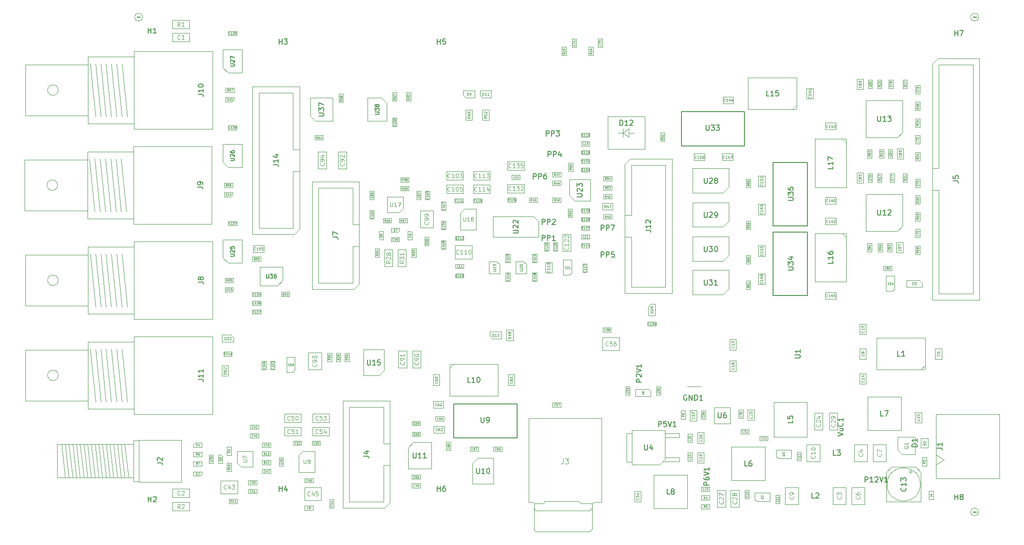
<source format=gbr>
%TF.GenerationSoftware,KiCad,Pcbnew,7.0.1*%
%TF.CreationDate,2023-11-30T13:28:04+01:00*%
%TF.ProjectId,current100A_Artiq,63757272-656e-4743-9130-30415f417274,rev?*%
%TF.SameCoordinates,Original*%
%TF.FileFunction,AssemblyDrawing,Top*%
%FSLAX46Y46*%
G04 Gerber Fmt 4.6, Leading zero omitted, Abs format (unit mm)*
G04 Created by KiCad (PCBNEW 7.0.1) date 2023-11-30 13:28:04*
%MOMM*%
%LPD*%
G01*
G04 APERTURE LIST*
%ADD10C,0.150000*%
%ADD11C,0.060000*%
%ADD12C,0.120000*%
%ADD13C,0.080000*%
%ADD14C,0.100000*%
%ADD15C,0.075000*%
%ADD16C,0.040000*%
%ADD17C,0.110000*%
%ADD18C,0.050000*%
G04 APERTURE END LIST*
D10*
%TO.C,J9*%
X12162619Y-35131333D02*
X12876904Y-35131333D01*
X12876904Y-35131333D02*
X13019761Y-35178952D01*
X13019761Y-35178952D02*
X13115000Y-35274190D01*
X13115000Y-35274190D02*
X13162619Y-35417047D01*
X13162619Y-35417047D02*
X13162619Y-35512285D01*
X13162619Y-34607523D02*
X13162619Y-34417047D01*
X13162619Y-34417047D02*
X13115000Y-34321809D01*
X13115000Y-34321809D02*
X13067380Y-34274190D01*
X13067380Y-34274190D02*
X12924523Y-34178952D01*
X12924523Y-34178952D02*
X12734047Y-34131333D01*
X12734047Y-34131333D02*
X12353095Y-34131333D01*
X12353095Y-34131333D02*
X12257857Y-34178952D01*
X12257857Y-34178952D02*
X12210238Y-34226571D01*
X12210238Y-34226571D02*
X12162619Y-34321809D01*
X12162619Y-34321809D02*
X12162619Y-34512285D01*
X12162619Y-34512285D02*
X12210238Y-34607523D01*
X12210238Y-34607523D02*
X12257857Y-34655142D01*
X12257857Y-34655142D02*
X12353095Y-34702761D01*
X12353095Y-34702761D02*
X12591190Y-34702761D01*
X12591190Y-34702761D02*
X12686428Y-34655142D01*
X12686428Y-34655142D02*
X12734047Y-34607523D01*
X12734047Y-34607523D02*
X12781666Y-34512285D01*
X12781666Y-34512285D02*
X12781666Y-34321809D01*
X12781666Y-34321809D02*
X12734047Y-34226571D01*
X12734047Y-34226571D02*
X12686428Y-34178952D01*
X12686428Y-34178952D02*
X12591190Y-34131333D01*
%TO.C,J11*%
X12289619Y-71675523D02*
X13003904Y-71675523D01*
X13003904Y-71675523D02*
X13146761Y-71723142D01*
X13146761Y-71723142D02*
X13242000Y-71818380D01*
X13242000Y-71818380D02*
X13289619Y-71961237D01*
X13289619Y-71961237D02*
X13289619Y-72056475D01*
X13289619Y-70675523D02*
X13289619Y-71246951D01*
X13289619Y-70961237D02*
X12289619Y-70961237D01*
X12289619Y-70961237D02*
X12432476Y-71056475D01*
X12432476Y-71056475D02*
X12527714Y-71151713D01*
X12527714Y-71151713D02*
X12575333Y-71246951D01*
X13289619Y-69723142D02*
X13289619Y-70294570D01*
X13289619Y-70008856D02*
X12289619Y-70008856D01*
X12289619Y-70008856D02*
X12432476Y-70104094D01*
X12432476Y-70104094D02*
X12527714Y-70199332D01*
X12527714Y-70199332D02*
X12575333Y-70294570D01*
%TO.C,J8*%
X12289619Y-53165333D02*
X13003904Y-53165333D01*
X13003904Y-53165333D02*
X13146761Y-53212952D01*
X13146761Y-53212952D02*
X13242000Y-53308190D01*
X13242000Y-53308190D02*
X13289619Y-53451047D01*
X13289619Y-53451047D02*
X13289619Y-53546285D01*
X12718190Y-52546285D02*
X12670571Y-52641523D01*
X12670571Y-52641523D02*
X12622952Y-52689142D01*
X12622952Y-52689142D02*
X12527714Y-52736761D01*
X12527714Y-52736761D02*
X12480095Y-52736761D01*
X12480095Y-52736761D02*
X12384857Y-52689142D01*
X12384857Y-52689142D02*
X12337238Y-52641523D01*
X12337238Y-52641523D02*
X12289619Y-52546285D01*
X12289619Y-52546285D02*
X12289619Y-52355809D01*
X12289619Y-52355809D02*
X12337238Y-52260571D01*
X12337238Y-52260571D02*
X12384857Y-52212952D01*
X12384857Y-52212952D02*
X12480095Y-52165333D01*
X12480095Y-52165333D02*
X12527714Y-52165333D01*
X12527714Y-52165333D02*
X12622952Y-52212952D01*
X12622952Y-52212952D02*
X12670571Y-52260571D01*
X12670571Y-52260571D02*
X12718190Y-52355809D01*
X12718190Y-52355809D02*
X12718190Y-52546285D01*
X12718190Y-52546285D02*
X12765809Y-52641523D01*
X12765809Y-52641523D02*
X12813428Y-52689142D01*
X12813428Y-52689142D02*
X12908666Y-52736761D01*
X12908666Y-52736761D02*
X13099142Y-52736761D01*
X13099142Y-52736761D02*
X13194380Y-52689142D01*
X13194380Y-52689142D02*
X13242000Y-52641523D01*
X13242000Y-52641523D02*
X13289619Y-52546285D01*
X13289619Y-52546285D02*
X13289619Y-52355809D01*
X13289619Y-52355809D02*
X13242000Y-52260571D01*
X13242000Y-52260571D02*
X13194380Y-52212952D01*
X13194380Y-52212952D02*
X13099142Y-52165333D01*
X13099142Y-52165333D02*
X12908666Y-52165333D01*
X12908666Y-52165333D02*
X12813428Y-52212952D01*
X12813428Y-52212952D02*
X12765809Y-52260571D01*
X12765809Y-52260571D02*
X12718190Y-52355809D01*
%TO.C,J10*%
X12289619Y-17573523D02*
X13003904Y-17573523D01*
X13003904Y-17573523D02*
X13146761Y-17621142D01*
X13146761Y-17621142D02*
X13242000Y-17716380D01*
X13242000Y-17716380D02*
X13289619Y-17859237D01*
X13289619Y-17859237D02*
X13289619Y-17954475D01*
X13289619Y-16573523D02*
X13289619Y-17144951D01*
X13289619Y-16859237D02*
X12289619Y-16859237D01*
X12289619Y-16859237D02*
X12432476Y-16954475D01*
X12432476Y-16954475D02*
X12527714Y-17049713D01*
X12527714Y-17049713D02*
X12575333Y-17144951D01*
X12289619Y-15954475D02*
X12289619Y-15859237D01*
X12289619Y-15859237D02*
X12337238Y-15763999D01*
X12337238Y-15763999D02*
X12384857Y-15716380D01*
X12384857Y-15716380D02*
X12480095Y-15668761D01*
X12480095Y-15668761D02*
X12670571Y-15621142D01*
X12670571Y-15621142D02*
X12908666Y-15621142D01*
X12908666Y-15621142D02*
X13099142Y-15668761D01*
X13099142Y-15668761D02*
X13194380Y-15716380D01*
X13194380Y-15716380D02*
X13242000Y-15763999D01*
X13242000Y-15763999D02*
X13289619Y-15859237D01*
X13289619Y-15859237D02*
X13289619Y-15954475D01*
X13289619Y-15954475D02*
X13242000Y-16049713D01*
X13242000Y-16049713D02*
X13194380Y-16097332D01*
X13194380Y-16097332D02*
X13099142Y-16144951D01*
X13099142Y-16144951D02*
X12908666Y-16192570D01*
X12908666Y-16192570D02*
X12670571Y-16192570D01*
X12670571Y-16192570D02*
X12480095Y-16144951D01*
X12480095Y-16144951D02*
X12384857Y-16097332D01*
X12384857Y-16097332D02*
X12337238Y-16049713D01*
X12337238Y-16049713D02*
X12289619Y-15954475D01*
D11*
%TO.C,R27*%
X146489047Y-15878142D02*
X146298571Y-16011475D01*
X146489047Y-16106713D02*
X146089047Y-16106713D01*
X146089047Y-16106713D02*
X146089047Y-15954332D01*
X146089047Y-15954332D02*
X146108095Y-15916237D01*
X146108095Y-15916237D02*
X146127142Y-15897190D01*
X146127142Y-15897190D02*
X146165238Y-15878142D01*
X146165238Y-15878142D02*
X146222380Y-15878142D01*
X146222380Y-15878142D02*
X146260476Y-15897190D01*
X146260476Y-15897190D02*
X146279523Y-15916237D01*
X146279523Y-15916237D02*
X146298571Y-15954332D01*
X146298571Y-15954332D02*
X146298571Y-16106713D01*
X146127142Y-15725761D02*
X146108095Y-15706713D01*
X146108095Y-15706713D02*
X146089047Y-15668618D01*
X146089047Y-15668618D02*
X146089047Y-15573380D01*
X146089047Y-15573380D02*
X146108095Y-15535285D01*
X146108095Y-15535285D02*
X146127142Y-15516237D01*
X146127142Y-15516237D02*
X146165238Y-15497190D01*
X146165238Y-15497190D02*
X146203333Y-15497190D01*
X146203333Y-15497190D02*
X146260476Y-15516237D01*
X146260476Y-15516237D02*
X146489047Y-15744809D01*
X146489047Y-15744809D02*
X146489047Y-15497190D01*
X146089047Y-15363857D02*
X146089047Y-15097190D01*
X146089047Y-15097190D02*
X146489047Y-15268619D01*
%TO.C,R41*%
X75561857Y-37777047D02*
X75428524Y-37586571D01*
X75333286Y-37777047D02*
X75333286Y-37377047D01*
X75333286Y-37377047D02*
X75485667Y-37377047D01*
X75485667Y-37377047D02*
X75523762Y-37396095D01*
X75523762Y-37396095D02*
X75542809Y-37415142D01*
X75542809Y-37415142D02*
X75561857Y-37453238D01*
X75561857Y-37453238D02*
X75561857Y-37510380D01*
X75561857Y-37510380D02*
X75542809Y-37548476D01*
X75542809Y-37548476D02*
X75523762Y-37567523D01*
X75523762Y-37567523D02*
X75485667Y-37586571D01*
X75485667Y-37586571D02*
X75333286Y-37586571D01*
X75904714Y-37510380D02*
X75904714Y-37777047D01*
X75809476Y-37358000D02*
X75714238Y-37643714D01*
X75714238Y-37643714D02*
X75961857Y-37643714D01*
X76323761Y-37777047D02*
X76095190Y-37777047D01*
X76209476Y-37777047D02*
X76209476Y-37377047D01*
X76209476Y-37377047D02*
X76171380Y-37434190D01*
X76171380Y-37434190D02*
X76133285Y-37472285D01*
X76133285Y-37472285D02*
X76095190Y-37491333D01*
%TO.C,C80*%
X139846952Y-15878142D02*
X139866000Y-15897190D01*
X139866000Y-15897190D02*
X139885047Y-15954332D01*
X139885047Y-15954332D02*
X139885047Y-15992428D01*
X139885047Y-15992428D02*
X139866000Y-16049571D01*
X139866000Y-16049571D02*
X139827904Y-16087666D01*
X139827904Y-16087666D02*
X139789809Y-16106713D01*
X139789809Y-16106713D02*
X139713619Y-16125761D01*
X139713619Y-16125761D02*
X139656476Y-16125761D01*
X139656476Y-16125761D02*
X139580285Y-16106713D01*
X139580285Y-16106713D02*
X139542190Y-16087666D01*
X139542190Y-16087666D02*
X139504095Y-16049571D01*
X139504095Y-16049571D02*
X139485047Y-15992428D01*
X139485047Y-15992428D02*
X139485047Y-15954332D01*
X139485047Y-15954332D02*
X139504095Y-15897190D01*
X139504095Y-15897190D02*
X139523142Y-15878142D01*
X139656476Y-15649571D02*
X139637428Y-15687666D01*
X139637428Y-15687666D02*
X139618380Y-15706713D01*
X139618380Y-15706713D02*
X139580285Y-15725761D01*
X139580285Y-15725761D02*
X139561238Y-15725761D01*
X139561238Y-15725761D02*
X139523142Y-15706713D01*
X139523142Y-15706713D02*
X139504095Y-15687666D01*
X139504095Y-15687666D02*
X139485047Y-15649571D01*
X139485047Y-15649571D02*
X139485047Y-15573380D01*
X139485047Y-15573380D02*
X139504095Y-15535285D01*
X139504095Y-15535285D02*
X139523142Y-15516237D01*
X139523142Y-15516237D02*
X139561238Y-15497190D01*
X139561238Y-15497190D02*
X139580285Y-15497190D01*
X139580285Y-15497190D02*
X139618380Y-15516237D01*
X139618380Y-15516237D02*
X139637428Y-15535285D01*
X139637428Y-15535285D02*
X139656476Y-15573380D01*
X139656476Y-15573380D02*
X139656476Y-15649571D01*
X139656476Y-15649571D02*
X139675523Y-15687666D01*
X139675523Y-15687666D02*
X139694571Y-15706713D01*
X139694571Y-15706713D02*
X139732666Y-15725761D01*
X139732666Y-15725761D02*
X139808857Y-15725761D01*
X139808857Y-15725761D02*
X139846952Y-15706713D01*
X139846952Y-15706713D02*
X139866000Y-15687666D01*
X139866000Y-15687666D02*
X139885047Y-15649571D01*
X139885047Y-15649571D02*
X139885047Y-15573380D01*
X139885047Y-15573380D02*
X139866000Y-15535285D01*
X139866000Y-15535285D02*
X139846952Y-15516237D01*
X139846952Y-15516237D02*
X139808857Y-15497190D01*
X139808857Y-15497190D02*
X139732666Y-15497190D01*
X139732666Y-15497190D02*
X139694571Y-15516237D01*
X139694571Y-15516237D02*
X139675523Y-15535285D01*
X139675523Y-15535285D02*
X139656476Y-15573380D01*
X139485047Y-15249571D02*
X139485047Y-15211476D01*
X139485047Y-15211476D02*
X139504095Y-15173380D01*
X139504095Y-15173380D02*
X139523142Y-15154333D01*
X139523142Y-15154333D02*
X139561238Y-15135285D01*
X139561238Y-15135285D02*
X139637428Y-15116238D01*
X139637428Y-15116238D02*
X139732666Y-15116238D01*
X139732666Y-15116238D02*
X139808857Y-15135285D01*
X139808857Y-15135285D02*
X139846952Y-15154333D01*
X139846952Y-15154333D02*
X139866000Y-15173380D01*
X139866000Y-15173380D02*
X139885047Y-15211476D01*
X139885047Y-15211476D02*
X139885047Y-15249571D01*
X139885047Y-15249571D02*
X139866000Y-15287666D01*
X139866000Y-15287666D02*
X139846952Y-15306714D01*
X139846952Y-15306714D02*
X139808857Y-15325761D01*
X139808857Y-15325761D02*
X139732666Y-15344809D01*
X139732666Y-15344809D02*
X139637428Y-15344809D01*
X139637428Y-15344809D02*
X139561238Y-15325761D01*
X139561238Y-15325761D02*
X139523142Y-15306714D01*
X139523142Y-15306714D02*
X139504095Y-15287666D01*
X139504095Y-15287666D02*
X139485047Y-15249571D01*
%TO.C,R29*%
X39047047Y-67694142D02*
X38856571Y-67827475D01*
X39047047Y-67922713D02*
X38647047Y-67922713D01*
X38647047Y-67922713D02*
X38647047Y-67770332D01*
X38647047Y-67770332D02*
X38666095Y-67732237D01*
X38666095Y-67732237D02*
X38685142Y-67713190D01*
X38685142Y-67713190D02*
X38723238Y-67694142D01*
X38723238Y-67694142D02*
X38780380Y-67694142D01*
X38780380Y-67694142D02*
X38818476Y-67713190D01*
X38818476Y-67713190D02*
X38837523Y-67732237D01*
X38837523Y-67732237D02*
X38856571Y-67770332D01*
X38856571Y-67770332D02*
X38856571Y-67922713D01*
X38685142Y-67541761D02*
X38666095Y-67522713D01*
X38666095Y-67522713D02*
X38647047Y-67484618D01*
X38647047Y-67484618D02*
X38647047Y-67389380D01*
X38647047Y-67389380D02*
X38666095Y-67351285D01*
X38666095Y-67351285D02*
X38685142Y-67332237D01*
X38685142Y-67332237D02*
X38723238Y-67313190D01*
X38723238Y-67313190D02*
X38761333Y-67313190D01*
X38761333Y-67313190D02*
X38818476Y-67332237D01*
X38818476Y-67332237D02*
X39047047Y-67560809D01*
X39047047Y-67560809D02*
X39047047Y-67313190D01*
X39047047Y-67122714D02*
X39047047Y-67046523D01*
X39047047Y-67046523D02*
X39028000Y-67008428D01*
X39028000Y-67008428D02*
X39008952Y-66989380D01*
X39008952Y-66989380D02*
X38951809Y-66951285D01*
X38951809Y-66951285D02*
X38875619Y-66932238D01*
X38875619Y-66932238D02*
X38723238Y-66932238D01*
X38723238Y-66932238D02*
X38685142Y-66951285D01*
X38685142Y-66951285D02*
X38666095Y-66970333D01*
X38666095Y-66970333D02*
X38647047Y-67008428D01*
X38647047Y-67008428D02*
X38647047Y-67084619D01*
X38647047Y-67084619D02*
X38666095Y-67122714D01*
X38666095Y-67122714D02*
X38685142Y-67141761D01*
X38685142Y-67141761D02*
X38723238Y-67160809D01*
X38723238Y-67160809D02*
X38818476Y-67160809D01*
X38818476Y-67160809D02*
X38856571Y-67141761D01*
X38856571Y-67141761D02*
X38875619Y-67122714D01*
X38875619Y-67122714D02*
X38894666Y-67084619D01*
X38894666Y-67084619D02*
X38894666Y-67008428D01*
X38894666Y-67008428D02*
X38875619Y-66970333D01*
X38875619Y-66970333D02*
X38856571Y-66951285D01*
X38856571Y-66951285D02*
X38818476Y-66932238D01*
D10*
%TO.C,U6*%
X110871095Y-77948619D02*
X110871095Y-78758142D01*
X110871095Y-78758142D02*
X110918714Y-78853380D01*
X110918714Y-78853380D02*
X110966333Y-78901000D01*
X110966333Y-78901000D02*
X111061571Y-78948619D01*
X111061571Y-78948619D02*
X111252047Y-78948619D01*
X111252047Y-78948619D02*
X111347285Y-78901000D01*
X111347285Y-78901000D02*
X111394904Y-78853380D01*
X111394904Y-78853380D02*
X111442523Y-78758142D01*
X111442523Y-78758142D02*
X111442523Y-77948619D01*
X112347285Y-77948619D02*
X112156809Y-77948619D01*
X112156809Y-77948619D02*
X112061571Y-77996238D01*
X112061571Y-77996238D02*
X112013952Y-78043857D01*
X112013952Y-78043857D02*
X111918714Y-78186714D01*
X111918714Y-78186714D02*
X111871095Y-78377190D01*
X111871095Y-78377190D02*
X111871095Y-78758142D01*
X111871095Y-78758142D02*
X111918714Y-78853380D01*
X111918714Y-78853380D02*
X111966333Y-78901000D01*
X111966333Y-78901000D02*
X112061571Y-78948619D01*
X112061571Y-78948619D02*
X112252047Y-78948619D01*
X112252047Y-78948619D02*
X112347285Y-78901000D01*
X112347285Y-78901000D02*
X112394904Y-78853380D01*
X112394904Y-78853380D02*
X112442523Y-78758142D01*
X112442523Y-78758142D02*
X112442523Y-78520047D01*
X112442523Y-78520047D02*
X112394904Y-78424809D01*
X112394904Y-78424809D02*
X112347285Y-78377190D01*
X112347285Y-78377190D02*
X112252047Y-78329571D01*
X112252047Y-78329571D02*
X112061571Y-78329571D01*
X112061571Y-78329571D02*
X111966333Y-78377190D01*
X111966333Y-78377190D02*
X111918714Y-78424809D01*
X111918714Y-78424809D02*
X111871095Y-78520047D01*
D11*
%TO.C,C134*%
X85277381Y-32023952D02*
X85258333Y-32043000D01*
X85258333Y-32043000D02*
X85201191Y-32062047D01*
X85201191Y-32062047D02*
X85163095Y-32062047D01*
X85163095Y-32062047D02*
X85105952Y-32043000D01*
X85105952Y-32043000D02*
X85067857Y-32004904D01*
X85067857Y-32004904D02*
X85048810Y-31966809D01*
X85048810Y-31966809D02*
X85029762Y-31890619D01*
X85029762Y-31890619D02*
X85029762Y-31833476D01*
X85029762Y-31833476D02*
X85048810Y-31757285D01*
X85048810Y-31757285D02*
X85067857Y-31719190D01*
X85067857Y-31719190D02*
X85105952Y-31681095D01*
X85105952Y-31681095D02*
X85163095Y-31662047D01*
X85163095Y-31662047D02*
X85201191Y-31662047D01*
X85201191Y-31662047D02*
X85258333Y-31681095D01*
X85258333Y-31681095D02*
X85277381Y-31700142D01*
X85658333Y-32062047D02*
X85429762Y-32062047D01*
X85544048Y-32062047D02*
X85544048Y-31662047D01*
X85544048Y-31662047D02*
X85505952Y-31719190D01*
X85505952Y-31719190D02*
X85467857Y-31757285D01*
X85467857Y-31757285D02*
X85429762Y-31776333D01*
X85791666Y-31662047D02*
X86039285Y-31662047D01*
X86039285Y-31662047D02*
X85905952Y-31814428D01*
X85905952Y-31814428D02*
X85963095Y-31814428D01*
X85963095Y-31814428D02*
X86001190Y-31833476D01*
X86001190Y-31833476D02*
X86020238Y-31852523D01*
X86020238Y-31852523D02*
X86039285Y-31890619D01*
X86039285Y-31890619D02*
X86039285Y-31985857D01*
X86039285Y-31985857D02*
X86020238Y-32023952D01*
X86020238Y-32023952D02*
X86001190Y-32043000D01*
X86001190Y-32043000D02*
X85963095Y-32062047D01*
X85963095Y-32062047D02*
X85848809Y-32062047D01*
X85848809Y-32062047D02*
X85810714Y-32043000D01*
X85810714Y-32043000D02*
X85791666Y-32023952D01*
X86382142Y-31795380D02*
X86382142Y-32062047D01*
X86286904Y-31643000D02*
X86191666Y-31928714D01*
X86191666Y-31928714D02*
X86439285Y-31928714D01*
%TO.C,R42*%
X80006857Y-32951047D02*
X79873524Y-32760571D01*
X79778286Y-32951047D02*
X79778286Y-32551047D01*
X79778286Y-32551047D02*
X79930667Y-32551047D01*
X79930667Y-32551047D02*
X79968762Y-32570095D01*
X79968762Y-32570095D02*
X79987809Y-32589142D01*
X79987809Y-32589142D02*
X80006857Y-32627238D01*
X80006857Y-32627238D02*
X80006857Y-32684380D01*
X80006857Y-32684380D02*
X79987809Y-32722476D01*
X79987809Y-32722476D02*
X79968762Y-32741523D01*
X79968762Y-32741523D02*
X79930667Y-32760571D01*
X79930667Y-32760571D02*
X79778286Y-32760571D01*
X80349714Y-32684380D02*
X80349714Y-32951047D01*
X80254476Y-32532000D02*
X80159238Y-32817714D01*
X80159238Y-32817714D02*
X80406857Y-32817714D01*
X80540190Y-32589142D02*
X80559238Y-32570095D01*
X80559238Y-32570095D02*
X80597333Y-32551047D01*
X80597333Y-32551047D02*
X80692571Y-32551047D01*
X80692571Y-32551047D02*
X80730666Y-32570095D01*
X80730666Y-32570095D02*
X80749714Y-32589142D01*
X80749714Y-32589142D02*
X80768761Y-32627238D01*
X80768761Y-32627238D02*
X80768761Y-32665333D01*
X80768761Y-32665333D02*
X80749714Y-32722476D01*
X80749714Y-32722476D02*
X80521142Y-32951047D01*
X80521142Y-32951047D02*
X80768761Y-32951047D01*
%TO.C,C104*%
X24911952Y-69408618D02*
X24931000Y-69427666D01*
X24931000Y-69427666D02*
X24950047Y-69484808D01*
X24950047Y-69484808D02*
X24950047Y-69522904D01*
X24950047Y-69522904D02*
X24931000Y-69580047D01*
X24931000Y-69580047D02*
X24892904Y-69618142D01*
X24892904Y-69618142D02*
X24854809Y-69637189D01*
X24854809Y-69637189D02*
X24778619Y-69656237D01*
X24778619Y-69656237D02*
X24721476Y-69656237D01*
X24721476Y-69656237D02*
X24645285Y-69637189D01*
X24645285Y-69637189D02*
X24607190Y-69618142D01*
X24607190Y-69618142D02*
X24569095Y-69580047D01*
X24569095Y-69580047D02*
X24550047Y-69522904D01*
X24550047Y-69522904D02*
X24550047Y-69484808D01*
X24550047Y-69484808D02*
X24569095Y-69427666D01*
X24569095Y-69427666D02*
X24588142Y-69408618D01*
X24950047Y-69027666D02*
X24950047Y-69256237D01*
X24950047Y-69141951D02*
X24550047Y-69141951D01*
X24550047Y-69141951D02*
X24607190Y-69180047D01*
X24607190Y-69180047D02*
X24645285Y-69218142D01*
X24645285Y-69218142D02*
X24664333Y-69256237D01*
X24550047Y-68780047D02*
X24550047Y-68741952D01*
X24550047Y-68741952D02*
X24569095Y-68703856D01*
X24569095Y-68703856D02*
X24588142Y-68684809D01*
X24588142Y-68684809D02*
X24626238Y-68665761D01*
X24626238Y-68665761D02*
X24702428Y-68646714D01*
X24702428Y-68646714D02*
X24797666Y-68646714D01*
X24797666Y-68646714D02*
X24873857Y-68665761D01*
X24873857Y-68665761D02*
X24911952Y-68684809D01*
X24911952Y-68684809D02*
X24931000Y-68703856D01*
X24931000Y-68703856D02*
X24950047Y-68741952D01*
X24950047Y-68741952D02*
X24950047Y-68780047D01*
X24950047Y-68780047D02*
X24931000Y-68818142D01*
X24931000Y-68818142D02*
X24911952Y-68837190D01*
X24911952Y-68837190D02*
X24873857Y-68856237D01*
X24873857Y-68856237D02*
X24797666Y-68875285D01*
X24797666Y-68875285D02*
X24702428Y-68875285D01*
X24702428Y-68875285D02*
X24626238Y-68856237D01*
X24626238Y-68856237D02*
X24588142Y-68837190D01*
X24588142Y-68837190D02*
X24569095Y-68818142D01*
X24569095Y-68818142D02*
X24550047Y-68780047D01*
X24683380Y-68303857D02*
X24950047Y-68303857D01*
X24531000Y-68399095D02*
X24816714Y-68494333D01*
X24816714Y-68494333D02*
X24816714Y-68246714D01*
%TO.C,C41*%
X22348857Y-92983952D02*
X22329809Y-93003000D01*
X22329809Y-93003000D02*
X22272667Y-93022047D01*
X22272667Y-93022047D02*
X22234571Y-93022047D01*
X22234571Y-93022047D02*
X22177428Y-93003000D01*
X22177428Y-93003000D02*
X22139333Y-92964904D01*
X22139333Y-92964904D02*
X22120286Y-92926809D01*
X22120286Y-92926809D02*
X22101238Y-92850619D01*
X22101238Y-92850619D02*
X22101238Y-92793476D01*
X22101238Y-92793476D02*
X22120286Y-92717285D01*
X22120286Y-92717285D02*
X22139333Y-92679190D01*
X22139333Y-92679190D02*
X22177428Y-92641095D01*
X22177428Y-92641095D02*
X22234571Y-92622047D01*
X22234571Y-92622047D02*
X22272667Y-92622047D01*
X22272667Y-92622047D02*
X22329809Y-92641095D01*
X22329809Y-92641095D02*
X22348857Y-92660142D01*
X22691714Y-92755380D02*
X22691714Y-93022047D01*
X22596476Y-92603000D02*
X22501238Y-92888714D01*
X22501238Y-92888714D02*
X22748857Y-92888714D01*
X23110761Y-93022047D02*
X22882190Y-93022047D01*
X22996476Y-93022047D02*
X22996476Y-92622047D01*
X22996476Y-92622047D02*
X22958380Y-92679190D01*
X22958380Y-92679190D02*
X22920285Y-92717285D01*
X22920285Y-92717285D02*
X22882190Y-92736333D01*
%TO.C,R21*%
X146489047Y-33658142D02*
X146298571Y-33791475D01*
X146489047Y-33886713D02*
X146089047Y-33886713D01*
X146089047Y-33886713D02*
X146089047Y-33734332D01*
X146089047Y-33734332D02*
X146108095Y-33696237D01*
X146108095Y-33696237D02*
X146127142Y-33677190D01*
X146127142Y-33677190D02*
X146165238Y-33658142D01*
X146165238Y-33658142D02*
X146222380Y-33658142D01*
X146222380Y-33658142D02*
X146260476Y-33677190D01*
X146260476Y-33677190D02*
X146279523Y-33696237D01*
X146279523Y-33696237D02*
X146298571Y-33734332D01*
X146298571Y-33734332D02*
X146298571Y-33886713D01*
X146127142Y-33505761D02*
X146108095Y-33486713D01*
X146108095Y-33486713D02*
X146089047Y-33448618D01*
X146089047Y-33448618D02*
X146089047Y-33353380D01*
X146089047Y-33353380D02*
X146108095Y-33315285D01*
X146108095Y-33315285D02*
X146127142Y-33296237D01*
X146127142Y-33296237D02*
X146165238Y-33277190D01*
X146165238Y-33277190D02*
X146203333Y-33277190D01*
X146203333Y-33277190D02*
X146260476Y-33296237D01*
X146260476Y-33296237D02*
X146489047Y-33524809D01*
X146489047Y-33524809D02*
X146489047Y-33277190D01*
X146489047Y-32896238D02*
X146489047Y-33124809D01*
X146489047Y-33010523D02*
X146089047Y-33010523D01*
X146089047Y-33010523D02*
X146146190Y-33048619D01*
X146146190Y-33048619D02*
X146184285Y-33086714D01*
X146184285Y-33086714D02*
X146203333Y-33124809D01*
D12*
%TO.C,C51*%
X29711714Y-81827904D02*
X29673618Y-81866000D01*
X29673618Y-81866000D02*
X29559333Y-81904095D01*
X29559333Y-81904095D02*
X29483142Y-81904095D01*
X29483142Y-81904095D02*
X29368856Y-81866000D01*
X29368856Y-81866000D02*
X29292666Y-81789809D01*
X29292666Y-81789809D02*
X29254571Y-81713619D01*
X29254571Y-81713619D02*
X29216475Y-81561238D01*
X29216475Y-81561238D02*
X29216475Y-81446952D01*
X29216475Y-81446952D02*
X29254571Y-81294571D01*
X29254571Y-81294571D02*
X29292666Y-81218380D01*
X29292666Y-81218380D02*
X29368856Y-81142190D01*
X29368856Y-81142190D02*
X29483142Y-81104095D01*
X29483142Y-81104095D02*
X29559333Y-81104095D01*
X29559333Y-81104095D02*
X29673618Y-81142190D01*
X29673618Y-81142190D02*
X29711714Y-81180285D01*
X30435523Y-81104095D02*
X30054571Y-81104095D01*
X30054571Y-81104095D02*
X30016475Y-81485047D01*
X30016475Y-81485047D02*
X30054571Y-81446952D01*
X30054571Y-81446952D02*
X30130761Y-81408857D01*
X30130761Y-81408857D02*
X30321237Y-81408857D01*
X30321237Y-81408857D02*
X30397428Y-81446952D01*
X30397428Y-81446952D02*
X30435523Y-81485047D01*
X30435523Y-81485047D02*
X30473618Y-81561238D01*
X30473618Y-81561238D02*
X30473618Y-81751714D01*
X30473618Y-81751714D02*
X30435523Y-81827904D01*
X30435523Y-81827904D02*
X30397428Y-81866000D01*
X30397428Y-81866000D02*
X30321237Y-81904095D01*
X30321237Y-81904095D02*
X30130761Y-81904095D01*
X30130761Y-81904095D02*
X30054571Y-81866000D01*
X30054571Y-81866000D02*
X30016475Y-81827904D01*
X31235523Y-81904095D02*
X30778380Y-81904095D01*
X31006952Y-81904095D02*
X31006952Y-81104095D01*
X31006952Y-81104095D02*
X30930761Y-81218380D01*
X30930761Y-81218380D02*
X30854571Y-81294571D01*
X30854571Y-81294571D02*
X30778380Y-81332666D01*
D13*
%TO.C,R48*%
X71605309Y-63567428D02*
X71367214Y-63734094D01*
X71605309Y-63853142D02*
X71105309Y-63853142D01*
X71105309Y-63853142D02*
X71105309Y-63662666D01*
X71105309Y-63662666D02*
X71129119Y-63615047D01*
X71129119Y-63615047D02*
X71152928Y-63591237D01*
X71152928Y-63591237D02*
X71200547Y-63567428D01*
X71200547Y-63567428D02*
X71271976Y-63567428D01*
X71271976Y-63567428D02*
X71319595Y-63591237D01*
X71319595Y-63591237D02*
X71343404Y-63615047D01*
X71343404Y-63615047D02*
X71367214Y-63662666D01*
X71367214Y-63662666D02*
X71367214Y-63853142D01*
X71271976Y-63138856D02*
X71605309Y-63138856D01*
X71081500Y-63257904D02*
X71438642Y-63376951D01*
X71438642Y-63376951D02*
X71438642Y-63067428D01*
X71319595Y-62805523D02*
X71295785Y-62853142D01*
X71295785Y-62853142D02*
X71271976Y-62876952D01*
X71271976Y-62876952D02*
X71224357Y-62900761D01*
X71224357Y-62900761D02*
X71200547Y-62900761D01*
X71200547Y-62900761D02*
X71152928Y-62876952D01*
X71152928Y-62876952D02*
X71129119Y-62853142D01*
X71129119Y-62853142D02*
X71105309Y-62805523D01*
X71105309Y-62805523D02*
X71105309Y-62710285D01*
X71105309Y-62710285D02*
X71129119Y-62662666D01*
X71129119Y-62662666D02*
X71152928Y-62638857D01*
X71152928Y-62638857D02*
X71200547Y-62615047D01*
X71200547Y-62615047D02*
X71224357Y-62615047D01*
X71224357Y-62615047D02*
X71271976Y-62638857D01*
X71271976Y-62638857D02*
X71295785Y-62662666D01*
X71295785Y-62662666D02*
X71319595Y-62710285D01*
X71319595Y-62710285D02*
X71319595Y-62805523D01*
X71319595Y-62805523D02*
X71343404Y-62853142D01*
X71343404Y-62853142D02*
X71367214Y-62876952D01*
X71367214Y-62876952D02*
X71414833Y-62900761D01*
X71414833Y-62900761D02*
X71510071Y-62900761D01*
X71510071Y-62900761D02*
X71557690Y-62876952D01*
X71557690Y-62876952D02*
X71581500Y-62853142D01*
X71581500Y-62853142D02*
X71605309Y-62805523D01*
X71605309Y-62805523D02*
X71605309Y-62710285D01*
X71605309Y-62710285D02*
X71581500Y-62662666D01*
X71581500Y-62662666D02*
X71557690Y-62638857D01*
X71557690Y-62638857D02*
X71510071Y-62615047D01*
X71510071Y-62615047D02*
X71414833Y-62615047D01*
X71414833Y-62615047D02*
X71367214Y-62638857D01*
X71367214Y-62638857D02*
X71343404Y-62662666D01*
X71343404Y-62662666D02*
X71319595Y-62710285D01*
D12*
%TO.C,C1*%
X8883667Y-7024904D02*
X8845571Y-7063000D01*
X8845571Y-7063000D02*
X8731286Y-7101095D01*
X8731286Y-7101095D02*
X8655095Y-7101095D01*
X8655095Y-7101095D02*
X8540809Y-7063000D01*
X8540809Y-7063000D02*
X8464619Y-6986809D01*
X8464619Y-6986809D02*
X8426524Y-6910619D01*
X8426524Y-6910619D02*
X8388428Y-6758238D01*
X8388428Y-6758238D02*
X8388428Y-6643952D01*
X8388428Y-6643952D02*
X8426524Y-6491571D01*
X8426524Y-6491571D02*
X8464619Y-6415380D01*
X8464619Y-6415380D02*
X8540809Y-6339190D01*
X8540809Y-6339190D02*
X8655095Y-6301095D01*
X8655095Y-6301095D02*
X8731286Y-6301095D01*
X8731286Y-6301095D02*
X8845571Y-6339190D01*
X8845571Y-6339190D02*
X8883667Y-6377285D01*
X9645571Y-7101095D02*
X9188428Y-7101095D01*
X9417000Y-7101095D02*
X9417000Y-6301095D01*
X9417000Y-6301095D02*
X9340809Y-6415380D01*
X9340809Y-6415380D02*
X9264619Y-6491571D01*
X9264619Y-6491571D02*
X9188428Y-6529666D01*
D11*
%TO.C,C123*%
X80156952Y-46929618D02*
X80176000Y-46948666D01*
X80176000Y-46948666D02*
X80195047Y-47005808D01*
X80195047Y-47005808D02*
X80195047Y-47043904D01*
X80195047Y-47043904D02*
X80176000Y-47101047D01*
X80176000Y-47101047D02*
X80137904Y-47139142D01*
X80137904Y-47139142D02*
X80099809Y-47158189D01*
X80099809Y-47158189D02*
X80023619Y-47177237D01*
X80023619Y-47177237D02*
X79966476Y-47177237D01*
X79966476Y-47177237D02*
X79890285Y-47158189D01*
X79890285Y-47158189D02*
X79852190Y-47139142D01*
X79852190Y-47139142D02*
X79814095Y-47101047D01*
X79814095Y-47101047D02*
X79795047Y-47043904D01*
X79795047Y-47043904D02*
X79795047Y-47005808D01*
X79795047Y-47005808D02*
X79814095Y-46948666D01*
X79814095Y-46948666D02*
X79833142Y-46929618D01*
X80195047Y-46548666D02*
X80195047Y-46777237D01*
X80195047Y-46662951D02*
X79795047Y-46662951D01*
X79795047Y-46662951D02*
X79852190Y-46701047D01*
X79852190Y-46701047D02*
X79890285Y-46739142D01*
X79890285Y-46739142D02*
X79909333Y-46777237D01*
X79833142Y-46396285D02*
X79814095Y-46377237D01*
X79814095Y-46377237D02*
X79795047Y-46339142D01*
X79795047Y-46339142D02*
X79795047Y-46243904D01*
X79795047Y-46243904D02*
X79814095Y-46205809D01*
X79814095Y-46205809D02*
X79833142Y-46186761D01*
X79833142Y-46186761D02*
X79871238Y-46167714D01*
X79871238Y-46167714D02*
X79909333Y-46167714D01*
X79909333Y-46167714D02*
X79966476Y-46186761D01*
X79966476Y-46186761D02*
X80195047Y-46415333D01*
X80195047Y-46415333D02*
X80195047Y-46167714D01*
X79795047Y-46034381D02*
X79795047Y-45786762D01*
X79795047Y-45786762D02*
X79947428Y-45920095D01*
X79947428Y-45920095D02*
X79947428Y-45862952D01*
X79947428Y-45862952D02*
X79966476Y-45824857D01*
X79966476Y-45824857D02*
X79985523Y-45805809D01*
X79985523Y-45805809D02*
X80023619Y-45786762D01*
X80023619Y-45786762D02*
X80118857Y-45786762D01*
X80118857Y-45786762D02*
X80156952Y-45805809D01*
X80156952Y-45805809D02*
X80176000Y-45824857D01*
X80176000Y-45824857D02*
X80195047Y-45862952D01*
X80195047Y-45862952D02*
X80195047Y-45977238D01*
X80195047Y-45977238D02*
X80176000Y-46015333D01*
X80176000Y-46015333D02*
X80156952Y-46034381D01*
D10*
%TO.C,L1*%
X145395333Y-67264619D02*
X144919143Y-67264619D01*
X144919143Y-67264619D02*
X144919143Y-66264619D01*
X146252476Y-67264619D02*
X145681048Y-67264619D01*
X145966762Y-67264619D02*
X145966762Y-66264619D01*
X145966762Y-66264619D02*
X145871524Y-66407476D01*
X145871524Y-66407476D02*
X145776286Y-66502714D01*
X145776286Y-66502714D02*
X145681048Y-66550333D01*
%TO.C,U33*%
X108604205Y-23389419D02*
X108604205Y-24198942D01*
X108604205Y-24198942D02*
X108651824Y-24294180D01*
X108651824Y-24294180D02*
X108699443Y-24341800D01*
X108699443Y-24341800D02*
X108794681Y-24389419D01*
X108794681Y-24389419D02*
X108985157Y-24389419D01*
X108985157Y-24389419D02*
X109080395Y-24341800D01*
X109080395Y-24341800D02*
X109128014Y-24294180D01*
X109128014Y-24294180D02*
X109175633Y-24198942D01*
X109175633Y-24198942D02*
X109175633Y-23389419D01*
X109556586Y-23389419D02*
X110175633Y-23389419D01*
X110175633Y-23389419D02*
X109842300Y-23770371D01*
X109842300Y-23770371D02*
X109985157Y-23770371D01*
X109985157Y-23770371D02*
X110080395Y-23817990D01*
X110080395Y-23817990D02*
X110128014Y-23865609D01*
X110128014Y-23865609D02*
X110175633Y-23960847D01*
X110175633Y-23960847D02*
X110175633Y-24198942D01*
X110175633Y-24198942D02*
X110128014Y-24294180D01*
X110128014Y-24294180D02*
X110080395Y-24341800D01*
X110080395Y-24341800D02*
X109985157Y-24389419D01*
X109985157Y-24389419D02*
X109699443Y-24389419D01*
X109699443Y-24389419D02*
X109604205Y-24341800D01*
X109604205Y-24341800D02*
X109556586Y-24294180D01*
X110508967Y-23389419D02*
X111128014Y-23389419D01*
X111128014Y-23389419D02*
X110794681Y-23770371D01*
X110794681Y-23770371D02*
X110937538Y-23770371D01*
X110937538Y-23770371D02*
X111032776Y-23817990D01*
X111032776Y-23817990D02*
X111080395Y-23865609D01*
X111080395Y-23865609D02*
X111128014Y-23960847D01*
X111128014Y-23960847D02*
X111128014Y-24198942D01*
X111128014Y-24198942D02*
X111080395Y-24294180D01*
X111080395Y-24294180D02*
X111032776Y-24341800D01*
X111032776Y-24341800D02*
X110937538Y-24389419D01*
X110937538Y-24389419D02*
X110651824Y-24389419D01*
X110651824Y-24389419D02*
X110556586Y-24341800D01*
X110556586Y-24341800D02*
X110508967Y-24294180D01*
%TO.C,U30*%
X108235905Y-46390619D02*
X108235905Y-47200142D01*
X108235905Y-47200142D02*
X108283524Y-47295380D01*
X108283524Y-47295380D02*
X108331143Y-47343000D01*
X108331143Y-47343000D02*
X108426381Y-47390619D01*
X108426381Y-47390619D02*
X108616857Y-47390619D01*
X108616857Y-47390619D02*
X108712095Y-47343000D01*
X108712095Y-47343000D02*
X108759714Y-47295380D01*
X108759714Y-47295380D02*
X108807333Y-47200142D01*
X108807333Y-47200142D02*
X108807333Y-46390619D01*
X109188286Y-46390619D02*
X109807333Y-46390619D01*
X109807333Y-46390619D02*
X109474000Y-46771571D01*
X109474000Y-46771571D02*
X109616857Y-46771571D01*
X109616857Y-46771571D02*
X109712095Y-46819190D01*
X109712095Y-46819190D02*
X109759714Y-46866809D01*
X109759714Y-46866809D02*
X109807333Y-46962047D01*
X109807333Y-46962047D02*
X109807333Y-47200142D01*
X109807333Y-47200142D02*
X109759714Y-47295380D01*
X109759714Y-47295380D02*
X109712095Y-47343000D01*
X109712095Y-47343000D02*
X109616857Y-47390619D01*
X109616857Y-47390619D02*
X109331143Y-47390619D01*
X109331143Y-47390619D02*
X109235905Y-47343000D01*
X109235905Y-47343000D02*
X109188286Y-47295380D01*
X110426381Y-46390619D02*
X110521619Y-46390619D01*
X110521619Y-46390619D02*
X110616857Y-46438238D01*
X110616857Y-46438238D02*
X110664476Y-46485857D01*
X110664476Y-46485857D02*
X110712095Y-46581095D01*
X110712095Y-46581095D02*
X110759714Y-46771571D01*
X110759714Y-46771571D02*
X110759714Y-47009666D01*
X110759714Y-47009666D02*
X110712095Y-47200142D01*
X110712095Y-47200142D02*
X110664476Y-47295380D01*
X110664476Y-47295380D02*
X110616857Y-47343000D01*
X110616857Y-47343000D02*
X110521619Y-47390619D01*
X110521619Y-47390619D02*
X110426381Y-47390619D01*
X110426381Y-47390619D02*
X110331143Y-47343000D01*
X110331143Y-47343000D02*
X110283524Y-47295380D01*
X110283524Y-47295380D02*
X110235905Y-47200142D01*
X110235905Y-47200142D02*
X110188286Y-47009666D01*
X110188286Y-47009666D02*
X110188286Y-46771571D01*
X110188286Y-46771571D02*
X110235905Y-46581095D01*
X110235905Y-46581095D02*
X110283524Y-46485857D01*
X110283524Y-46485857D02*
X110331143Y-46438238D01*
X110331143Y-46438238D02*
X110426381Y-46390619D01*
D13*
%TO.C,C18*%
X107752690Y-86808428D02*
X107776500Y-86832237D01*
X107776500Y-86832237D02*
X107800309Y-86903666D01*
X107800309Y-86903666D02*
X107800309Y-86951285D01*
X107800309Y-86951285D02*
X107776500Y-87022713D01*
X107776500Y-87022713D02*
X107728880Y-87070332D01*
X107728880Y-87070332D02*
X107681261Y-87094142D01*
X107681261Y-87094142D02*
X107586023Y-87117951D01*
X107586023Y-87117951D02*
X107514595Y-87117951D01*
X107514595Y-87117951D02*
X107419357Y-87094142D01*
X107419357Y-87094142D02*
X107371738Y-87070332D01*
X107371738Y-87070332D02*
X107324119Y-87022713D01*
X107324119Y-87022713D02*
X107300309Y-86951285D01*
X107300309Y-86951285D02*
X107300309Y-86903666D01*
X107300309Y-86903666D02*
X107324119Y-86832237D01*
X107324119Y-86832237D02*
X107347928Y-86808428D01*
X107800309Y-86332237D02*
X107800309Y-86617951D01*
X107800309Y-86475094D02*
X107300309Y-86475094D01*
X107300309Y-86475094D02*
X107371738Y-86522713D01*
X107371738Y-86522713D02*
X107419357Y-86570332D01*
X107419357Y-86570332D02*
X107443166Y-86617951D01*
X107514595Y-86046523D02*
X107490785Y-86094142D01*
X107490785Y-86094142D02*
X107466976Y-86117952D01*
X107466976Y-86117952D02*
X107419357Y-86141761D01*
X107419357Y-86141761D02*
X107395547Y-86141761D01*
X107395547Y-86141761D02*
X107347928Y-86117952D01*
X107347928Y-86117952D02*
X107324119Y-86094142D01*
X107324119Y-86094142D02*
X107300309Y-86046523D01*
X107300309Y-86046523D02*
X107300309Y-85951285D01*
X107300309Y-85951285D02*
X107324119Y-85903666D01*
X107324119Y-85903666D02*
X107347928Y-85879857D01*
X107347928Y-85879857D02*
X107395547Y-85856047D01*
X107395547Y-85856047D02*
X107419357Y-85856047D01*
X107419357Y-85856047D02*
X107466976Y-85879857D01*
X107466976Y-85879857D02*
X107490785Y-85903666D01*
X107490785Y-85903666D02*
X107514595Y-85951285D01*
X107514595Y-85951285D02*
X107514595Y-86046523D01*
X107514595Y-86046523D02*
X107538404Y-86094142D01*
X107538404Y-86094142D02*
X107562214Y-86117952D01*
X107562214Y-86117952D02*
X107609833Y-86141761D01*
X107609833Y-86141761D02*
X107705071Y-86141761D01*
X107705071Y-86141761D02*
X107752690Y-86117952D01*
X107752690Y-86117952D02*
X107776500Y-86094142D01*
X107776500Y-86094142D02*
X107800309Y-86046523D01*
X107800309Y-86046523D02*
X107800309Y-85951285D01*
X107800309Y-85951285D02*
X107776500Y-85903666D01*
X107776500Y-85903666D02*
X107752690Y-85879857D01*
X107752690Y-85879857D02*
X107705071Y-85856047D01*
X107705071Y-85856047D02*
X107609833Y-85856047D01*
X107609833Y-85856047D02*
X107562214Y-85879857D01*
X107562214Y-85879857D02*
X107538404Y-85903666D01*
X107538404Y-85903666D02*
X107514595Y-85951285D01*
D12*
%TO.C,C29*%
X133008904Y-80143285D02*
X133047000Y-80181381D01*
X133047000Y-80181381D02*
X133085095Y-80295666D01*
X133085095Y-80295666D02*
X133085095Y-80371857D01*
X133085095Y-80371857D02*
X133047000Y-80486143D01*
X133047000Y-80486143D02*
X132970809Y-80562333D01*
X132970809Y-80562333D02*
X132894619Y-80600428D01*
X132894619Y-80600428D02*
X132742238Y-80638524D01*
X132742238Y-80638524D02*
X132627952Y-80638524D01*
X132627952Y-80638524D02*
X132475571Y-80600428D01*
X132475571Y-80600428D02*
X132399380Y-80562333D01*
X132399380Y-80562333D02*
X132323190Y-80486143D01*
X132323190Y-80486143D02*
X132285095Y-80371857D01*
X132285095Y-80371857D02*
X132285095Y-80295666D01*
X132285095Y-80295666D02*
X132323190Y-80181381D01*
X132323190Y-80181381D02*
X132361285Y-80143285D01*
X132361285Y-79838524D02*
X132323190Y-79800428D01*
X132323190Y-79800428D02*
X132285095Y-79724238D01*
X132285095Y-79724238D02*
X132285095Y-79533762D01*
X132285095Y-79533762D02*
X132323190Y-79457571D01*
X132323190Y-79457571D02*
X132361285Y-79419476D01*
X132361285Y-79419476D02*
X132437476Y-79381381D01*
X132437476Y-79381381D02*
X132513666Y-79381381D01*
X132513666Y-79381381D02*
X132627952Y-79419476D01*
X132627952Y-79419476D02*
X133085095Y-79876619D01*
X133085095Y-79876619D02*
X133085095Y-79381381D01*
X133085095Y-79000428D02*
X133085095Y-78848047D01*
X133085095Y-78848047D02*
X133047000Y-78771857D01*
X133047000Y-78771857D02*
X133008904Y-78733761D01*
X133008904Y-78733761D02*
X132894619Y-78657571D01*
X132894619Y-78657571D02*
X132742238Y-78619476D01*
X132742238Y-78619476D02*
X132437476Y-78619476D01*
X132437476Y-78619476D02*
X132361285Y-78657571D01*
X132361285Y-78657571D02*
X132323190Y-78695666D01*
X132323190Y-78695666D02*
X132285095Y-78771857D01*
X132285095Y-78771857D02*
X132285095Y-78924238D01*
X132285095Y-78924238D02*
X132323190Y-79000428D01*
X132323190Y-79000428D02*
X132361285Y-79038523D01*
X132361285Y-79038523D02*
X132437476Y-79076619D01*
X132437476Y-79076619D02*
X132627952Y-79076619D01*
X132627952Y-79076619D02*
X132704142Y-79038523D01*
X132704142Y-79038523D02*
X132742238Y-79000428D01*
X132742238Y-79000428D02*
X132780333Y-78924238D01*
X132780333Y-78924238D02*
X132780333Y-78771857D01*
X132780333Y-78771857D02*
X132742238Y-78695666D01*
X132742238Y-78695666D02*
X132704142Y-78657571D01*
X132704142Y-78657571D02*
X132627952Y-78619476D01*
D10*
%TO.C,PP2*%
X77501905Y-42244619D02*
X77501905Y-41244619D01*
X77501905Y-41244619D02*
X77882857Y-41244619D01*
X77882857Y-41244619D02*
X77978095Y-41292238D01*
X77978095Y-41292238D02*
X78025714Y-41339857D01*
X78025714Y-41339857D02*
X78073333Y-41435095D01*
X78073333Y-41435095D02*
X78073333Y-41577952D01*
X78073333Y-41577952D02*
X78025714Y-41673190D01*
X78025714Y-41673190D02*
X77978095Y-41720809D01*
X77978095Y-41720809D02*
X77882857Y-41768428D01*
X77882857Y-41768428D02*
X77501905Y-41768428D01*
X78501905Y-42244619D02*
X78501905Y-41244619D01*
X78501905Y-41244619D02*
X78882857Y-41244619D01*
X78882857Y-41244619D02*
X78978095Y-41292238D01*
X78978095Y-41292238D02*
X79025714Y-41339857D01*
X79025714Y-41339857D02*
X79073333Y-41435095D01*
X79073333Y-41435095D02*
X79073333Y-41577952D01*
X79073333Y-41577952D02*
X79025714Y-41673190D01*
X79025714Y-41673190D02*
X78978095Y-41720809D01*
X78978095Y-41720809D02*
X78882857Y-41768428D01*
X78882857Y-41768428D02*
X78501905Y-41768428D01*
X79454286Y-41339857D02*
X79501905Y-41292238D01*
X79501905Y-41292238D02*
X79597143Y-41244619D01*
X79597143Y-41244619D02*
X79835238Y-41244619D01*
X79835238Y-41244619D02*
X79930476Y-41292238D01*
X79930476Y-41292238D02*
X79978095Y-41339857D01*
X79978095Y-41339857D02*
X80025714Y-41435095D01*
X80025714Y-41435095D02*
X80025714Y-41530333D01*
X80025714Y-41530333D02*
X79978095Y-41673190D01*
X79978095Y-41673190D02*
X79406667Y-42244619D01*
X79406667Y-42244619D02*
X80025714Y-42244619D01*
%TO.C,PP5*%
X88677905Y-48469619D02*
X88677905Y-47469619D01*
X88677905Y-47469619D02*
X89058857Y-47469619D01*
X89058857Y-47469619D02*
X89154095Y-47517238D01*
X89154095Y-47517238D02*
X89201714Y-47564857D01*
X89201714Y-47564857D02*
X89249333Y-47660095D01*
X89249333Y-47660095D02*
X89249333Y-47802952D01*
X89249333Y-47802952D02*
X89201714Y-47898190D01*
X89201714Y-47898190D02*
X89154095Y-47945809D01*
X89154095Y-47945809D02*
X89058857Y-47993428D01*
X89058857Y-47993428D02*
X88677905Y-47993428D01*
X89677905Y-48469619D02*
X89677905Y-47469619D01*
X89677905Y-47469619D02*
X90058857Y-47469619D01*
X90058857Y-47469619D02*
X90154095Y-47517238D01*
X90154095Y-47517238D02*
X90201714Y-47564857D01*
X90201714Y-47564857D02*
X90249333Y-47660095D01*
X90249333Y-47660095D02*
X90249333Y-47802952D01*
X90249333Y-47802952D02*
X90201714Y-47898190D01*
X90201714Y-47898190D02*
X90154095Y-47945809D01*
X90154095Y-47945809D02*
X90058857Y-47993428D01*
X90058857Y-47993428D02*
X89677905Y-47993428D01*
X91154095Y-47469619D02*
X90677905Y-47469619D01*
X90677905Y-47469619D02*
X90630286Y-47945809D01*
X90630286Y-47945809D02*
X90677905Y-47898190D01*
X90677905Y-47898190D02*
X90773143Y-47850571D01*
X90773143Y-47850571D02*
X91011238Y-47850571D01*
X91011238Y-47850571D02*
X91106476Y-47898190D01*
X91106476Y-47898190D02*
X91154095Y-47945809D01*
X91154095Y-47945809D02*
X91201714Y-48041047D01*
X91201714Y-48041047D02*
X91201714Y-48279142D01*
X91201714Y-48279142D02*
X91154095Y-48374380D01*
X91154095Y-48374380D02*
X91106476Y-48422000D01*
X91106476Y-48422000D02*
X91011238Y-48469619D01*
X91011238Y-48469619D02*
X90773143Y-48469619D01*
X90773143Y-48469619D02*
X90677905Y-48422000D01*
X90677905Y-48422000D02*
X90630286Y-48374380D01*
D11*
%TO.C,C65*%
X53381357Y-82177952D02*
X53362309Y-82197000D01*
X53362309Y-82197000D02*
X53305167Y-82216047D01*
X53305167Y-82216047D02*
X53267071Y-82216047D01*
X53267071Y-82216047D02*
X53209928Y-82197000D01*
X53209928Y-82197000D02*
X53171833Y-82158904D01*
X53171833Y-82158904D02*
X53152786Y-82120809D01*
X53152786Y-82120809D02*
X53133738Y-82044619D01*
X53133738Y-82044619D02*
X53133738Y-81987476D01*
X53133738Y-81987476D02*
X53152786Y-81911285D01*
X53152786Y-81911285D02*
X53171833Y-81873190D01*
X53171833Y-81873190D02*
X53209928Y-81835095D01*
X53209928Y-81835095D02*
X53267071Y-81816047D01*
X53267071Y-81816047D02*
X53305167Y-81816047D01*
X53305167Y-81816047D02*
X53362309Y-81835095D01*
X53362309Y-81835095D02*
X53381357Y-81854142D01*
X53724214Y-81816047D02*
X53648024Y-81816047D01*
X53648024Y-81816047D02*
X53609928Y-81835095D01*
X53609928Y-81835095D02*
X53590881Y-81854142D01*
X53590881Y-81854142D02*
X53552786Y-81911285D01*
X53552786Y-81911285D02*
X53533738Y-81987476D01*
X53533738Y-81987476D02*
X53533738Y-82139857D01*
X53533738Y-82139857D02*
X53552786Y-82177952D01*
X53552786Y-82177952D02*
X53571833Y-82197000D01*
X53571833Y-82197000D02*
X53609928Y-82216047D01*
X53609928Y-82216047D02*
X53686119Y-82216047D01*
X53686119Y-82216047D02*
X53724214Y-82197000D01*
X53724214Y-82197000D02*
X53743262Y-82177952D01*
X53743262Y-82177952D02*
X53762309Y-82139857D01*
X53762309Y-82139857D02*
X53762309Y-82044619D01*
X53762309Y-82044619D02*
X53743262Y-82006523D01*
X53743262Y-82006523D02*
X53724214Y-81987476D01*
X53724214Y-81987476D02*
X53686119Y-81968428D01*
X53686119Y-81968428D02*
X53609928Y-81968428D01*
X53609928Y-81968428D02*
X53571833Y-81987476D01*
X53571833Y-81987476D02*
X53552786Y-82006523D01*
X53552786Y-82006523D02*
X53533738Y-82044619D01*
X54124214Y-81816047D02*
X53933738Y-81816047D01*
X53933738Y-81816047D02*
X53914690Y-82006523D01*
X53914690Y-82006523D02*
X53933738Y-81987476D01*
X53933738Y-81987476D02*
X53971833Y-81968428D01*
X53971833Y-81968428D02*
X54067071Y-81968428D01*
X54067071Y-81968428D02*
X54105166Y-81987476D01*
X54105166Y-81987476D02*
X54124214Y-82006523D01*
X54124214Y-82006523D02*
X54143261Y-82044619D01*
X54143261Y-82044619D02*
X54143261Y-82139857D01*
X54143261Y-82139857D02*
X54124214Y-82177952D01*
X54124214Y-82177952D02*
X54105166Y-82197000D01*
X54105166Y-82197000D02*
X54067071Y-82216047D01*
X54067071Y-82216047D02*
X53971833Y-82216047D01*
X53971833Y-82216047D02*
X53933738Y-82197000D01*
X53933738Y-82197000D02*
X53914690Y-82177952D01*
D10*
%TO.C,PP1*%
X77501905Y-45292619D02*
X77501905Y-44292619D01*
X77501905Y-44292619D02*
X77882857Y-44292619D01*
X77882857Y-44292619D02*
X77978095Y-44340238D01*
X77978095Y-44340238D02*
X78025714Y-44387857D01*
X78025714Y-44387857D02*
X78073333Y-44483095D01*
X78073333Y-44483095D02*
X78073333Y-44625952D01*
X78073333Y-44625952D02*
X78025714Y-44721190D01*
X78025714Y-44721190D02*
X77978095Y-44768809D01*
X77978095Y-44768809D02*
X77882857Y-44816428D01*
X77882857Y-44816428D02*
X77501905Y-44816428D01*
X78501905Y-45292619D02*
X78501905Y-44292619D01*
X78501905Y-44292619D02*
X78882857Y-44292619D01*
X78882857Y-44292619D02*
X78978095Y-44340238D01*
X78978095Y-44340238D02*
X79025714Y-44387857D01*
X79025714Y-44387857D02*
X79073333Y-44483095D01*
X79073333Y-44483095D02*
X79073333Y-44625952D01*
X79073333Y-44625952D02*
X79025714Y-44721190D01*
X79025714Y-44721190D02*
X78978095Y-44768809D01*
X78978095Y-44768809D02*
X78882857Y-44816428D01*
X78882857Y-44816428D02*
X78501905Y-44816428D01*
X80025714Y-45292619D02*
X79454286Y-45292619D01*
X79740000Y-45292619D02*
X79740000Y-44292619D01*
X79740000Y-44292619D02*
X79644762Y-44435476D01*
X79644762Y-44435476D02*
X79549524Y-44530714D01*
X79549524Y-44530714D02*
X79454286Y-44578333D01*
D11*
%TO.C,C115*%
X64830381Y-37865952D02*
X64811333Y-37885000D01*
X64811333Y-37885000D02*
X64754191Y-37904047D01*
X64754191Y-37904047D02*
X64716095Y-37904047D01*
X64716095Y-37904047D02*
X64658952Y-37885000D01*
X64658952Y-37885000D02*
X64620857Y-37846904D01*
X64620857Y-37846904D02*
X64601810Y-37808809D01*
X64601810Y-37808809D02*
X64582762Y-37732619D01*
X64582762Y-37732619D02*
X64582762Y-37675476D01*
X64582762Y-37675476D02*
X64601810Y-37599285D01*
X64601810Y-37599285D02*
X64620857Y-37561190D01*
X64620857Y-37561190D02*
X64658952Y-37523095D01*
X64658952Y-37523095D02*
X64716095Y-37504047D01*
X64716095Y-37504047D02*
X64754191Y-37504047D01*
X64754191Y-37504047D02*
X64811333Y-37523095D01*
X64811333Y-37523095D02*
X64830381Y-37542142D01*
X65211333Y-37904047D02*
X64982762Y-37904047D01*
X65097048Y-37904047D02*
X65097048Y-37504047D01*
X65097048Y-37504047D02*
X65058952Y-37561190D01*
X65058952Y-37561190D02*
X65020857Y-37599285D01*
X65020857Y-37599285D02*
X64982762Y-37618333D01*
X65592285Y-37904047D02*
X65363714Y-37904047D01*
X65478000Y-37904047D02*
X65478000Y-37504047D01*
X65478000Y-37504047D02*
X65439904Y-37561190D01*
X65439904Y-37561190D02*
X65401809Y-37599285D01*
X65401809Y-37599285D02*
X65363714Y-37618333D01*
X65954190Y-37504047D02*
X65763714Y-37504047D01*
X65763714Y-37504047D02*
X65744666Y-37694523D01*
X65744666Y-37694523D02*
X65763714Y-37675476D01*
X65763714Y-37675476D02*
X65801809Y-37656428D01*
X65801809Y-37656428D02*
X65897047Y-37656428D01*
X65897047Y-37656428D02*
X65935142Y-37675476D01*
X65935142Y-37675476D02*
X65954190Y-37694523D01*
X65954190Y-37694523D02*
X65973237Y-37732619D01*
X65973237Y-37732619D02*
X65973237Y-37827857D01*
X65973237Y-37827857D02*
X65954190Y-37865952D01*
X65954190Y-37865952D02*
X65935142Y-37885000D01*
X65935142Y-37885000D02*
X65897047Y-37904047D01*
X65897047Y-37904047D02*
X65801809Y-37904047D01*
X65801809Y-37904047D02*
X65763714Y-37885000D01*
X65763714Y-37885000D02*
X65744666Y-37865952D01*
%TO.C,C21*%
X119249857Y-82950952D02*
X119230809Y-82970000D01*
X119230809Y-82970000D02*
X119173667Y-82989047D01*
X119173667Y-82989047D02*
X119135571Y-82989047D01*
X119135571Y-82989047D02*
X119078428Y-82970000D01*
X119078428Y-82970000D02*
X119040333Y-82931904D01*
X119040333Y-82931904D02*
X119021286Y-82893809D01*
X119021286Y-82893809D02*
X119002238Y-82817619D01*
X119002238Y-82817619D02*
X119002238Y-82760476D01*
X119002238Y-82760476D02*
X119021286Y-82684285D01*
X119021286Y-82684285D02*
X119040333Y-82646190D01*
X119040333Y-82646190D02*
X119078428Y-82608095D01*
X119078428Y-82608095D02*
X119135571Y-82589047D01*
X119135571Y-82589047D02*
X119173667Y-82589047D01*
X119173667Y-82589047D02*
X119230809Y-82608095D01*
X119230809Y-82608095D02*
X119249857Y-82627142D01*
X119402238Y-82627142D02*
X119421286Y-82608095D01*
X119421286Y-82608095D02*
X119459381Y-82589047D01*
X119459381Y-82589047D02*
X119554619Y-82589047D01*
X119554619Y-82589047D02*
X119592714Y-82608095D01*
X119592714Y-82608095D02*
X119611762Y-82627142D01*
X119611762Y-82627142D02*
X119630809Y-82665238D01*
X119630809Y-82665238D02*
X119630809Y-82703333D01*
X119630809Y-82703333D02*
X119611762Y-82760476D01*
X119611762Y-82760476D02*
X119383190Y-82989047D01*
X119383190Y-82989047D02*
X119630809Y-82989047D01*
X120011761Y-82989047D02*
X119783190Y-82989047D01*
X119897476Y-82989047D02*
X119897476Y-82589047D01*
X119897476Y-82589047D02*
X119859380Y-82646190D01*
X119859380Y-82646190D02*
X119821285Y-82684285D01*
X119821285Y-82684285D02*
X119783190Y-82703333D01*
D10*
%TO.C,U4*%
X96901095Y-84044619D02*
X96901095Y-84854142D01*
X96901095Y-84854142D02*
X96948714Y-84949380D01*
X96948714Y-84949380D02*
X96996333Y-84997000D01*
X96996333Y-84997000D02*
X97091571Y-85044619D01*
X97091571Y-85044619D02*
X97282047Y-85044619D01*
X97282047Y-85044619D02*
X97377285Y-84997000D01*
X97377285Y-84997000D02*
X97424904Y-84949380D01*
X97424904Y-84949380D02*
X97472523Y-84854142D01*
X97472523Y-84854142D02*
X97472523Y-84044619D01*
X98377285Y-84377952D02*
X98377285Y-85044619D01*
X98139190Y-83997000D02*
X97901095Y-84711285D01*
X97901095Y-84711285D02*
X98520142Y-84711285D01*
%TO.C,J4*%
X43658619Y-86185333D02*
X44372904Y-86185333D01*
X44372904Y-86185333D02*
X44515761Y-86232952D01*
X44515761Y-86232952D02*
X44611000Y-86328190D01*
X44611000Y-86328190D02*
X44658619Y-86471047D01*
X44658619Y-86471047D02*
X44658619Y-86566285D01*
X43991952Y-85280571D02*
X44658619Y-85280571D01*
X43611000Y-85518666D02*
X44325285Y-85756761D01*
X44325285Y-85756761D02*
X44325285Y-85137714D01*
%TO.C,L15*%
X120535142Y-17861619D02*
X120058952Y-17861619D01*
X120058952Y-17861619D02*
X120058952Y-16861619D01*
X121392285Y-17861619D02*
X120820857Y-17861619D01*
X121106571Y-17861619D02*
X121106571Y-16861619D01*
X121106571Y-16861619D02*
X121011333Y-17004476D01*
X121011333Y-17004476D02*
X120916095Y-17099714D01*
X120916095Y-17099714D02*
X120820857Y-17147333D01*
X122297047Y-16861619D02*
X121820857Y-16861619D01*
X121820857Y-16861619D02*
X121773238Y-17337809D01*
X121773238Y-17337809D02*
X121820857Y-17290190D01*
X121820857Y-17290190D02*
X121916095Y-17242571D01*
X121916095Y-17242571D02*
X122154190Y-17242571D01*
X122154190Y-17242571D02*
X122249428Y-17290190D01*
X122249428Y-17290190D02*
X122297047Y-17337809D01*
X122297047Y-17337809D02*
X122344666Y-17433047D01*
X122344666Y-17433047D02*
X122344666Y-17671142D01*
X122344666Y-17671142D02*
X122297047Y-17766380D01*
X122297047Y-17766380D02*
X122249428Y-17814000D01*
X122249428Y-17814000D02*
X122154190Y-17861619D01*
X122154190Y-17861619D02*
X121916095Y-17861619D01*
X121916095Y-17861619D02*
X121820857Y-17814000D01*
X121820857Y-17814000D02*
X121773238Y-17766380D01*
D11*
%TO.C,R7*%
X12125333Y-87815047D02*
X11992000Y-87624571D01*
X11896762Y-87815047D02*
X11896762Y-87415047D01*
X11896762Y-87415047D02*
X12049143Y-87415047D01*
X12049143Y-87415047D02*
X12087238Y-87434095D01*
X12087238Y-87434095D02*
X12106285Y-87453142D01*
X12106285Y-87453142D02*
X12125333Y-87491238D01*
X12125333Y-87491238D02*
X12125333Y-87548380D01*
X12125333Y-87548380D02*
X12106285Y-87586476D01*
X12106285Y-87586476D02*
X12087238Y-87605523D01*
X12087238Y-87605523D02*
X12049143Y-87624571D01*
X12049143Y-87624571D02*
X11896762Y-87624571D01*
X12258666Y-87415047D02*
X12525333Y-87415047D01*
X12525333Y-87415047D02*
X12353904Y-87815047D01*
D12*
%TO.C,C132*%
X71621762Y-35726904D02*
X71583666Y-35765000D01*
X71583666Y-35765000D02*
X71469381Y-35803095D01*
X71469381Y-35803095D02*
X71393190Y-35803095D01*
X71393190Y-35803095D02*
X71278904Y-35765000D01*
X71278904Y-35765000D02*
X71202714Y-35688809D01*
X71202714Y-35688809D02*
X71164619Y-35612619D01*
X71164619Y-35612619D02*
X71126523Y-35460238D01*
X71126523Y-35460238D02*
X71126523Y-35345952D01*
X71126523Y-35345952D02*
X71164619Y-35193571D01*
X71164619Y-35193571D02*
X71202714Y-35117380D01*
X71202714Y-35117380D02*
X71278904Y-35041190D01*
X71278904Y-35041190D02*
X71393190Y-35003095D01*
X71393190Y-35003095D02*
X71469381Y-35003095D01*
X71469381Y-35003095D02*
X71583666Y-35041190D01*
X71583666Y-35041190D02*
X71621762Y-35079285D01*
X72383666Y-35803095D02*
X71926523Y-35803095D01*
X72155095Y-35803095D02*
X72155095Y-35003095D01*
X72155095Y-35003095D02*
X72078904Y-35117380D01*
X72078904Y-35117380D02*
X72002714Y-35193571D01*
X72002714Y-35193571D02*
X71926523Y-35231666D01*
X72650333Y-35003095D02*
X73145571Y-35003095D01*
X73145571Y-35003095D02*
X72878905Y-35307857D01*
X72878905Y-35307857D02*
X72993190Y-35307857D01*
X72993190Y-35307857D02*
X73069381Y-35345952D01*
X73069381Y-35345952D02*
X73107476Y-35384047D01*
X73107476Y-35384047D02*
X73145571Y-35460238D01*
X73145571Y-35460238D02*
X73145571Y-35650714D01*
X73145571Y-35650714D02*
X73107476Y-35726904D01*
X73107476Y-35726904D02*
X73069381Y-35765000D01*
X73069381Y-35765000D02*
X72993190Y-35803095D01*
X72993190Y-35803095D02*
X72764619Y-35803095D01*
X72764619Y-35803095D02*
X72688428Y-35765000D01*
X72688428Y-35765000D02*
X72650333Y-35726904D01*
X73450333Y-35079285D02*
X73488429Y-35041190D01*
X73488429Y-35041190D02*
X73564619Y-35003095D01*
X73564619Y-35003095D02*
X73755095Y-35003095D01*
X73755095Y-35003095D02*
X73831286Y-35041190D01*
X73831286Y-35041190D02*
X73869381Y-35079285D01*
X73869381Y-35079285D02*
X73907476Y-35155476D01*
X73907476Y-35155476D02*
X73907476Y-35231666D01*
X73907476Y-35231666D02*
X73869381Y-35345952D01*
X73869381Y-35345952D02*
X73412238Y-35803095D01*
X73412238Y-35803095D02*
X73907476Y-35803095D01*
%TO.C,C28*%
X114339904Y-94748285D02*
X114378000Y-94786381D01*
X114378000Y-94786381D02*
X114416095Y-94900666D01*
X114416095Y-94900666D02*
X114416095Y-94976857D01*
X114416095Y-94976857D02*
X114378000Y-95091143D01*
X114378000Y-95091143D02*
X114301809Y-95167333D01*
X114301809Y-95167333D02*
X114225619Y-95205428D01*
X114225619Y-95205428D02*
X114073238Y-95243524D01*
X114073238Y-95243524D02*
X113958952Y-95243524D01*
X113958952Y-95243524D02*
X113806571Y-95205428D01*
X113806571Y-95205428D02*
X113730380Y-95167333D01*
X113730380Y-95167333D02*
X113654190Y-95091143D01*
X113654190Y-95091143D02*
X113616095Y-94976857D01*
X113616095Y-94976857D02*
X113616095Y-94900666D01*
X113616095Y-94900666D02*
X113654190Y-94786381D01*
X113654190Y-94786381D02*
X113692285Y-94748285D01*
X113692285Y-94443524D02*
X113654190Y-94405428D01*
X113654190Y-94405428D02*
X113616095Y-94329238D01*
X113616095Y-94329238D02*
X113616095Y-94138762D01*
X113616095Y-94138762D02*
X113654190Y-94062571D01*
X113654190Y-94062571D02*
X113692285Y-94024476D01*
X113692285Y-94024476D02*
X113768476Y-93986381D01*
X113768476Y-93986381D02*
X113844666Y-93986381D01*
X113844666Y-93986381D02*
X113958952Y-94024476D01*
X113958952Y-94024476D02*
X114416095Y-94481619D01*
X114416095Y-94481619D02*
X114416095Y-93986381D01*
X113958952Y-93529238D02*
X113920857Y-93605428D01*
X113920857Y-93605428D02*
X113882761Y-93643523D01*
X113882761Y-93643523D02*
X113806571Y-93681619D01*
X113806571Y-93681619D02*
X113768476Y-93681619D01*
X113768476Y-93681619D02*
X113692285Y-93643523D01*
X113692285Y-93643523D02*
X113654190Y-93605428D01*
X113654190Y-93605428D02*
X113616095Y-93529238D01*
X113616095Y-93529238D02*
X113616095Y-93376857D01*
X113616095Y-93376857D02*
X113654190Y-93300666D01*
X113654190Y-93300666D02*
X113692285Y-93262571D01*
X113692285Y-93262571D02*
X113768476Y-93224476D01*
X113768476Y-93224476D02*
X113806571Y-93224476D01*
X113806571Y-93224476D02*
X113882761Y-93262571D01*
X113882761Y-93262571D02*
X113920857Y-93300666D01*
X113920857Y-93300666D02*
X113958952Y-93376857D01*
X113958952Y-93376857D02*
X113958952Y-93529238D01*
X113958952Y-93529238D02*
X113997047Y-93605428D01*
X113997047Y-93605428D02*
X114035142Y-93643523D01*
X114035142Y-93643523D02*
X114111333Y-93681619D01*
X114111333Y-93681619D02*
X114263714Y-93681619D01*
X114263714Y-93681619D02*
X114339904Y-93643523D01*
X114339904Y-93643523D02*
X114378000Y-93605428D01*
X114378000Y-93605428D02*
X114416095Y-93529238D01*
X114416095Y-93529238D02*
X114416095Y-93376857D01*
X114416095Y-93376857D02*
X114378000Y-93300666D01*
X114378000Y-93300666D02*
X114339904Y-93262571D01*
X114339904Y-93262571D02*
X114263714Y-93224476D01*
X114263714Y-93224476D02*
X114111333Y-93224476D01*
X114111333Y-93224476D02*
X114035142Y-93262571D01*
X114035142Y-93262571D02*
X113997047Y-93300666D01*
X113997047Y-93300666D02*
X113958952Y-93376857D01*
D11*
%TO.C,R32*%
X52382047Y-18291142D02*
X52191571Y-18424475D01*
X52382047Y-18519713D02*
X51982047Y-18519713D01*
X51982047Y-18519713D02*
X51982047Y-18367332D01*
X51982047Y-18367332D02*
X52001095Y-18329237D01*
X52001095Y-18329237D02*
X52020142Y-18310190D01*
X52020142Y-18310190D02*
X52058238Y-18291142D01*
X52058238Y-18291142D02*
X52115380Y-18291142D01*
X52115380Y-18291142D02*
X52153476Y-18310190D01*
X52153476Y-18310190D02*
X52172523Y-18329237D01*
X52172523Y-18329237D02*
X52191571Y-18367332D01*
X52191571Y-18367332D02*
X52191571Y-18519713D01*
X51982047Y-18157809D02*
X51982047Y-17910190D01*
X51982047Y-17910190D02*
X52134428Y-18043523D01*
X52134428Y-18043523D02*
X52134428Y-17986380D01*
X52134428Y-17986380D02*
X52153476Y-17948285D01*
X52153476Y-17948285D02*
X52172523Y-17929237D01*
X52172523Y-17929237D02*
X52210619Y-17910190D01*
X52210619Y-17910190D02*
X52305857Y-17910190D01*
X52305857Y-17910190D02*
X52343952Y-17929237D01*
X52343952Y-17929237D02*
X52363000Y-17948285D01*
X52363000Y-17948285D02*
X52382047Y-17986380D01*
X52382047Y-17986380D02*
X52382047Y-18100666D01*
X52382047Y-18100666D02*
X52363000Y-18138761D01*
X52363000Y-18138761D02*
X52343952Y-18157809D01*
X52020142Y-17757809D02*
X52001095Y-17738761D01*
X52001095Y-17738761D02*
X51982047Y-17700666D01*
X51982047Y-17700666D02*
X51982047Y-17605428D01*
X51982047Y-17605428D02*
X52001095Y-17567333D01*
X52001095Y-17567333D02*
X52020142Y-17548285D01*
X52020142Y-17548285D02*
X52058238Y-17529238D01*
X52058238Y-17529238D02*
X52096333Y-17529238D01*
X52096333Y-17529238D02*
X52153476Y-17548285D01*
X52153476Y-17548285D02*
X52382047Y-17776857D01*
X52382047Y-17776857D02*
X52382047Y-17529238D01*
D10*
%TO.C,J2*%
X4542619Y-87455333D02*
X5256904Y-87455333D01*
X5256904Y-87455333D02*
X5399761Y-87502952D01*
X5399761Y-87502952D02*
X5495000Y-87598190D01*
X5495000Y-87598190D02*
X5542619Y-87741047D01*
X5542619Y-87741047D02*
X5542619Y-87836285D01*
X4637857Y-87026761D02*
X4590238Y-86979142D01*
X4590238Y-86979142D02*
X4542619Y-86883904D01*
X4542619Y-86883904D02*
X4542619Y-86645809D01*
X4542619Y-86645809D02*
X4590238Y-86550571D01*
X4590238Y-86550571D02*
X4637857Y-86502952D01*
X4637857Y-86502952D02*
X4733095Y-86455333D01*
X4733095Y-86455333D02*
X4828333Y-86455333D01*
X4828333Y-86455333D02*
X4971190Y-86502952D01*
X4971190Y-86502952D02*
X5542619Y-87074380D01*
X5542619Y-87074380D02*
X5542619Y-86455333D01*
D11*
%TO.C,R16*%
X141790047Y-46866142D02*
X141599571Y-46999475D01*
X141790047Y-47094713D02*
X141390047Y-47094713D01*
X141390047Y-47094713D02*
X141390047Y-46942332D01*
X141390047Y-46942332D02*
X141409095Y-46904237D01*
X141409095Y-46904237D02*
X141428142Y-46885190D01*
X141428142Y-46885190D02*
X141466238Y-46866142D01*
X141466238Y-46866142D02*
X141523380Y-46866142D01*
X141523380Y-46866142D02*
X141561476Y-46885190D01*
X141561476Y-46885190D02*
X141580523Y-46904237D01*
X141580523Y-46904237D02*
X141599571Y-46942332D01*
X141599571Y-46942332D02*
X141599571Y-47094713D01*
X141790047Y-46485190D02*
X141790047Y-46713761D01*
X141790047Y-46599475D02*
X141390047Y-46599475D01*
X141390047Y-46599475D02*
X141447190Y-46637571D01*
X141447190Y-46637571D02*
X141485285Y-46675666D01*
X141485285Y-46675666D02*
X141504333Y-46713761D01*
X141390047Y-46142333D02*
X141390047Y-46218523D01*
X141390047Y-46218523D02*
X141409095Y-46256619D01*
X141409095Y-46256619D02*
X141428142Y-46275666D01*
X141428142Y-46275666D02*
X141485285Y-46313761D01*
X141485285Y-46313761D02*
X141561476Y-46332809D01*
X141561476Y-46332809D02*
X141713857Y-46332809D01*
X141713857Y-46332809D02*
X141751952Y-46313761D01*
X141751952Y-46313761D02*
X141771000Y-46294714D01*
X141771000Y-46294714D02*
X141790047Y-46256619D01*
X141790047Y-46256619D02*
X141790047Y-46180428D01*
X141790047Y-46180428D02*
X141771000Y-46142333D01*
X141771000Y-46142333D02*
X141751952Y-46123285D01*
X141751952Y-46123285D02*
X141713857Y-46104238D01*
X141713857Y-46104238D02*
X141618619Y-46104238D01*
X141618619Y-46104238D02*
X141580523Y-46123285D01*
X141580523Y-46123285D02*
X141561476Y-46142333D01*
X141561476Y-46142333D02*
X141542428Y-46180428D01*
X141542428Y-46180428D02*
X141542428Y-46256619D01*
X141542428Y-46256619D02*
X141561476Y-46294714D01*
X141561476Y-46294714D02*
X141580523Y-46313761D01*
X141580523Y-46313761D02*
X141618619Y-46332809D01*
D10*
%TO.C,U35*%
X124125819Y-37674394D02*
X124935342Y-37674394D01*
X124935342Y-37674394D02*
X125030580Y-37626775D01*
X125030580Y-37626775D02*
X125078200Y-37579156D01*
X125078200Y-37579156D02*
X125125819Y-37483918D01*
X125125819Y-37483918D02*
X125125819Y-37293442D01*
X125125819Y-37293442D02*
X125078200Y-37198204D01*
X125078200Y-37198204D02*
X125030580Y-37150585D01*
X125030580Y-37150585D02*
X124935342Y-37102966D01*
X124935342Y-37102966D02*
X124125819Y-37102966D01*
X124125819Y-36722013D02*
X124125819Y-36102966D01*
X124125819Y-36102966D02*
X124506771Y-36436299D01*
X124506771Y-36436299D02*
X124506771Y-36293442D01*
X124506771Y-36293442D02*
X124554390Y-36198204D01*
X124554390Y-36198204D02*
X124602009Y-36150585D01*
X124602009Y-36150585D02*
X124697247Y-36102966D01*
X124697247Y-36102966D02*
X124935342Y-36102966D01*
X124935342Y-36102966D02*
X125030580Y-36150585D01*
X125030580Y-36150585D02*
X125078200Y-36198204D01*
X125078200Y-36198204D02*
X125125819Y-36293442D01*
X125125819Y-36293442D02*
X125125819Y-36579156D01*
X125125819Y-36579156D02*
X125078200Y-36674394D01*
X125078200Y-36674394D02*
X125030580Y-36722013D01*
X124125819Y-35198204D02*
X124125819Y-35674394D01*
X124125819Y-35674394D02*
X124602009Y-35722013D01*
X124602009Y-35722013D02*
X124554390Y-35674394D01*
X124554390Y-35674394D02*
X124506771Y-35579156D01*
X124506771Y-35579156D02*
X124506771Y-35341061D01*
X124506771Y-35341061D02*
X124554390Y-35245823D01*
X124554390Y-35245823D02*
X124602009Y-35198204D01*
X124602009Y-35198204D02*
X124697247Y-35150585D01*
X124697247Y-35150585D02*
X124935342Y-35150585D01*
X124935342Y-35150585D02*
X125030580Y-35198204D01*
X125030580Y-35198204D02*
X125078200Y-35245823D01*
X125078200Y-35245823D02*
X125125819Y-35341061D01*
X125125819Y-35341061D02*
X125125819Y-35579156D01*
X125125819Y-35579156D02*
X125078200Y-35674394D01*
X125078200Y-35674394D02*
X125030580Y-35722013D01*
%TO.C,L6*%
X116419333Y-88092619D02*
X115943143Y-88092619D01*
X115943143Y-88092619D02*
X115943143Y-87092619D01*
X117181238Y-87092619D02*
X116990762Y-87092619D01*
X116990762Y-87092619D02*
X116895524Y-87140238D01*
X116895524Y-87140238D02*
X116847905Y-87187857D01*
X116847905Y-87187857D02*
X116752667Y-87330714D01*
X116752667Y-87330714D02*
X116705048Y-87521190D01*
X116705048Y-87521190D02*
X116705048Y-87902142D01*
X116705048Y-87902142D02*
X116752667Y-87997380D01*
X116752667Y-87997380D02*
X116800286Y-88045000D01*
X116800286Y-88045000D02*
X116895524Y-88092619D01*
X116895524Y-88092619D02*
X117086000Y-88092619D01*
X117086000Y-88092619D02*
X117181238Y-88045000D01*
X117181238Y-88045000D02*
X117228857Y-87997380D01*
X117228857Y-87997380D02*
X117276476Y-87902142D01*
X117276476Y-87902142D02*
X117276476Y-87664047D01*
X117276476Y-87664047D02*
X117228857Y-87568809D01*
X117228857Y-87568809D02*
X117181238Y-87521190D01*
X117181238Y-87521190D02*
X117086000Y-87473571D01*
X117086000Y-87473571D02*
X116895524Y-87473571D01*
X116895524Y-87473571D02*
X116800286Y-87521190D01*
X116800286Y-87521190D02*
X116752667Y-87568809D01*
X116752667Y-87568809D02*
X116705048Y-87664047D01*
D11*
%TO.C,C44*%
X37738952Y-95507142D02*
X37758000Y-95526190D01*
X37758000Y-95526190D02*
X37777047Y-95583332D01*
X37777047Y-95583332D02*
X37777047Y-95621428D01*
X37777047Y-95621428D02*
X37758000Y-95678571D01*
X37758000Y-95678571D02*
X37719904Y-95716666D01*
X37719904Y-95716666D02*
X37681809Y-95735713D01*
X37681809Y-95735713D02*
X37605619Y-95754761D01*
X37605619Y-95754761D02*
X37548476Y-95754761D01*
X37548476Y-95754761D02*
X37472285Y-95735713D01*
X37472285Y-95735713D02*
X37434190Y-95716666D01*
X37434190Y-95716666D02*
X37396095Y-95678571D01*
X37396095Y-95678571D02*
X37377047Y-95621428D01*
X37377047Y-95621428D02*
X37377047Y-95583332D01*
X37377047Y-95583332D02*
X37396095Y-95526190D01*
X37396095Y-95526190D02*
X37415142Y-95507142D01*
X37510380Y-95164285D02*
X37777047Y-95164285D01*
X37358000Y-95259523D02*
X37643714Y-95354761D01*
X37643714Y-95354761D02*
X37643714Y-95107142D01*
X37510380Y-94783333D02*
X37777047Y-94783333D01*
X37358000Y-94878571D02*
X37643714Y-94973809D01*
X37643714Y-94973809D02*
X37643714Y-94726190D01*
%TO.C,C38*%
X14878952Y-86998142D02*
X14898000Y-87017190D01*
X14898000Y-87017190D02*
X14917047Y-87074332D01*
X14917047Y-87074332D02*
X14917047Y-87112428D01*
X14917047Y-87112428D02*
X14898000Y-87169571D01*
X14898000Y-87169571D02*
X14859904Y-87207666D01*
X14859904Y-87207666D02*
X14821809Y-87226713D01*
X14821809Y-87226713D02*
X14745619Y-87245761D01*
X14745619Y-87245761D02*
X14688476Y-87245761D01*
X14688476Y-87245761D02*
X14612285Y-87226713D01*
X14612285Y-87226713D02*
X14574190Y-87207666D01*
X14574190Y-87207666D02*
X14536095Y-87169571D01*
X14536095Y-87169571D02*
X14517047Y-87112428D01*
X14517047Y-87112428D02*
X14517047Y-87074332D01*
X14517047Y-87074332D02*
X14536095Y-87017190D01*
X14536095Y-87017190D02*
X14555142Y-86998142D01*
X14517047Y-86864809D02*
X14517047Y-86617190D01*
X14517047Y-86617190D02*
X14669428Y-86750523D01*
X14669428Y-86750523D02*
X14669428Y-86693380D01*
X14669428Y-86693380D02*
X14688476Y-86655285D01*
X14688476Y-86655285D02*
X14707523Y-86636237D01*
X14707523Y-86636237D02*
X14745619Y-86617190D01*
X14745619Y-86617190D02*
X14840857Y-86617190D01*
X14840857Y-86617190D02*
X14878952Y-86636237D01*
X14878952Y-86636237D02*
X14898000Y-86655285D01*
X14898000Y-86655285D02*
X14917047Y-86693380D01*
X14917047Y-86693380D02*
X14917047Y-86807666D01*
X14917047Y-86807666D02*
X14898000Y-86845761D01*
X14898000Y-86845761D02*
X14878952Y-86864809D01*
X14688476Y-86388619D02*
X14669428Y-86426714D01*
X14669428Y-86426714D02*
X14650380Y-86445761D01*
X14650380Y-86445761D02*
X14612285Y-86464809D01*
X14612285Y-86464809D02*
X14593238Y-86464809D01*
X14593238Y-86464809D02*
X14555142Y-86445761D01*
X14555142Y-86445761D02*
X14536095Y-86426714D01*
X14536095Y-86426714D02*
X14517047Y-86388619D01*
X14517047Y-86388619D02*
X14517047Y-86312428D01*
X14517047Y-86312428D02*
X14536095Y-86274333D01*
X14536095Y-86274333D02*
X14555142Y-86255285D01*
X14555142Y-86255285D02*
X14593238Y-86236238D01*
X14593238Y-86236238D02*
X14612285Y-86236238D01*
X14612285Y-86236238D02*
X14650380Y-86255285D01*
X14650380Y-86255285D02*
X14669428Y-86274333D01*
X14669428Y-86274333D02*
X14688476Y-86312428D01*
X14688476Y-86312428D02*
X14688476Y-86388619D01*
X14688476Y-86388619D02*
X14707523Y-86426714D01*
X14707523Y-86426714D02*
X14726571Y-86445761D01*
X14726571Y-86445761D02*
X14764666Y-86464809D01*
X14764666Y-86464809D02*
X14840857Y-86464809D01*
X14840857Y-86464809D02*
X14878952Y-86445761D01*
X14878952Y-86445761D02*
X14898000Y-86426714D01*
X14898000Y-86426714D02*
X14917047Y-86388619D01*
X14917047Y-86388619D02*
X14917047Y-86312428D01*
X14917047Y-86312428D02*
X14898000Y-86274333D01*
X14898000Y-86274333D02*
X14878952Y-86255285D01*
X14878952Y-86255285D02*
X14840857Y-86236238D01*
X14840857Y-86236238D02*
X14764666Y-86236238D01*
X14764666Y-86236238D02*
X14726571Y-86255285D01*
X14726571Y-86255285D02*
X14707523Y-86274333D01*
X14707523Y-86274333D02*
X14688476Y-86312428D01*
D12*
%TO.C,C2*%
X8883667Y-93511904D02*
X8845571Y-93550000D01*
X8845571Y-93550000D02*
X8731286Y-93588095D01*
X8731286Y-93588095D02*
X8655095Y-93588095D01*
X8655095Y-93588095D02*
X8540809Y-93550000D01*
X8540809Y-93550000D02*
X8464619Y-93473809D01*
X8464619Y-93473809D02*
X8426524Y-93397619D01*
X8426524Y-93397619D02*
X8388428Y-93245238D01*
X8388428Y-93245238D02*
X8388428Y-93130952D01*
X8388428Y-93130952D02*
X8426524Y-92978571D01*
X8426524Y-92978571D02*
X8464619Y-92902380D01*
X8464619Y-92902380D02*
X8540809Y-92826190D01*
X8540809Y-92826190D02*
X8655095Y-92788095D01*
X8655095Y-92788095D02*
X8731286Y-92788095D01*
X8731286Y-92788095D02*
X8845571Y-92826190D01*
X8845571Y-92826190D02*
X8883667Y-92864285D01*
X9188428Y-92864285D02*
X9226524Y-92826190D01*
X9226524Y-92826190D02*
X9302714Y-92788095D01*
X9302714Y-92788095D02*
X9493190Y-92788095D01*
X9493190Y-92788095D02*
X9569381Y-92826190D01*
X9569381Y-92826190D02*
X9607476Y-92864285D01*
X9607476Y-92864285D02*
X9645571Y-92940476D01*
X9645571Y-92940476D02*
X9645571Y-93016666D01*
X9645571Y-93016666D02*
X9607476Y-93130952D01*
X9607476Y-93130952D02*
X9150333Y-93588095D01*
X9150333Y-93588095D02*
X9645571Y-93588095D01*
D11*
%TO.C,R18*%
X148902047Y-47374142D02*
X148711571Y-47507475D01*
X148902047Y-47602713D02*
X148502047Y-47602713D01*
X148502047Y-47602713D02*
X148502047Y-47450332D01*
X148502047Y-47450332D02*
X148521095Y-47412237D01*
X148521095Y-47412237D02*
X148540142Y-47393190D01*
X148540142Y-47393190D02*
X148578238Y-47374142D01*
X148578238Y-47374142D02*
X148635380Y-47374142D01*
X148635380Y-47374142D02*
X148673476Y-47393190D01*
X148673476Y-47393190D02*
X148692523Y-47412237D01*
X148692523Y-47412237D02*
X148711571Y-47450332D01*
X148711571Y-47450332D02*
X148711571Y-47602713D01*
X148902047Y-46993190D02*
X148902047Y-47221761D01*
X148902047Y-47107475D02*
X148502047Y-47107475D01*
X148502047Y-47107475D02*
X148559190Y-47145571D01*
X148559190Y-47145571D02*
X148597285Y-47183666D01*
X148597285Y-47183666D02*
X148616333Y-47221761D01*
X148673476Y-46764619D02*
X148654428Y-46802714D01*
X148654428Y-46802714D02*
X148635380Y-46821761D01*
X148635380Y-46821761D02*
X148597285Y-46840809D01*
X148597285Y-46840809D02*
X148578238Y-46840809D01*
X148578238Y-46840809D02*
X148540142Y-46821761D01*
X148540142Y-46821761D02*
X148521095Y-46802714D01*
X148521095Y-46802714D02*
X148502047Y-46764619D01*
X148502047Y-46764619D02*
X148502047Y-46688428D01*
X148502047Y-46688428D02*
X148521095Y-46650333D01*
X148521095Y-46650333D02*
X148540142Y-46631285D01*
X148540142Y-46631285D02*
X148578238Y-46612238D01*
X148578238Y-46612238D02*
X148597285Y-46612238D01*
X148597285Y-46612238D02*
X148635380Y-46631285D01*
X148635380Y-46631285D02*
X148654428Y-46650333D01*
X148654428Y-46650333D02*
X148673476Y-46688428D01*
X148673476Y-46688428D02*
X148673476Y-46764619D01*
X148673476Y-46764619D02*
X148692523Y-46802714D01*
X148692523Y-46802714D02*
X148711571Y-46821761D01*
X148711571Y-46821761D02*
X148749666Y-46840809D01*
X148749666Y-46840809D02*
X148825857Y-46840809D01*
X148825857Y-46840809D02*
X148863952Y-46821761D01*
X148863952Y-46821761D02*
X148883000Y-46802714D01*
X148883000Y-46802714D02*
X148902047Y-46764619D01*
X148902047Y-46764619D02*
X148902047Y-46688428D01*
X148902047Y-46688428D02*
X148883000Y-46650333D01*
X148883000Y-46650333D02*
X148863952Y-46631285D01*
X148863952Y-46631285D02*
X148825857Y-46612238D01*
X148825857Y-46612238D02*
X148749666Y-46612238D01*
X148749666Y-46612238D02*
X148711571Y-46631285D01*
X148711571Y-46631285D02*
X148692523Y-46650333D01*
X148692523Y-46650333D02*
X148673476Y-46688428D01*
%TO.C,C124*%
X85277381Y-46374952D02*
X85258333Y-46394000D01*
X85258333Y-46394000D02*
X85201191Y-46413047D01*
X85201191Y-46413047D02*
X85163095Y-46413047D01*
X85163095Y-46413047D02*
X85105952Y-46394000D01*
X85105952Y-46394000D02*
X85067857Y-46355904D01*
X85067857Y-46355904D02*
X85048810Y-46317809D01*
X85048810Y-46317809D02*
X85029762Y-46241619D01*
X85029762Y-46241619D02*
X85029762Y-46184476D01*
X85029762Y-46184476D02*
X85048810Y-46108285D01*
X85048810Y-46108285D02*
X85067857Y-46070190D01*
X85067857Y-46070190D02*
X85105952Y-46032095D01*
X85105952Y-46032095D02*
X85163095Y-46013047D01*
X85163095Y-46013047D02*
X85201191Y-46013047D01*
X85201191Y-46013047D02*
X85258333Y-46032095D01*
X85258333Y-46032095D02*
X85277381Y-46051142D01*
X85658333Y-46413047D02*
X85429762Y-46413047D01*
X85544048Y-46413047D02*
X85544048Y-46013047D01*
X85544048Y-46013047D02*
X85505952Y-46070190D01*
X85505952Y-46070190D02*
X85467857Y-46108285D01*
X85467857Y-46108285D02*
X85429762Y-46127333D01*
X85810714Y-46051142D02*
X85829762Y-46032095D01*
X85829762Y-46032095D02*
X85867857Y-46013047D01*
X85867857Y-46013047D02*
X85963095Y-46013047D01*
X85963095Y-46013047D02*
X86001190Y-46032095D01*
X86001190Y-46032095D02*
X86020238Y-46051142D01*
X86020238Y-46051142D02*
X86039285Y-46089238D01*
X86039285Y-46089238D02*
X86039285Y-46127333D01*
X86039285Y-46127333D02*
X86020238Y-46184476D01*
X86020238Y-46184476D02*
X85791666Y-46413047D01*
X85791666Y-46413047D02*
X86039285Y-46413047D01*
X86382142Y-46146380D02*
X86382142Y-46413047D01*
X86286904Y-45994000D02*
X86191666Y-46279714D01*
X86191666Y-46279714D02*
X86439285Y-46279714D01*
%TO.C,C78*%
X143783952Y-15878142D02*
X143803000Y-15897190D01*
X143803000Y-15897190D02*
X143822047Y-15954332D01*
X143822047Y-15954332D02*
X143822047Y-15992428D01*
X143822047Y-15992428D02*
X143803000Y-16049571D01*
X143803000Y-16049571D02*
X143764904Y-16087666D01*
X143764904Y-16087666D02*
X143726809Y-16106713D01*
X143726809Y-16106713D02*
X143650619Y-16125761D01*
X143650619Y-16125761D02*
X143593476Y-16125761D01*
X143593476Y-16125761D02*
X143517285Y-16106713D01*
X143517285Y-16106713D02*
X143479190Y-16087666D01*
X143479190Y-16087666D02*
X143441095Y-16049571D01*
X143441095Y-16049571D02*
X143422047Y-15992428D01*
X143422047Y-15992428D02*
X143422047Y-15954332D01*
X143422047Y-15954332D02*
X143441095Y-15897190D01*
X143441095Y-15897190D02*
X143460142Y-15878142D01*
X143422047Y-15744809D02*
X143422047Y-15478142D01*
X143422047Y-15478142D02*
X143822047Y-15649571D01*
X143593476Y-15268619D02*
X143574428Y-15306714D01*
X143574428Y-15306714D02*
X143555380Y-15325761D01*
X143555380Y-15325761D02*
X143517285Y-15344809D01*
X143517285Y-15344809D02*
X143498238Y-15344809D01*
X143498238Y-15344809D02*
X143460142Y-15325761D01*
X143460142Y-15325761D02*
X143441095Y-15306714D01*
X143441095Y-15306714D02*
X143422047Y-15268619D01*
X143422047Y-15268619D02*
X143422047Y-15192428D01*
X143422047Y-15192428D02*
X143441095Y-15154333D01*
X143441095Y-15154333D02*
X143460142Y-15135285D01*
X143460142Y-15135285D02*
X143498238Y-15116238D01*
X143498238Y-15116238D02*
X143517285Y-15116238D01*
X143517285Y-15116238D02*
X143555380Y-15135285D01*
X143555380Y-15135285D02*
X143574428Y-15154333D01*
X143574428Y-15154333D02*
X143593476Y-15192428D01*
X143593476Y-15192428D02*
X143593476Y-15268619D01*
X143593476Y-15268619D02*
X143612523Y-15306714D01*
X143612523Y-15306714D02*
X143631571Y-15325761D01*
X143631571Y-15325761D02*
X143669666Y-15344809D01*
X143669666Y-15344809D02*
X143745857Y-15344809D01*
X143745857Y-15344809D02*
X143783952Y-15325761D01*
X143783952Y-15325761D02*
X143803000Y-15306714D01*
X143803000Y-15306714D02*
X143822047Y-15268619D01*
X143822047Y-15268619D02*
X143822047Y-15192428D01*
X143822047Y-15192428D02*
X143803000Y-15154333D01*
X143803000Y-15154333D02*
X143783952Y-15135285D01*
X143783952Y-15135285D02*
X143745857Y-15116238D01*
X143745857Y-15116238D02*
X143669666Y-15116238D01*
X143669666Y-15116238D02*
X143631571Y-15135285D01*
X143631571Y-15135285D02*
X143612523Y-15154333D01*
X143612523Y-15154333D02*
X143593476Y-15192428D01*
D10*
%TO.C,U37*%
X35149619Y-21685094D02*
X35959142Y-21685094D01*
X35959142Y-21685094D02*
X36054380Y-21637475D01*
X36054380Y-21637475D02*
X36102000Y-21589856D01*
X36102000Y-21589856D02*
X36149619Y-21494618D01*
X36149619Y-21494618D02*
X36149619Y-21304142D01*
X36149619Y-21304142D02*
X36102000Y-21208904D01*
X36102000Y-21208904D02*
X36054380Y-21161285D01*
X36054380Y-21161285D02*
X35959142Y-21113666D01*
X35959142Y-21113666D02*
X35149619Y-21113666D01*
X35149619Y-20732713D02*
X35149619Y-20113666D01*
X35149619Y-20113666D02*
X35530571Y-20446999D01*
X35530571Y-20446999D02*
X35530571Y-20304142D01*
X35530571Y-20304142D02*
X35578190Y-20208904D01*
X35578190Y-20208904D02*
X35625809Y-20161285D01*
X35625809Y-20161285D02*
X35721047Y-20113666D01*
X35721047Y-20113666D02*
X35959142Y-20113666D01*
X35959142Y-20113666D02*
X36054380Y-20161285D01*
X36054380Y-20161285D02*
X36102000Y-20208904D01*
X36102000Y-20208904D02*
X36149619Y-20304142D01*
X36149619Y-20304142D02*
X36149619Y-20589856D01*
X36149619Y-20589856D02*
X36102000Y-20685094D01*
X36102000Y-20685094D02*
X36054380Y-20732713D01*
X35149619Y-19780332D02*
X35149619Y-19113666D01*
X35149619Y-19113666D02*
X36149619Y-19542237D01*
D11*
%TO.C,L12*%
X85467857Y-44762047D02*
X85277381Y-44762047D01*
X85277381Y-44762047D02*
X85277381Y-44362047D01*
X85810714Y-44762047D02*
X85582143Y-44762047D01*
X85696429Y-44762047D02*
X85696429Y-44362047D01*
X85696429Y-44362047D02*
X85658333Y-44419190D01*
X85658333Y-44419190D02*
X85620238Y-44457285D01*
X85620238Y-44457285D02*
X85582143Y-44476333D01*
X85963095Y-44400142D02*
X85982143Y-44381095D01*
X85982143Y-44381095D02*
X86020238Y-44362047D01*
X86020238Y-44362047D02*
X86115476Y-44362047D01*
X86115476Y-44362047D02*
X86153571Y-44381095D01*
X86153571Y-44381095D02*
X86172619Y-44400142D01*
X86172619Y-44400142D02*
X86191666Y-44438238D01*
X86191666Y-44438238D02*
X86191666Y-44476333D01*
X86191666Y-44476333D02*
X86172619Y-44533476D01*
X86172619Y-44533476D02*
X85944047Y-44762047D01*
X85944047Y-44762047D02*
X86191666Y-44762047D01*
%TO.C,R8*%
X12125333Y-86037047D02*
X11992000Y-85846571D01*
X11896762Y-86037047D02*
X11896762Y-85637047D01*
X11896762Y-85637047D02*
X12049143Y-85637047D01*
X12049143Y-85637047D02*
X12087238Y-85656095D01*
X12087238Y-85656095D02*
X12106285Y-85675142D01*
X12106285Y-85675142D02*
X12125333Y-85713238D01*
X12125333Y-85713238D02*
X12125333Y-85770380D01*
X12125333Y-85770380D02*
X12106285Y-85808476D01*
X12106285Y-85808476D02*
X12087238Y-85827523D01*
X12087238Y-85827523D02*
X12049143Y-85846571D01*
X12049143Y-85846571D02*
X11896762Y-85846571D01*
X12353904Y-85808476D02*
X12315809Y-85789428D01*
X12315809Y-85789428D02*
X12296762Y-85770380D01*
X12296762Y-85770380D02*
X12277714Y-85732285D01*
X12277714Y-85732285D02*
X12277714Y-85713238D01*
X12277714Y-85713238D02*
X12296762Y-85675142D01*
X12296762Y-85675142D02*
X12315809Y-85656095D01*
X12315809Y-85656095D02*
X12353904Y-85637047D01*
X12353904Y-85637047D02*
X12430095Y-85637047D01*
X12430095Y-85637047D02*
X12468190Y-85656095D01*
X12468190Y-85656095D02*
X12487238Y-85675142D01*
X12487238Y-85675142D02*
X12506285Y-85713238D01*
X12506285Y-85713238D02*
X12506285Y-85732285D01*
X12506285Y-85732285D02*
X12487238Y-85770380D01*
X12487238Y-85770380D02*
X12468190Y-85789428D01*
X12468190Y-85789428D02*
X12430095Y-85808476D01*
X12430095Y-85808476D02*
X12353904Y-85808476D01*
X12353904Y-85808476D02*
X12315809Y-85827523D01*
X12315809Y-85827523D02*
X12296762Y-85846571D01*
X12296762Y-85846571D02*
X12277714Y-85884666D01*
X12277714Y-85884666D02*
X12277714Y-85960857D01*
X12277714Y-85960857D02*
X12296762Y-85998952D01*
X12296762Y-85998952D02*
X12315809Y-86018000D01*
X12315809Y-86018000D02*
X12353904Y-86037047D01*
X12353904Y-86037047D02*
X12430095Y-86037047D01*
X12430095Y-86037047D02*
X12468190Y-86018000D01*
X12468190Y-86018000D02*
X12487238Y-85998952D01*
X12487238Y-85998952D02*
X12506285Y-85960857D01*
X12506285Y-85960857D02*
X12506285Y-85884666D01*
X12506285Y-85884666D02*
X12487238Y-85846571D01*
X12487238Y-85846571D02*
X12468190Y-85827523D01*
X12468190Y-85827523D02*
X12430095Y-85808476D01*
D10*
%TO.C,U28*%
X108235905Y-33436619D02*
X108235905Y-34246142D01*
X108235905Y-34246142D02*
X108283524Y-34341380D01*
X108283524Y-34341380D02*
X108331143Y-34389000D01*
X108331143Y-34389000D02*
X108426381Y-34436619D01*
X108426381Y-34436619D02*
X108616857Y-34436619D01*
X108616857Y-34436619D02*
X108712095Y-34389000D01*
X108712095Y-34389000D02*
X108759714Y-34341380D01*
X108759714Y-34341380D02*
X108807333Y-34246142D01*
X108807333Y-34246142D02*
X108807333Y-33436619D01*
X109235905Y-33531857D02*
X109283524Y-33484238D01*
X109283524Y-33484238D02*
X109378762Y-33436619D01*
X109378762Y-33436619D02*
X109616857Y-33436619D01*
X109616857Y-33436619D02*
X109712095Y-33484238D01*
X109712095Y-33484238D02*
X109759714Y-33531857D01*
X109759714Y-33531857D02*
X109807333Y-33627095D01*
X109807333Y-33627095D02*
X109807333Y-33722333D01*
X109807333Y-33722333D02*
X109759714Y-33865190D01*
X109759714Y-33865190D02*
X109188286Y-34436619D01*
X109188286Y-34436619D02*
X109807333Y-34436619D01*
X110378762Y-33865190D02*
X110283524Y-33817571D01*
X110283524Y-33817571D02*
X110235905Y-33769952D01*
X110235905Y-33769952D02*
X110188286Y-33674714D01*
X110188286Y-33674714D02*
X110188286Y-33627095D01*
X110188286Y-33627095D02*
X110235905Y-33531857D01*
X110235905Y-33531857D02*
X110283524Y-33484238D01*
X110283524Y-33484238D02*
X110378762Y-33436619D01*
X110378762Y-33436619D02*
X110569238Y-33436619D01*
X110569238Y-33436619D02*
X110664476Y-33484238D01*
X110664476Y-33484238D02*
X110712095Y-33531857D01*
X110712095Y-33531857D02*
X110759714Y-33627095D01*
X110759714Y-33627095D02*
X110759714Y-33674714D01*
X110759714Y-33674714D02*
X110712095Y-33769952D01*
X110712095Y-33769952D02*
X110664476Y-33817571D01*
X110664476Y-33817571D02*
X110569238Y-33865190D01*
X110569238Y-33865190D02*
X110378762Y-33865190D01*
X110378762Y-33865190D02*
X110283524Y-33912809D01*
X110283524Y-33912809D02*
X110235905Y-33960428D01*
X110235905Y-33960428D02*
X110188286Y-34055666D01*
X110188286Y-34055666D02*
X110188286Y-34246142D01*
X110188286Y-34246142D02*
X110235905Y-34341380D01*
X110235905Y-34341380D02*
X110283524Y-34389000D01*
X110283524Y-34389000D02*
X110378762Y-34436619D01*
X110378762Y-34436619D02*
X110569238Y-34436619D01*
X110569238Y-34436619D02*
X110664476Y-34389000D01*
X110664476Y-34389000D02*
X110712095Y-34341380D01*
X110712095Y-34341380D02*
X110759714Y-34246142D01*
X110759714Y-34246142D02*
X110759714Y-34055666D01*
X110759714Y-34055666D02*
X110712095Y-33960428D01*
X110712095Y-33960428D02*
X110664476Y-33912809D01*
X110664476Y-33912809D02*
X110569238Y-33865190D01*
D14*
%TO.C,J3*%
X81476666Y-86653619D02*
X81476666Y-87367904D01*
X81476666Y-87367904D02*
X81429047Y-87510761D01*
X81429047Y-87510761D02*
X81333809Y-87606000D01*
X81333809Y-87606000D02*
X81190952Y-87653619D01*
X81190952Y-87653619D02*
X81095714Y-87653619D01*
X81857619Y-86653619D02*
X82476666Y-86653619D01*
X82476666Y-86653619D02*
X82143333Y-87034571D01*
X82143333Y-87034571D02*
X82286190Y-87034571D01*
X82286190Y-87034571D02*
X82381428Y-87082190D01*
X82381428Y-87082190D02*
X82429047Y-87129809D01*
X82429047Y-87129809D02*
X82476666Y-87225047D01*
X82476666Y-87225047D02*
X82476666Y-87463142D01*
X82476666Y-87463142D02*
X82429047Y-87558380D01*
X82429047Y-87558380D02*
X82381428Y-87606000D01*
X82381428Y-87606000D02*
X82286190Y-87653619D01*
X82286190Y-87653619D02*
X82000476Y-87653619D01*
X82000476Y-87653619D02*
X81905238Y-87606000D01*
X81905238Y-87606000D02*
X81857619Y-87558380D01*
D11*
%TO.C,D6*%
X52636047Y-44618237D02*
X52236047Y-44618237D01*
X52236047Y-44618237D02*
X52236047Y-44522999D01*
X52236047Y-44522999D02*
X52255095Y-44465856D01*
X52255095Y-44465856D02*
X52293190Y-44427761D01*
X52293190Y-44427761D02*
X52331285Y-44408714D01*
X52331285Y-44408714D02*
X52407476Y-44389666D01*
X52407476Y-44389666D02*
X52464619Y-44389666D01*
X52464619Y-44389666D02*
X52540809Y-44408714D01*
X52540809Y-44408714D02*
X52578904Y-44427761D01*
X52578904Y-44427761D02*
X52617000Y-44465856D01*
X52617000Y-44465856D02*
X52636047Y-44522999D01*
X52636047Y-44522999D02*
X52636047Y-44618237D01*
X52236047Y-44046809D02*
X52236047Y-44122999D01*
X52236047Y-44122999D02*
X52255095Y-44161095D01*
X52255095Y-44161095D02*
X52274142Y-44180142D01*
X52274142Y-44180142D02*
X52331285Y-44218237D01*
X52331285Y-44218237D02*
X52407476Y-44237285D01*
X52407476Y-44237285D02*
X52559857Y-44237285D01*
X52559857Y-44237285D02*
X52597952Y-44218237D01*
X52597952Y-44218237D02*
X52617000Y-44199190D01*
X52617000Y-44199190D02*
X52636047Y-44161095D01*
X52636047Y-44161095D02*
X52636047Y-44084904D01*
X52636047Y-44084904D02*
X52617000Y-44046809D01*
X52617000Y-44046809D02*
X52597952Y-44027761D01*
X52597952Y-44027761D02*
X52559857Y-44008714D01*
X52559857Y-44008714D02*
X52464619Y-44008714D01*
X52464619Y-44008714D02*
X52426523Y-44027761D01*
X52426523Y-44027761D02*
X52407476Y-44046809D01*
X52407476Y-44046809D02*
X52388428Y-44084904D01*
X52388428Y-44084904D02*
X52388428Y-44161095D01*
X52388428Y-44161095D02*
X52407476Y-44199190D01*
X52407476Y-44199190D02*
X52426523Y-44218237D01*
X52426523Y-44218237D02*
X52464619Y-44237285D01*
%TO.C,U16*%
X29349762Y-68619047D02*
X29349762Y-68942857D01*
X29349762Y-68942857D02*
X29368809Y-68980952D01*
X29368809Y-68980952D02*
X29387857Y-69000000D01*
X29387857Y-69000000D02*
X29425952Y-69019047D01*
X29425952Y-69019047D02*
X29502143Y-69019047D01*
X29502143Y-69019047D02*
X29540238Y-69000000D01*
X29540238Y-69000000D02*
X29559285Y-68980952D01*
X29559285Y-68980952D02*
X29578333Y-68942857D01*
X29578333Y-68942857D02*
X29578333Y-68619047D01*
X29978333Y-69019047D02*
X29749762Y-69019047D01*
X29864048Y-69019047D02*
X29864048Y-68619047D01*
X29864048Y-68619047D02*
X29825952Y-68676190D01*
X29825952Y-68676190D02*
X29787857Y-68714285D01*
X29787857Y-68714285D02*
X29749762Y-68733333D01*
X30321190Y-68619047D02*
X30245000Y-68619047D01*
X30245000Y-68619047D02*
X30206904Y-68638095D01*
X30206904Y-68638095D02*
X30187857Y-68657142D01*
X30187857Y-68657142D02*
X30149762Y-68714285D01*
X30149762Y-68714285D02*
X30130714Y-68790476D01*
X30130714Y-68790476D02*
X30130714Y-68942857D01*
X30130714Y-68942857D02*
X30149762Y-68980952D01*
X30149762Y-68980952D02*
X30168809Y-69000000D01*
X30168809Y-69000000D02*
X30206904Y-69019047D01*
X30206904Y-69019047D02*
X30283095Y-69019047D01*
X30283095Y-69019047D02*
X30321190Y-69000000D01*
X30321190Y-69000000D02*
X30340238Y-68980952D01*
X30340238Y-68980952D02*
X30359285Y-68942857D01*
X30359285Y-68942857D02*
X30359285Y-68847619D01*
X30359285Y-68847619D02*
X30340238Y-68809523D01*
X30340238Y-68809523D02*
X30321190Y-68790476D01*
X30321190Y-68790476D02*
X30283095Y-68771428D01*
X30283095Y-68771428D02*
X30206904Y-68771428D01*
X30206904Y-68771428D02*
X30168809Y-68790476D01*
X30168809Y-68790476D02*
X30149762Y-68809523D01*
X30149762Y-68809523D02*
X30130714Y-68847619D01*
D12*
%TO.C,R1*%
X8883667Y-4688095D02*
X8617000Y-4307142D01*
X8426524Y-4688095D02*
X8426524Y-3888095D01*
X8426524Y-3888095D02*
X8731286Y-3888095D01*
X8731286Y-3888095D02*
X8807476Y-3926190D01*
X8807476Y-3926190D02*
X8845571Y-3964285D01*
X8845571Y-3964285D02*
X8883667Y-4040476D01*
X8883667Y-4040476D02*
X8883667Y-4154761D01*
X8883667Y-4154761D02*
X8845571Y-4230952D01*
X8845571Y-4230952D02*
X8807476Y-4269047D01*
X8807476Y-4269047D02*
X8731286Y-4307142D01*
X8731286Y-4307142D02*
X8426524Y-4307142D01*
X9645571Y-4688095D02*
X9188428Y-4688095D01*
X9417000Y-4688095D02*
X9417000Y-3888095D01*
X9417000Y-3888095D02*
X9340809Y-4002380D01*
X9340809Y-4002380D02*
X9264619Y-4078571D01*
X9264619Y-4078571D02*
X9188428Y-4116666D01*
D11*
%TO.C,R30*%
X37396047Y-67694142D02*
X37205571Y-67827475D01*
X37396047Y-67922713D02*
X36996047Y-67922713D01*
X36996047Y-67922713D02*
X36996047Y-67770332D01*
X36996047Y-67770332D02*
X37015095Y-67732237D01*
X37015095Y-67732237D02*
X37034142Y-67713190D01*
X37034142Y-67713190D02*
X37072238Y-67694142D01*
X37072238Y-67694142D02*
X37129380Y-67694142D01*
X37129380Y-67694142D02*
X37167476Y-67713190D01*
X37167476Y-67713190D02*
X37186523Y-67732237D01*
X37186523Y-67732237D02*
X37205571Y-67770332D01*
X37205571Y-67770332D02*
X37205571Y-67922713D01*
X36996047Y-67560809D02*
X36996047Y-67313190D01*
X36996047Y-67313190D02*
X37148428Y-67446523D01*
X37148428Y-67446523D02*
X37148428Y-67389380D01*
X37148428Y-67389380D02*
X37167476Y-67351285D01*
X37167476Y-67351285D02*
X37186523Y-67332237D01*
X37186523Y-67332237D02*
X37224619Y-67313190D01*
X37224619Y-67313190D02*
X37319857Y-67313190D01*
X37319857Y-67313190D02*
X37357952Y-67332237D01*
X37357952Y-67332237D02*
X37377000Y-67351285D01*
X37377000Y-67351285D02*
X37396047Y-67389380D01*
X37396047Y-67389380D02*
X37396047Y-67503666D01*
X37396047Y-67503666D02*
X37377000Y-67541761D01*
X37377000Y-67541761D02*
X37357952Y-67560809D01*
X36996047Y-67065571D02*
X36996047Y-67027476D01*
X36996047Y-67027476D02*
X37015095Y-66989380D01*
X37015095Y-66989380D02*
X37034142Y-66970333D01*
X37034142Y-66970333D02*
X37072238Y-66951285D01*
X37072238Y-66951285D02*
X37148428Y-66932238D01*
X37148428Y-66932238D02*
X37243666Y-66932238D01*
X37243666Y-66932238D02*
X37319857Y-66951285D01*
X37319857Y-66951285D02*
X37357952Y-66970333D01*
X37357952Y-66970333D02*
X37377000Y-66989380D01*
X37377000Y-66989380D02*
X37396047Y-67027476D01*
X37396047Y-67027476D02*
X37396047Y-67065571D01*
X37396047Y-67065571D02*
X37377000Y-67103666D01*
X37377000Y-67103666D02*
X37357952Y-67122714D01*
X37357952Y-67122714D02*
X37319857Y-67141761D01*
X37319857Y-67141761D02*
X37243666Y-67160809D01*
X37243666Y-67160809D02*
X37148428Y-67160809D01*
X37148428Y-67160809D02*
X37072238Y-67141761D01*
X37072238Y-67141761D02*
X37034142Y-67122714D01*
X37034142Y-67122714D02*
X37015095Y-67103666D01*
X37015095Y-67103666D02*
X36996047Y-67065571D01*
D10*
%TO.C,GND1*%
X104890904Y-74635238D02*
X104795666Y-74587619D01*
X104795666Y-74587619D02*
X104652809Y-74587619D01*
X104652809Y-74587619D02*
X104509952Y-74635238D01*
X104509952Y-74635238D02*
X104414714Y-74730476D01*
X104414714Y-74730476D02*
X104367095Y-74825714D01*
X104367095Y-74825714D02*
X104319476Y-75016190D01*
X104319476Y-75016190D02*
X104319476Y-75159047D01*
X104319476Y-75159047D02*
X104367095Y-75349523D01*
X104367095Y-75349523D02*
X104414714Y-75444761D01*
X104414714Y-75444761D02*
X104509952Y-75540000D01*
X104509952Y-75540000D02*
X104652809Y-75587619D01*
X104652809Y-75587619D02*
X104748047Y-75587619D01*
X104748047Y-75587619D02*
X104890904Y-75540000D01*
X104890904Y-75540000D02*
X104938523Y-75492380D01*
X104938523Y-75492380D02*
X104938523Y-75159047D01*
X104938523Y-75159047D02*
X104748047Y-75159047D01*
X105367095Y-75587619D02*
X105367095Y-74587619D01*
X105367095Y-74587619D02*
X105938523Y-75587619D01*
X105938523Y-75587619D02*
X105938523Y-74587619D01*
X106414714Y-75587619D02*
X106414714Y-74587619D01*
X106414714Y-74587619D02*
X106652809Y-74587619D01*
X106652809Y-74587619D02*
X106795666Y-74635238D01*
X106795666Y-74635238D02*
X106890904Y-74730476D01*
X106890904Y-74730476D02*
X106938523Y-74825714D01*
X106938523Y-74825714D02*
X106986142Y-75016190D01*
X106986142Y-75016190D02*
X106986142Y-75159047D01*
X106986142Y-75159047D02*
X106938523Y-75349523D01*
X106938523Y-75349523D02*
X106890904Y-75444761D01*
X106890904Y-75444761D02*
X106795666Y-75540000D01*
X106795666Y-75540000D02*
X106652809Y-75587619D01*
X106652809Y-75587619D02*
X106414714Y-75587619D01*
X107938523Y-75587619D02*
X107367095Y-75587619D01*
X107652809Y-75587619D02*
X107652809Y-74587619D01*
X107652809Y-74587619D02*
X107557571Y-74730476D01*
X107557571Y-74730476D02*
X107462333Y-74825714D01*
X107462333Y-74825714D02*
X107367095Y-74873333D01*
%TO.C,L3*%
X133183333Y-86060619D02*
X132707143Y-86060619D01*
X132707143Y-86060619D02*
X132707143Y-85060619D01*
X133421429Y-85060619D02*
X134040476Y-85060619D01*
X134040476Y-85060619D02*
X133707143Y-85441571D01*
X133707143Y-85441571D02*
X133850000Y-85441571D01*
X133850000Y-85441571D02*
X133945238Y-85489190D01*
X133945238Y-85489190D02*
X133992857Y-85536809D01*
X133992857Y-85536809D02*
X134040476Y-85632047D01*
X134040476Y-85632047D02*
X134040476Y-85870142D01*
X134040476Y-85870142D02*
X133992857Y-85965380D01*
X133992857Y-85965380D02*
X133945238Y-86013000D01*
X133945238Y-86013000D02*
X133850000Y-86060619D01*
X133850000Y-86060619D02*
X133564286Y-86060619D01*
X133564286Y-86060619D02*
X133469048Y-86013000D01*
X133469048Y-86013000D02*
X133421429Y-85965380D01*
D11*
%TO.C,C47*%
X24974857Y-89173952D02*
X24955809Y-89193000D01*
X24955809Y-89193000D02*
X24898667Y-89212047D01*
X24898667Y-89212047D02*
X24860571Y-89212047D01*
X24860571Y-89212047D02*
X24803428Y-89193000D01*
X24803428Y-89193000D02*
X24765333Y-89154904D01*
X24765333Y-89154904D02*
X24746286Y-89116809D01*
X24746286Y-89116809D02*
X24727238Y-89040619D01*
X24727238Y-89040619D02*
X24727238Y-88983476D01*
X24727238Y-88983476D02*
X24746286Y-88907285D01*
X24746286Y-88907285D02*
X24765333Y-88869190D01*
X24765333Y-88869190D02*
X24803428Y-88831095D01*
X24803428Y-88831095D02*
X24860571Y-88812047D01*
X24860571Y-88812047D02*
X24898667Y-88812047D01*
X24898667Y-88812047D02*
X24955809Y-88831095D01*
X24955809Y-88831095D02*
X24974857Y-88850142D01*
X25317714Y-88945380D02*
X25317714Y-89212047D01*
X25222476Y-88793000D02*
X25127238Y-89078714D01*
X25127238Y-89078714D02*
X25374857Y-89078714D01*
X25489142Y-88812047D02*
X25755809Y-88812047D01*
X25755809Y-88812047D02*
X25584380Y-89212047D01*
%TO.C,C75*%
X148863952Y-34674142D02*
X148883000Y-34693190D01*
X148883000Y-34693190D02*
X148902047Y-34750332D01*
X148902047Y-34750332D02*
X148902047Y-34788428D01*
X148902047Y-34788428D02*
X148883000Y-34845571D01*
X148883000Y-34845571D02*
X148844904Y-34883666D01*
X148844904Y-34883666D02*
X148806809Y-34902713D01*
X148806809Y-34902713D02*
X148730619Y-34921761D01*
X148730619Y-34921761D02*
X148673476Y-34921761D01*
X148673476Y-34921761D02*
X148597285Y-34902713D01*
X148597285Y-34902713D02*
X148559190Y-34883666D01*
X148559190Y-34883666D02*
X148521095Y-34845571D01*
X148521095Y-34845571D02*
X148502047Y-34788428D01*
X148502047Y-34788428D02*
X148502047Y-34750332D01*
X148502047Y-34750332D02*
X148521095Y-34693190D01*
X148521095Y-34693190D02*
X148540142Y-34674142D01*
X148502047Y-34540809D02*
X148502047Y-34274142D01*
X148502047Y-34274142D02*
X148902047Y-34445571D01*
X148502047Y-33931285D02*
X148502047Y-34121761D01*
X148502047Y-34121761D02*
X148692523Y-34140809D01*
X148692523Y-34140809D02*
X148673476Y-34121761D01*
X148673476Y-34121761D02*
X148654428Y-34083666D01*
X148654428Y-34083666D02*
X148654428Y-33988428D01*
X148654428Y-33988428D02*
X148673476Y-33950333D01*
X148673476Y-33950333D02*
X148692523Y-33931285D01*
X148692523Y-33931285D02*
X148730619Y-33912238D01*
X148730619Y-33912238D02*
X148825857Y-33912238D01*
X148825857Y-33912238D02*
X148863952Y-33931285D01*
X148863952Y-33931285D02*
X148883000Y-33950333D01*
X148883000Y-33950333D02*
X148902047Y-33988428D01*
X148902047Y-33988428D02*
X148902047Y-34083666D01*
X148902047Y-34083666D02*
X148883000Y-34121761D01*
X148883000Y-34121761D02*
X148863952Y-34140809D01*
D15*
%TO.C,D11*%
X66194857Y-17757309D02*
X66194857Y-17257309D01*
X66194857Y-17257309D02*
X66313905Y-17257309D01*
X66313905Y-17257309D02*
X66385333Y-17281119D01*
X66385333Y-17281119D02*
X66432952Y-17328738D01*
X66432952Y-17328738D02*
X66456762Y-17376357D01*
X66456762Y-17376357D02*
X66480571Y-17471595D01*
X66480571Y-17471595D02*
X66480571Y-17543023D01*
X66480571Y-17543023D02*
X66456762Y-17638261D01*
X66456762Y-17638261D02*
X66432952Y-17685880D01*
X66432952Y-17685880D02*
X66385333Y-17733500D01*
X66385333Y-17733500D02*
X66313905Y-17757309D01*
X66313905Y-17757309D02*
X66194857Y-17757309D01*
X66956762Y-17757309D02*
X66671048Y-17757309D01*
X66813905Y-17757309D02*
X66813905Y-17257309D01*
X66813905Y-17257309D02*
X66766286Y-17328738D01*
X66766286Y-17328738D02*
X66718667Y-17376357D01*
X66718667Y-17376357D02*
X66671048Y-17400166D01*
X67432952Y-17757309D02*
X67147238Y-17757309D01*
X67290095Y-17757309D02*
X67290095Y-17257309D01*
X67290095Y-17257309D02*
X67242476Y-17328738D01*
X67242476Y-17328738D02*
X67194857Y-17376357D01*
X67194857Y-17376357D02*
X67147238Y-17400166D01*
D11*
%TO.C,R5*%
X108391333Y-95943047D02*
X108258000Y-95752571D01*
X108162762Y-95943047D02*
X108162762Y-95543047D01*
X108162762Y-95543047D02*
X108315143Y-95543047D01*
X108315143Y-95543047D02*
X108353238Y-95562095D01*
X108353238Y-95562095D02*
X108372285Y-95581142D01*
X108372285Y-95581142D02*
X108391333Y-95619238D01*
X108391333Y-95619238D02*
X108391333Y-95676380D01*
X108391333Y-95676380D02*
X108372285Y-95714476D01*
X108372285Y-95714476D02*
X108353238Y-95733523D01*
X108353238Y-95733523D02*
X108315143Y-95752571D01*
X108315143Y-95752571D02*
X108162762Y-95752571D01*
X108753238Y-95543047D02*
X108562762Y-95543047D01*
X108562762Y-95543047D02*
X108543714Y-95733523D01*
X108543714Y-95733523D02*
X108562762Y-95714476D01*
X108562762Y-95714476D02*
X108600857Y-95695428D01*
X108600857Y-95695428D02*
X108696095Y-95695428D01*
X108696095Y-95695428D02*
X108734190Y-95714476D01*
X108734190Y-95714476D02*
X108753238Y-95733523D01*
X108753238Y-95733523D02*
X108772285Y-95771619D01*
X108772285Y-95771619D02*
X108772285Y-95866857D01*
X108772285Y-95866857D02*
X108753238Y-95904952D01*
X108753238Y-95904952D02*
X108734190Y-95924000D01*
X108734190Y-95924000D02*
X108696095Y-95943047D01*
X108696095Y-95943047D02*
X108600857Y-95943047D01*
X108600857Y-95943047D02*
X108562762Y-95924000D01*
X108562762Y-95924000D02*
X108543714Y-95904952D01*
D12*
%TO.C,C105*%
X60064762Y-35853904D02*
X60026666Y-35892000D01*
X60026666Y-35892000D02*
X59912381Y-35930095D01*
X59912381Y-35930095D02*
X59836190Y-35930095D01*
X59836190Y-35930095D02*
X59721904Y-35892000D01*
X59721904Y-35892000D02*
X59645714Y-35815809D01*
X59645714Y-35815809D02*
X59607619Y-35739619D01*
X59607619Y-35739619D02*
X59569523Y-35587238D01*
X59569523Y-35587238D02*
X59569523Y-35472952D01*
X59569523Y-35472952D02*
X59607619Y-35320571D01*
X59607619Y-35320571D02*
X59645714Y-35244380D01*
X59645714Y-35244380D02*
X59721904Y-35168190D01*
X59721904Y-35168190D02*
X59836190Y-35130095D01*
X59836190Y-35130095D02*
X59912381Y-35130095D01*
X59912381Y-35130095D02*
X60026666Y-35168190D01*
X60026666Y-35168190D02*
X60064762Y-35206285D01*
X60826666Y-35930095D02*
X60369523Y-35930095D01*
X60598095Y-35930095D02*
X60598095Y-35130095D01*
X60598095Y-35130095D02*
X60521904Y-35244380D01*
X60521904Y-35244380D02*
X60445714Y-35320571D01*
X60445714Y-35320571D02*
X60369523Y-35358666D01*
X61321905Y-35130095D02*
X61398095Y-35130095D01*
X61398095Y-35130095D02*
X61474286Y-35168190D01*
X61474286Y-35168190D02*
X61512381Y-35206285D01*
X61512381Y-35206285D02*
X61550476Y-35282476D01*
X61550476Y-35282476D02*
X61588571Y-35434857D01*
X61588571Y-35434857D02*
X61588571Y-35625333D01*
X61588571Y-35625333D02*
X61550476Y-35777714D01*
X61550476Y-35777714D02*
X61512381Y-35853904D01*
X61512381Y-35853904D02*
X61474286Y-35892000D01*
X61474286Y-35892000D02*
X61398095Y-35930095D01*
X61398095Y-35930095D02*
X61321905Y-35930095D01*
X61321905Y-35930095D02*
X61245714Y-35892000D01*
X61245714Y-35892000D02*
X61207619Y-35853904D01*
X61207619Y-35853904D02*
X61169524Y-35777714D01*
X61169524Y-35777714D02*
X61131428Y-35625333D01*
X61131428Y-35625333D02*
X61131428Y-35434857D01*
X61131428Y-35434857D02*
X61169524Y-35282476D01*
X61169524Y-35282476D02*
X61207619Y-35206285D01*
X61207619Y-35206285D02*
X61245714Y-35168190D01*
X61245714Y-35168190D02*
X61321905Y-35130095D01*
X62312381Y-35130095D02*
X61931429Y-35130095D01*
X61931429Y-35130095D02*
X61893333Y-35511047D01*
X61893333Y-35511047D02*
X61931429Y-35472952D01*
X61931429Y-35472952D02*
X62007619Y-35434857D01*
X62007619Y-35434857D02*
X62198095Y-35434857D01*
X62198095Y-35434857D02*
X62274286Y-35472952D01*
X62274286Y-35472952D02*
X62312381Y-35511047D01*
X62312381Y-35511047D02*
X62350476Y-35587238D01*
X62350476Y-35587238D02*
X62350476Y-35777714D01*
X62350476Y-35777714D02*
X62312381Y-35853904D01*
X62312381Y-35853904D02*
X62274286Y-35892000D01*
X62274286Y-35892000D02*
X62198095Y-35930095D01*
X62198095Y-35930095D02*
X62007619Y-35930095D01*
X62007619Y-35930095D02*
X61931429Y-35892000D01*
X61931429Y-35892000D02*
X61893333Y-35853904D01*
D11*
%TO.C,C33*%
X93872952Y-74044142D02*
X93892000Y-74063190D01*
X93892000Y-74063190D02*
X93911047Y-74120332D01*
X93911047Y-74120332D02*
X93911047Y-74158428D01*
X93911047Y-74158428D02*
X93892000Y-74215571D01*
X93892000Y-74215571D02*
X93853904Y-74253666D01*
X93853904Y-74253666D02*
X93815809Y-74272713D01*
X93815809Y-74272713D02*
X93739619Y-74291761D01*
X93739619Y-74291761D02*
X93682476Y-74291761D01*
X93682476Y-74291761D02*
X93606285Y-74272713D01*
X93606285Y-74272713D02*
X93568190Y-74253666D01*
X93568190Y-74253666D02*
X93530095Y-74215571D01*
X93530095Y-74215571D02*
X93511047Y-74158428D01*
X93511047Y-74158428D02*
X93511047Y-74120332D01*
X93511047Y-74120332D02*
X93530095Y-74063190D01*
X93530095Y-74063190D02*
X93549142Y-74044142D01*
X93511047Y-73910809D02*
X93511047Y-73663190D01*
X93511047Y-73663190D02*
X93663428Y-73796523D01*
X93663428Y-73796523D02*
X93663428Y-73739380D01*
X93663428Y-73739380D02*
X93682476Y-73701285D01*
X93682476Y-73701285D02*
X93701523Y-73682237D01*
X93701523Y-73682237D02*
X93739619Y-73663190D01*
X93739619Y-73663190D02*
X93834857Y-73663190D01*
X93834857Y-73663190D02*
X93872952Y-73682237D01*
X93872952Y-73682237D02*
X93892000Y-73701285D01*
X93892000Y-73701285D02*
X93911047Y-73739380D01*
X93911047Y-73739380D02*
X93911047Y-73853666D01*
X93911047Y-73853666D02*
X93892000Y-73891761D01*
X93892000Y-73891761D02*
X93872952Y-73910809D01*
X93511047Y-73529857D02*
X93511047Y-73282238D01*
X93511047Y-73282238D02*
X93663428Y-73415571D01*
X93663428Y-73415571D02*
X93663428Y-73358428D01*
X93663428Y-73358428D02*
X93682476Y-73320333D01*
X93682476Y-73320333D02*
X93701523Y-73301285D01*
X93701523Y-73301285D02*
X93739619Y-73282238D01*
X93739619Y-73282238D02*
X93834857Y-73282238D01*
X93834857Y-73282238D02*
X93872952Y-73301285D01*
X93872952Y-73301285D02*
X93892000Y-73320333D01*
X93892000Y-73320333D02*
X93911047Y-73358428D01*
X93911047Y-73358428D02*
X93911047Y-73472714D01*
X93911047Y-73472714D02*
X93892000Y-73510809D01*
X93892000Y-73510809D02*
X93872952Y-73529857D01*
%TO.C,R64*%
X34921857Y-25966047D02*
X34788524Y-25775571D01*
X34693286Y-25966047D02*
X34693286Y-25566047D01*
X34693286Y-25566047D02*
X34845667Y-25566047D01*
X34845667Y-25566047D02*
X34883762Y-25585095D01*
X34883762Y-25585095D02*
X34902809Y-25604142D01*
X34902809Y-25604142D02*
X34921857Y-25642238D01*
X34921857Y-25642238D02*
X34921857Y-25699380D01*
X34921857Y-25699380D02*
X34902809Y-25737476D01*
X34902809Y-25737476D02*
X34883762Y-25756523D01*
X34883762Y-25756523D02*
X34845667Y-25775571D01*
X34845667Y-25775571D02*
X34693286Y-25775571D01*
X35264714Y-25566047D02*
X35188524Y-25566047D01*
X35188524Y-25566047D02*
X35150428Y-25585095D01*
X35150428Y-25585095D02*
X35131381Y-25604142D01*
X35131381Y-25604142D02*
X35093286Y-25661285D01*
X35093286Y-25661285D02*
X35074238Y-25737476D01*
X35074238Y-25737476D02*
X35074238Y-25889857D01*
X35074238Y-25889857D02*
X35093286Y-25927952D01*
X35093286Y-25927952D02*
X35112333Y-25947000D01*
X35112333Y-25947000D02*
X35150428Y-25966047D01*
X35150428Y-25966047D02*
X35226619Y-25966047D01*
X35226619Y-25966047D02*
X35264714Y-25947000D01*
X35264714Y-25947000D02*
X35283762Y-25927952D01*
X35283762Y-25927952D02*
X35302809Y-25889857D01*
X35302809Y-25889857D02*
X35302809Y-25794619D01*
X35302809Y-25794619D02*
X35283762Y-25756523D01*
X35283762Y-25756523D02*
X35264714Y-25737476D01*
X35264714Y-25737476D02*
X35226619Y-25718428D01*
X35226619Y-25718428D02*
X35150428Y-25718428D01*
X35150428Y-25718428D02*
X35112333Y-25737476D01*
X35112333Y-25737476D02*
X35093286Y-25756523D01*
X35093286Y-25756523D02*
X35074238Y-25794619D01*
X35645666Y-25699380D02*
X35645666Y-25966047D01*
X35550428Y-25547000D02*
X35455190Y-25832714D01*
X35455190Y-25832714D02*
X35702809Y-25832714D01*
D16*
%TO.C,FID2*%
X159297714Y-2908761D02*
X159231048Y-2908761D01*
X159231048Y-3013523D02*
X159231048Y-2813523D01*
X159231048Y-2813523D02*
X159326286Y-2813523D01*
X159402477Y-3013523D02*
X159402477Y-2813523D01*
X159497715Y-3013523D02*
X159497715Y-2813523D01*
X159497715Y-2813523D02*
X159545334Y-2813523D01*
X159545334Y-2813523D02*
X159573905Y-2823047D01*
X159573905Y-2823047D02*
X159592953Y-2842095D01*
X159592953Y-2842095D02*
X159602476Y-2861142D01*
X159602476Y-2861142D02*
X159612000Y-2899238D01*
X159612000Y-2899238D02*
X159612000Y-2927809D01*
X159612000Y-2927809D02*
X159602476Y-2965904D01*
X159602476Y-2965904D02*
X159592953Y-2984952D01*
X159592953Y-2984952D02*
X159573905Y-3004000D01*
X159573905Y-3004000D02*
X159545334Y-3013523D01*
X159545334Y-3013523D02*
X159497715Y-3013523D01*
X159688191Y-2832571D02*
X159697715Y-2823047D01*
X159697715Y-2823047D02*
X159716762Y-2813523D01*
X159716762Y-2813523D02*
X159764381Y-2813523D01*
X159764381Y-2813523D02*
X159783429Y-2823047D01*
X159783429Y-2823047D02*
X159792953Y-2832571D01*
X159792953Y-2832571D02*
X159802476Y-2851619D01*
X159802476Y-2851619D02*
X159802476Y-2870666D01*
X159802476Y-2870666D02*
X159792953Y-2899238D01*
X159792953Y-2899238D02*
X159678667Y-3013523D01*
X159678667Y-3013523D02*
X159802476Y-3013523D01*
D10*
%TO.C,H6*%
X57638095Y-92862619D02*
X57638095Y-91862619D01*
X57638095Y-92338809D02*
X58209523Y-92338809D01*
X58209523Y-92862619D02*
X58209523Y-91862619D01*
X59114285Y-91862619D02*
X58923809Y-91862619D01*
X58923809Y-91862619D02*
X58828571Y-91910238D01*
X58828571Y-91910238D02*
X58780952Y-91957857D01*
X58780952Y-91957857D02*
X58685714Y-92100714D01*
X58685714Y-92100714D02*
X58638095Y-92291190D01*
X58638095Y-92291190D02*
X58638095Y-92672142D01*
X58638095Y-92672142D02*
X58685714Y-92767380D01*
X58685714Y-92767380D02*
X58733333Y-92815000D01*
X58733333Y-92815000D02*
X58828571Y-92862619D01*
X58828571Y-92862619D02*
X59019047Y-92862619D01*
X59019047Y-92862619D02*
X59114285Y-92815000D01*
X59114285Y-92815000D02*
X59161904Y-92767380D01*
X59161904Y-92767380D02*
X59209523Y-92672142D01*
X59209523Y-92672142D02*
X59209523Y-92434047D01*
X59209523Y-92434047D02*
X59161904Y-92338809D01*
X59161904Y-92338809D02*
X59114285Y-92291190D01*
X59114285Y-92291190D02*
X59019047Y-92243571D01*
X59019047Y-92243571D02*
X58828571Y-92243571D01*
X58828571Y-92243571D02*
X58733333Y-92291190D01*
X58733333Y-92291190D02*
X58685714Y-92338809D01*
X58685714Y-92338809D02*
X58638095Y-92434047D01*
%TO.C,U31*%
X108235905Y-52740619D02*
X108235905Y-53550142D01*
X108235905Y-53550142D02*
X108283524Y-53645380D01*
X108283524Y-53645380D02*
X108331143Y-53693000D01*
X108331143Y-53693000D02*
X108426381Y-53740619D01*
X108426381Y-53740619D02*
X108616857Y-53740619D01*
X108616857Y-53740619D02*
X108712095Y-53693000D01*
X108712095Y-53693000D02*
X108759714Y-53645380D01*
X108759714Y-53645380D02*
X108807333Y-53550142D01*
X108807333Y-53550142D02*
X108807333Y-52740619D01*
X109188286Y-52740619D02*
X109807333Y-52740619D01*
X109807333Y-52740619D02*
X109474000Y-53121571D01*
X109474000Y-53121571D02*
X109616857Y-53121571D01*
X109616857Y-53121571D02*
X109712095Y-53169190D01*
X109712095Y-53169190D02*
X109759714Y-53216809D01*
X109759714Y-53216809D02*
X109807333Y-53312047D01*
X109807333Y-53312047D02*
X109807333Y-53550142D01*
X109807333Y-53550142D02*
X109759714Y-53645380D01*
X109759714Y-53645380D02*
X109712095Y-53693000D01*
X109712095Y-53693000D02*
X109616857Y-53740619D01*
X109616857Y-53740619D02*
X109331143Y-53740619D01*
X109331143Y-53740619D02*
X109235905Y-53693000D01*
X109235905Y-53693000D02*
X109188286Y-53645380D01*
X110759714Y-53740619D02*
X110188286Y-53740619D01*
X110474000Y-53740619D02*
X110474000Y-52740619D01*
X110474000Y-52740619D02*
X110378762Y-52883476D01*
X110378762Y-52883476D02*
X110283524Y-52978714D01*
X110283524Y-52978714D02*
X110188286Y-53026333D01*
D13*
%TO.C,R46*%
X63858309Y-21784428D02*
X63620214Y-21951094D01*
X63858309Y-22070142D02*
X63358309Y-22070142D01*
X63358309Y-22070142D02*
X63358309Y-21879666D01*
X63358309Y-21879666D02*
X63382119Y-21832047D01*
X63382119Y-21832047D02*
X63405928Y-21808237D01*
X63405928Y-21808237D02*
X63453547Y-21784428D01*
X63453547Y-21784428D02*
X63524976Y-21784428D01*
X63524976Y-21784428D02*
X63572595Y-21808237D01*
X63572595Y-21808237D02*
X63596404Y-21832047D01*
X63596404Y-21832047D02*
X63620214Y-21879666D01*
X63620214Y-21879666D02*
X63620214Y-22070142D01*
X63524976Y-21355856D02*
X63858309Y-21355856D01*
X63334500Y-21474904D02*
X63691642Y-21593951D01*
X63691642Y-21593951D02*
X63691642Y-21284428D01*
X63358309Y-20879666D02*
X63358309Y-20974904D01*
X63358309Y-20974904D02*
X63382119Y-21022523D01*
X63382119Y-21022523D02*
X63405928Y-21046333D01*
X63405928Y-21046333D02*
X63477357Y-21093952D01*
X63477357Y-21093952D02*
X63572595Y-21117761D01*
X63572595Y-21117761D02*
X63763071Y-21117761D01*
X63763071Y-21117761D02*
X63810690Y-21093952D01*
X63810690Y-21093952D02*
X63834500Y-21070142D01*
X63834500Y-21070142D02*
X63858309Y-21022523D01*
X63858309Y-21022523D02*
X63858309Y-20927285D01*
X63858309Y-20927285D02*
X63834500Y-20879666D01*
X63834500Y-20879666D02*
X63810690Y-20855857D01*
X63810690Y-20855857D02*
X63763071Y-20832047D01*
X63763071Y-20832047D02*
X63644023Y-20832047D01*
X63644023Y-20832047D02*
X63596404Y-20855857D01*
X63596404Y-20855857D02*
X63572595Y-20879666D01*
X63572595Y-20879666D02*
X63548785Y-20927285D01*
X63548785Y-20927285D02*
X63548785Y-21022523D01*
X63548785Y-21022523D02*
X63572595Y-21070142D01*
X63572595Y-21070142D02*
X63596404Y-21093952D01*
X63596404Y-21093952D02*
X63644023Y-21117761D01*
D15*
%TO.C,D9*%
X63257952Y-17757309D02*
X63257952Y-17257309D01*
X63257952Y-17257309D02*
X63377000Y-17257309D01*
X63377000Y-17257309D02*
X63448428Y-17281119D01*
X63448428Y-17281119D02*
X63496047Y-17328738D01*
X63496047Y-17328738D02*
X63519857Y-17376357D01*
X63519857Y-17376357D02*
X63543666Y-17471595D01*
X63543666Y-17471595D02*
X63543666Y-17543023D01*
X63543666Y-17543023D02*
X63519857Y-17638261D01*
X63519857Y-17638261D02*
X63496047Y-17685880D01*
X63496047Y-17685880D02*
X63448428Y-17733500D01*
X63448428Y-17733500D02*
X63377000Y-17757309D01*
X63377000Y-17757309D02*
X63257952Y-17757309D01*
X63781762Y-17757309D02*
X63877000Y-17757309D01*
X63877000Y-17757309D02*
X63924619Y-17733500D01*
X63924619Y-17733500D02*
X63948428Y-17709690D01*
X63948428Y-17709690D02*
X63996047Y-17638261D01*
X63996047Y-17638261D02*
X64019857Y-17543023D01*
X64019857Y-17543023D02*
X64019857Y-17352547D01*
X64019857Y-17352547D02*
X63996047Y-17304928D01*
X63996047Y-17304928D02*
X63972238Y-17281119D01*
X63972238Y-17281119D02*
X63924619Y-17257309D01*
X63924619Y-17257309D02*
X63829381Y-17257309D01*
X63829381Y-17257309D02*
X63781762Y-17281119D01*
X63781762Y-17281119D02*
X63757952Y-17304928D01*
X63757952Y-17304928D02*
X63734143Y-17352547D01*
X63734143Y-17352547D02*
X63734143Y-17471595D01*
X63734143Y-17471595D02*
X63757952Y-17519214D01*
X63757952Y-17519214D02*
X63781762Y-17543023D01*
X63781762Y-17543023D02*
X63829381Y-17566833D01*
X63829381Y-17566833D02*
X63924619Y-17566833D01*
X63924619Y-17566833D02*
X63972238Y-17543023D01*
X63972238Y-17543023D02*
X63996047Y-17519214D01*
X63996047Y-17519214D02*
X64019857Y-17471595D01*
D11*
%TO.C,C121*%
X76219952Y-49088618D02*
X76239000Y-49107666D01*
X76239000Y-49107666D02*
X76258047Y-49164808D01*
X76258047Y-49164808D02*
X76258047Y-49202904D01*
X76258047Y-49202904D02*
X76239000Y-49260047D01*
X76239000Y-49260047D02*
X76200904Y-49298142D01*
X76200904Y-49298142D02*
X76162809Y-49317189D01*
X76162809Y-49317189D02*
X76086619Y-49336237D01*
X76086619Y-49336237D02*
X76029476Y-49336237D01*
X76029476Y-49336237D02*
X75953285Y-49317189D01*
X75953285Y-49317189D02*
X75915190Y-49298142D01*
X75915190Y-49298142D02*
X75877095Y-49260047D01*
X75877095Y-49260047D02*
X75858047Y-49202904D01*
X75858047Y-49202904D02*
X75858047Y-49164808D01*
X75858047Y-49164808D02*
X75877095Y-49107666D01*
X75877095Y-49107666D02*
X75896142Y-49088618D01*
X76258047Y-48707666D02*
X76258047Y-48936237D01*
X76258047Y-48821951D02*
X75858047Y-48821951D01*
X75858047Y-48821951D02*
X75915190Y-48860047D01*
X75915190Y-48860047D02*
X75953285Y-48898142D01*
X75953285Y-48898142D02*
X75972333Y-48936237D01*
X75896142Y-48555285D02*
X75877095Y-48536237D01*
X75877095Y-48536237D02*
X75858047Y-48498142D01*
X75858047Y-48498142D02*
X75858047Y-48402904D01*
X75858047Y-48402904D02*
X75877095Y-48364809D01*
X75877095Y-48364809D02*
X75896142Y-48345761D01*
X75896142Y-48345761D02*
X75934238Y-48326714D01*
X75934238Y-48326714D02*
X75972333Y-48326714D01*
X75972333Y-48326714D02*
X76029476Y-48345761D01*
X76029476Y-48345761D02*
X76258047Y-48574333D01*
X76258047Y-48574333D02*
X76258047Y-48326714D01*
X76258047Y-47945762D02*
X76258047Y-48174333D01*
X76258047Y-48060047D02*
X75858047Y-48060047D01*
X75858047Y-48060047D02*
X75915190Y-48098143D01*
X75915190Y-48098143D02*
X75953285Y-48136238D01*
X75953285Y-48136238D02*
X75972333Y-48174333D01*
D13*
%TO.C,C141*%
X128453690Y-17958523D02*
X128477500Y-17982332D01*
X128477500Y-17982332D02*
X128501309Y-18053761D01*
X128501309Y-18053761D02*
X128501309Y-18101380D01*
X128501309Y-18101380D02*
X128477500Y-18172808D01*
X128477500Y-18172808D02*
X128429880Y-18220427D01*
X128429880Y-18220427D02*
X128382261Y-18244237D01*
X128382261Y-18244237D02*
X128287023Y-18268046D01*
X128287023Y-18268046D02*
X128215595Y-18268046D01*
X128215595Y-18268046D02*
X128120357Y-18244237D01*
X128120357Y-18244237D02*
X128072738Y-18220427D01*
X128072738Y-18220427D02*
X128025119Y-18172808D01*
X128025119Y-18172808D02*
X128001309Y-18101380D01*
X128001309Y-18101380D02*
X128001309Y-18053761D01*
X128001309Y-18053761D02*
X128025119Y-17982332D01*
X128025119Y-17982332D02*
X128048928Y-17958523D01*
X128501309Y-17482332D02*
X128501309Y-17768046D01*
X128501309Y-17625189D02*
X128001309Y-17625189D01*
X128001309Y-17625189D02*
X128072738Y-17672808D01*
X128072738Y-17672808D02*
X128120357Y-17720427D01*
X128120357Y-17720427D02*
X128144166Y-17768046D01*
X128167976Y-17053761D02*
X128501309Y-17053761D01*
X127977500Y-17172809D02*
X128334642Y-17291856D01*
X128334642Y-17291856D02*
X128334642Y-16982333D01*
X128501309Y-16529952D02*
X128501309Y-16815666D01*
X128501309Y-16672809D02*
X128001309Y-16672809D01*
X128001309Y-16672809D02*
X128072738Y-16720428D01*
X128072738Y-16720428D02*
X128120357Y-16768047D01*
X128120357Y-16768047D02*
X128144166Y-16815666D01*
D10*
%TO.C,U22*%
X71990366Y-43885332D02*
X72783700Y-43885332D01*
X72783700Y-43885332D02*
X72877033Y-43838666D01*
X72877033Y-43838666D02*
X72923700Y-43791999D01*
X72923700Y-43791999D02*
X72970366Y-43698666D01*
X72970366Y-43698666D02*
X72970366Y-43511999D01*
X72970366Y-43511999D02*
X72923700Y-43418666D01*
X72923700Y-43418666D02*
X72877033Y-43371999D01*
X72877033Y-43371999D02*
X72783700Y-43325332D01*
X72783700Y-43325332D02*
X71990366Y-43325332D01*
X72083700Y-42905332D02*
X72037033Y-42858665D01*
X72037033Y-42858665D02*
X71990366Y-42765332D01*
X71990366Y-42765332D02*
X71990366Y-42531999D01*
X71990366Y-42531999D02*
X72037033Y-42438665D01*
X72037033Y-42438665D02*
X72083700Y-42391999D01*
X72083700Y-42391999D02*
X72177033Y-42345332D01*
X72177033Y-42345332D02*
X72270366Y-42345332D01*
X72270366Y-42345332D02*
X72410366Y-42391999D01*
X72410366Y-42391999D02*
X72970366Y-42951999D01*
X72970366Y-42951999D02*
X72970366Y-42345332D01*
X72083700Y-41971999D02*
X72037033Y-41925332D01*
X72037033Y-41925332D02*
X71990366Y-41831999D01*
X71990366Y-41831999D02*
X71990366Y-41598666D01*
X71990366Y-41598666D02*
X72037033Y-41505332D01*
X72037033Y-41505332D02*
X72083700Y-41458666D01*
X72083700Y-41458666D02*
X72177033Y-41411999D01*
X72177033Y-41411999D02*
X72270366Y-41411999D01*
X72270366Y-41411999D02*
X72410366Y-41458666D01*
X72410366Y-41458666D02*
X72970366Y-42018666D01*
X72970366Y-42018666D02*
X72970366Y-41411999D01*
D11*
%TO.C,C129*%
X71307381Y-37738952D02*
X71288333Y-37758000D01*
X71288333Y-37758000D02*
X71231191Y-37777047D01*
X71231191Y-37777047D02*
X71193095Y-37777047D01*
X71193095Y-37777047D02*
X71135952Y-37758000D01*
X71135952Y-37758000D02*
X71097857Y-37719904D01*
X71097857Y-37719904D02*
X71078810Y-37681809D01*
X71078810Y-37681809D02*
X71059762Y-37605619D01*
X71059762Y-37605619D02*
X71059762Y-37548476D01*
X71059762Y-37548476D02*
X71078810Y-37472285D01*
X71078810Y-37472285D02*
X71097857Y-37434190D01*
X71097857Y-37434190D02*
X71135952Y-37396095D01*
X71135952Y-37396095D02*
X71193095Y-37377047D01*
X71193095Y-37377047D02*
X71231191Y-37377047D01*
X71231191Y-37377047D02*
X71288333Y-37396095D01*
X71288333Y-37396095D02*
X71307381Y-37415142D01*
X71688333Y-37777047D02*
X71459762Y-37777047D01*
X71574048Y-37777047D02*
X71574048Y-37377047D01*
X71574048Y-37377047D02*
X71535952Y-37434190D01*
X71535952Y-37434190D02*
X71497857Y-37472285D01*
X71497857Y-37472285D02*
X71459762Y-37491333D01*
X71840714Y-37415142D02*
X71859762Y-37396095D01*
X71859762Y-37396095D02*
X71897857Y-37377047D01*
X71897857Y-37377047D02*
X71993095Y-37377047D01*
X71993095Y-37377047D02*
X72031190Y-37396095D01*
X72031190Y-37396095D02*
X72050238Y-37415142D01*
X72050238Y-37415142D02*
X72069285Y-37453238D01*
X72069285Y-37453238D02*
X72069285Y-37491333D01*
X72069285Y-37491333D02*
X72050238Y-37548476D01*
X72050238Y-37548476D02*
X71821666Y-37777047D01*
X71821666Y-37777047D02*
X72069285Y-37777047D01*
X72259761Y-37777047D02*
X72335952Y-37777047D01*
X72335952Y-37777047D02*
X72374047Y-37758000D01*
X72374047Y-37758000D02*
X72393095Y-37738952D01*
X72393095Y-37738952D02*
X72431190Y-37681809D01*
X72431190Y-37681809D02*
X72450237Y-37605619D01*
X72450237Y-37605619D02*
X72450237Y-37453238D01*
X72450237Y-37453238D02*
X72431190Y-37415142D01*
X72431190Y-37415142D02*
X72412142Y-37396095D01*
X72412142Y-37396095D02*
X72374047Y-37377047D01*
X72374047Y-37377047D02*
X72297856Y-37377047D01*
X72297856Y-37377047D02*
X72259761Y-37396095D01*
X72259761Y-37396095D02*
X72240714Y-37415142D01*
X72240714Y-37415142D02*
X72221666Y-37453238D01*
X72221666Y-37453238D02*
X72221666Y-37548476D01*
X72221666Y-37548476D02*
X72240714Y-37586571D01*
X72240714Y-37586571D02*
X72259761Y-37605619D01*
X72259761Y-37605619D02*
X72297856Y-37624666D01*
X72297856Y-37624666D02*
X72374047Y-37624666D01*
X72374047Y-37624666D02*
X72412142Y-37605619D01*
X72412142Y-37605619D02*
X72431190Y-37586571D01*
X72431190Y-37586571D02*
X72450237Y-37548476D01*
%TO.C,R45*%
X89658857Y-37142047D02*
X89525524Y-36951571D01*
X89430286Y-37142047D02*
X89430286Y-36742047D01*
X89430286Y-36742047D02*
X89582667Y-36742047D01*
X89582667Y-36742047D02*
X89620762Y-36761095D01*
X89620762Y-36761095D02*
X89639809Y-36780142D01*
X89639809Y-36780142D02*
X89658857Y-36818238D01*
X89658857Y-36818238D02*
X89658857Y-36875380D01*
X89658857Y-36875380D02*
X89639809Y-36913476D01*
X89639809Y-36913476D02*
X89620762Y-36932523D01*
X89620762Y-36932523D02*
X89582667Y-36951571D01*
X89582667Y-36951571D02*
X89430286Y-36951571D01*
X90001714Y-36875380D02*
X90001714Y-37142047D01*
X89906476Y-36723000D02*
X89811238Y-37008714D01*
X89811238Y-37008714D02*
X90058857Y-37008714D01*
X90401714Y-36742047D02*
X90211238Y-36742047D01*
X90211238Y-36742047D02*
X90192190Y-36932523D01*
X90192190Y-36932523D02*
X90211238Y-36913476D01*
X90211238Y-36913476D02*
X90249333Y-36894428D01*
X90249333Y-36894428D02*
X90344571Y-36894428D01*
X90344571Y-36894428D02*
X90382666Y-36913476D01*
X90382666Y-36913476D02*
X90401714Y-36932523D01*
X90401714Y-36932523D02*
X90420761Y-36970619D01*
X90420761Y-36970619D02*
X90420761Y-37065857D01*
X90420761Y-37065857D02*
X90401714Y-37103952D01*
X90401714Y-37103952D02*
X90382666Y-37123000D01*
X90382666Y-37123000D02*
X90344571Y-37142047D01*
X90344571Y-37142047D02*
X90249333Y-37142047D01*
X90249333Y-37142047D02*
X90211238Y-37123000D01*
X90211238Y-37123000D02*
X90192190Y-37103952D01*
%TO.C,R50*%
X82989047Y-40389142D02*
X82798571Y-40522475D01*
X82989047Y-40617713D02*
X82589047Y-40617713D01*
X82589047Y-40617713D02*
X82589047Y-40465332D01*
X82589047Y-40465332D02*
X82608095Y-40427237D01*
X82608095Y-40427237D02*
X82627142Y-40408190D01*
X82627142Y-40408190D02*
X82665238Y-40389142D01*
X82665238Y-40389142D02*
X82722380Y-40389142D01*
X82722380Y-40389142D02*
X82760476Y-40408190D01*
X82760476Y-40408190D02*
X82779523Y-40427237D01*
X82779523Y-40427237D02*
X82798571Y-40465332D01*
X82798571Y-40465332D02*
X82798571Y-40617713D01*
X82589047Y-40027237D02*
X82589047Y-40217713D01*
X82589047Y-40217713D02*
X82779523Y-40236761D01*
X82779523Y-40236761D02*
X82760476Y-40217713D01*
X82760476Y-40217713D02*
X82741428Y-40179618D01*
X82741428Y-40179618D02*
X82741428Y-40084380D01*
X82741428Y-40084380D02*
X82760476Y-40046285D01*
X82760476Y-40046285D02*
X82779523Y-40027237D01*
X82779523Y-40027237D02*
X82817619Y-40008190D01*
X82817619Y-40008190D02*
X82912857Y-40008190D01*
X82912857Y-40008190D02*
X82950952Y-40027237D01*
X82950952Y-40027237D02*
X82970000Y-40046285D01*
X82970000Y-40046285D02*
X82989047Y-40084380D01*
X82989047Y-40084380D02*
X82989047Y-40179618D01*
X82989047Y-40179618D02*
X82970000Y-40217713D01*
X82970000Y-40217713D02*
X82950952Y-40236761D01*
X82589047Y-39760571D02*
X82589047Y-39722476D01*
X82589047Y-39722476D02*
X82608095Y-39684380D01*
X82608095Y-39684380D02*
X82627142Y-39665333D01*
X82627142Y-39665333D02*
X82665238Y-39646285D01*
X82665238Y-39646285D02*
X82741428Y-39627238D01*
X82741428Y-39627238D02*
X82836666Y-39627238D01*
X82836666Y-39627238D02*
X82912857Y-39646285D01*
X82912857Y-39646285D02*
X82950952Y-39665333D01*
X82950952Y-39665333D02*
X82970000Y-39684380D01*
X82970000Y-39684380D02*
X82989047Y-39722476D01*
X82989047Y-39722476D02*
X82989047Y-39760571D01*
X82989047Y-39760571D02*
X82970000Y-39798666D01*
X82970000Y-39798666D02*
X82950952Y-39817714D01*
X82950952Y-39817714D02*
X82912857Y-39836761D01*
X82912857Y-39836761D02*
X82836666Y-39855809D01*
X82836666Y-39855809D02*
X82741428Y-39855809D01*
X82741428Y-39855809D02*
X82665238Y-39836761D01*
X82665238Y-39836761D02*
X82627142Y-39817714D01*
X82627142Y-39817714D02*
X82608095Y-39798666D01*
X82608095Y-39798666D02*
X82589047Y-39760571D01*
%TO.C,C40*%
X22688857Y-82442952D02*
X22669809Y-82462000D01*
X22669809Y-82462000D02*
X22612667Y-82481047D01*
X22612667Y-82481047D02*
X22574571Y-82481047D01*
X22574571Y-82481047D02*
X22517428Y-82462000D01*
X22517428Y-82462000D02*
X22479333Y-82423904D01*
X22479333Y-82423904D02*
X22460286Y-82385809D01*
X22460286Y-82385809D02*
X22441238Y-82309619D01*
X22441238Y-82309619D02*
X22441238Y-82252476D01*
X22441238Y-82252476D02*
X22460286Y-82176285D01*
X22460286Y-82176285D02*
X22479333Y-82138190D01*
X22479333Y-82138190D02*
X22517428Y-82100095D01*
X22517428Y-82100095D02*
X22574571Y-82081047D01*
X22574571Y-82081047D02*
X22612667Y-82081047D01*
X22612667Y-82081047D02*
X22669809Y-82100095D01*
X22669809Y-82100095D02*
X22688857Y-82119142D01*
X23031714Y-82214380D02*
X23031714Y-82481047D01*
X22936476Y-82062000D02*
X22841238Y-82347714D01*
X22841238Y-82347714D02*
X23088857Y-82347714D01*
X23317428Y-82081047D02*
X23355523Y-82081047D01*
X23355523Y-82081047D02*
X23393619Y-82100095D01*
X23393619Y-82100095D02*
X23412666Y-82119142D01*
X23412666Y-82119142D02*
X23431714Y-82157238D01*
X23431714Y-82157238D02*
X23450761Y-82233428D01*
X23450761Y-82233428D02*
X23450761Y-82328666D01*
X23450761Y-82328666D02*
X23431714Y-82404857D01*
X23431714Y-82404857D02*
X23412666Y-82442952D01*
X23412666Y-82442952D02*
X23393619Y-82462000D01*
X23393619Y-82462000D02*
X23355523Y-82481047D01*
X23355523Y-82481047D02*
X23317428Y-82481047D01*
X23317428Y-82481047D02*
X23279333Y-82462000D01*
X23279333Y-82462000D02*
X23260285Y-82442952D01*
X23260285Y-82442952D02*
X23241238Y-82404857D01*
X23241238Y-82404857D02*
X23222190Y-82328666D01*
X23222190Y-82328666D02*
X23222190Y-82233428D01*
X23222190Y-82233428D02*
X23241238Y-82157238D01*
X23241238Y-82157238D02*
X23260285Y-82119142D01*
X23260285Y-82119142D02*
X23279333Y-82100095D01*
X23279333Y-82100095D02*
X23317428Y-82081047D01*
%TO.C,R56*%
X17776857Y-34983047D02*
X17643524Y-34792571D01*
X17548286Y-34983047D02*
X17548286Y-34583047D01*
X17548286Y-34583047D02*
X17700667Y-34583047D01*
X17700667Y-34583047D02*
X17738762Y-34602095D01*
X17738762Y-34602095D02*
X17757809Y-34621142D01*
X17757809Y-34621142D02*
X17776857Y-34659238D01*
X17776857Y-34659238D02*
X17776857Y-34716380D01*
X17776857Y-34716380D02*
X17757809Y-34754476D01*
X17757809Y-34754476D02*
X17738762Y-34773523D01*
X17738762Y-34773523D02*
X17700667Y-34792571D01*
X17700667Y-34792571D02*
X17548286Y-34792571D01*
X18138762Y-34583047D02*
X17948286Y-34583047D01*
X17948286Y-34583047D02*
X17929238Y-34773523D01*
X17929238Y-34773523D02*
X17948286Y-34754476D01*
X17948286Y-34754476D02*
X17986381Y-34735428D01*
X17986381Y-34735428D02*
X18081619Y-34735428D01*
X18081619Y-34735428D02*
X18119714Y-34754476D01*
X18119714Y-34754476D02*
X18138762Y-34773523D01*
X18138762Y-34773523D02*
X18157809Y-34811619D01*
X18157809Y-34811619D02*
X18157809Y-34906857D01*
X18157809Y-34906857D02*
X18138762Y-34944952D01*
X18138762Y-34944952D02*
X18119714Y-34964000D01*
X18119714Y-34964000D02*
X18081619Y-34983047D01*
X18081619Y-34983047D02*
X17986381Y-34983047D01*
X17986381Y-34983047D02*
X17948286Y-34964000D01*
X17948286Y-34964000D02*
X17929238Y-34944952D01*
X18500666Y-34583047D02*
X18424476Y-34583047D01*
X18424476Y-34583047D02*
X18386380Y-34602095D01*
X18386380Y-34602095D02*
X18367333Y-34621142D01*
X18367333Y-34621142D02*
X18329238Y-34678285D01*
X18329238Y-34678285D02*
X18310190Y-34754476D01*
X18310190Y-34754476D02*
X18310190Y-34906857D01*
X18310190Y-34906857D02*
X18329238Y-34944952D01*
X18329238Y-34944952D02*
X18348285Y-34964000D01*
X18348285Y-34964000D02*
X18386380Y-34983047D01*
X18386380Y-34983047D02*
X18462571Y-34983047D01*
X18462571Y-34983047D02*
X18500666Y-34964000D01*
X18500666Y-34964000D02*
X18519714Y-34944952D01*
X18519714Y-34944952D02*
X18538761Y-34906857D01*
X18538761Y-34906857D02*
X18538761Y-34811619D01*
X18538761Y-34811619D02*
X18519714Y-34773523D01*
X18519714Y-34773523D02*
X18500666Y-34754476D01*
X18500666Y-34754476D02*
X18462571Y-34735428D01*
X18462571Y-34735428D02*
X18386380Y-34735428D01*
X18386380Y-34735428D02*
X18348285Y-34754476D01*
X18348285Y-34754476D02*
X18329238Y-34773523D01*
X18329238Y-34773523D02*
X18310190Y-34811619D01*
D14*
%TO.C,U19*%
X68184309Y-51038047D02*
X68589071Y-51038047D01*
X68589071Y-51038047D02*
X68636690Y-51014237D01*
X68636690Y-51014237D02*
X68660500Y-50990428D01*
X68660500Y-50990428D02*
X68684309Y-50942809D01*
X68684309Y-50942809D02*
X68684309Y-50847571D01*
X68684309Y-50847571D02*
X68660500Y-50799952D01*
X68660500Y-50799952D02*
X68636690Y-50776142D01*
X68636690Y-50776142D02*
X68589071Y-50752333D01*
X68589071Y-50752333D02*
X68184309Y-50752333D01*
X68684309Y-50252332D02*
X68684309Y-50538046D01*
X68684309Y-50395189D02*
X68184309Y-50395189D01*
X68184309Y-50395189D02*
X68255738Y-50442808D01*
X68255738Y-50442808D02*
X68303357Y-50490427D01*
X68303357Y-50490427D02*
X68327166Y-50538046D01*
X68684309Y-50014237D02*
X68684309Y-49918999D01*
X68684309Y-49918999D02*
X68660500Y-49871380D01*
X68660500Y-49871380D02*
X68636690Y-49847571D01*
X68636690Y-49847571D02*
X68565261Y-49799952D01*
X68565261Y-49799952D02*
X68470023Y-49776142D01*
X68470023Y-49776142D02*
X68279547Y-49776142D01*
X68279547Y-49776142D02*
X68231928Y-49799952D01*
X68231928Y-49799952D02*
X68208119Y-49823761D01*
X68208119Y-49823761D02*
X68184309Y-49871380D01*
X68184309Y-49871380D02*
X68184309Y-49966618D01*
X68184309Y-49966618D02*
X68208119Y-50014237D01*
X68208119Y-50014237D02*
X68231928Y-50038047D01*
X68231928Y-50038047D02*
X68279547Y-50061856D01*
X68279547Y-50061856D02*
X68398595Y-50061856D01*
X68398595Y-50061856D02*
X68446214Y-50038047D01*
X68446214Y-50038047D02*
X68470023Y-50014237D01*
X68470023Y-50014237D02*
X68493833Y-49966618D01*
X68493833Y-49966618D02*
X68493833Y-49871380D01*
X68493833Y-49871380D02*
X68470023Y-49823761D01*
X68470023Y-49823761D02*
X68446214Y-49799952D01*
X68446214Y-49799952D02*
X68398595Y-49776142D01*
D10*
%TO.C,U38*%
X45824964Y-21375571D02*
X46432107Y-21375571D01*
X46432107Y-21375571D02*
X46503535Y-21339857D01*
X46503535Y-21339857D02*
X46539250Y-21304143D01*
X46539250Y-21304143D02*
X46574964Y-21232714D01*
X46574964Y-21232714D02*
X46574964Y-21089857D01*
X46574964Y-21089857D02*
X46539250Y-21018428D01*
X46539250Y-21018428D02*
X46503535Y-20982714D01*
X46503535Y-20982714D02*
X46432107Y-20947000D01*
X46432107Y-20947000D02*
X45824964Y-20947000D01*
X45824964Y-20661286D02*
X45824964Y-20197000D01*
X45824964Y-20197000D02*
X46110678Y-20447000D01*
X46110678Y-20447000D02*
X46110678Y-20339857D01*
X46110678Y-20339857D02*
X46146392Y-20268429D01*
X46146392Y-20268429D02*
X46182107Y-20232714D01*
X46182107Y-20232714D02*
X46253535Y-20197000D01*
X46253535Y-20197000D02*
X46432107Y-20197000D01*
X46432107Y-20197000D02*
X46503535Y-20232714D01*
X46503535Y-20232714D02*
X46539250Y-20268429D01*
X46539250Y-20268429D02*
X46574964Y-20339857D01*
X46574964Y-20339857D02*
X46574964Y-20554143D01*
X46574964Y-20554143D02*
X46539250Y-20625571D01*
X46539250Y-20625571D02*
X46503535Y-20661286D01*
X46146392Y-19768428D02*
X46110678Y-19839857D01*
X46110678Y-19839857D02*
X46074964Y-19875571D01*
X46074964Y-19875571D02*
X46003535Y-19911285D01*
X46003535Y-19911285D02*
X45967821Y-19911285D01*
X45967821Y-19911285D02*
X45896392Y-19875571D01*
X45896392Y-19875571D02*
X45860678Y-19839857D01*
X45860678Y-19839857D02*
X45824964Y-19768428D01*
X45824964Y-19768428D02*
X45824964Y-19625571D01*
X45824964Y-19625571D02*
X45860678Y-19554143D01*
X45860678Y-19554143D02*
X45896392Y-19518428D01*
X45896392Y-19518428D02*
X45967821Y-19482714D01*
X45967821Y-19482714D02*
X46003535Y-19482714D01*
X46003535Y-19482714D02*
X46074964Y-19518428D01*
X46074964Y-19518428D02*
X46110678Y-19554143D01*
X46110678Y-19554143D02*
X46146392Y-19625571D01*
X46146392Y-19625571D02*
X46146392Y-19768428D01*
X46146392Y-19768428D02*
X46182107Y-19839857D01*
X46182107Y-19839857D02*
X46217821Y-19875571D01*
X46217821Y-19875571D02*
X46289250Y-19911285D01*
X46289250Y-19911285D02*
X46432107Y-19911285D01*
X46432107Y-19911285D02*
X46503535Y-19875571D01*
X46503535Y-19875571D02*
X46539250Y-19839857D01*
X46539250Y-19839857D02*
X46574964Y-19768428D01*
X46574964Y-19768428D02*
X46574964Y-19625571D01*
X46574964Y-19625571D02*
X46539250Y-19554143D01*
X46539250Y-19554143D02*
X46503535Y-19518428D01*
X46503535Y-19518428D02*
X46432107Y-19482714D01*
X46432107Y-19482714D02*
X46289250Y-19482714D01*
X46289250Y-19482714D02*
X46217821Y-19518428D01*
X46217821Y-19518428D02*
X46182107Y-19554143D01*
X46182107Y-19554143D02*
X46146392Y-19625571D01*
%TO.C,U25*%
X18392964Y-48299571D02*
X19000107Y-48299571D01*
X19000107Y-48299571D02*
X19071535Y-48263857D01*
X19071535Y-48263857D02*
X19107250Y-48228143D01*
X19107250Y-48228143D02*
X19142964Y-48156714D01*
X19142964Y-48156714D02*
X19142964Y-48013857D01*
X19142964Y-48013857D02*
X19107250Y-47942428D01*
X19107250Y-47942428D02*
X19071535Y-47906714D01*
X19071535Y-47906714D02*
X19000107Y-47871000D01*
X19000107Y-47871000D02*
X18392964Y-47871000D01*
X18464392Y-47549571D02*
X18428678Y-47513857D01*
X18428678Y-47513857D02*
X18392964Y-47442429D01*
X18392964Y-47442429D02*
X18392964Y-47263857D01*
X18392964Y-47263857D02*
X18428678Y-47192429D01*
X18428678Y-47192429D02*
X18464392Y-47156714D01*
X18464392Y-47156714D02*
X18535821Y-47121000D01*
X18535821Y-47121000D02*
X18607250Y-47121000D01*
X18607250Y-47121000D02*
X18714392Y-47156714D01*
X18714392Y-47156714D02*
X19142964Y-47585286D01*
X19142964Y-47585286D02*
X19142964Y-47121000D01*
X18392964Y-46442428D02*
X18392964Y-46799571D01*
X18392964Y-46799571D02*
X18750107Y-46835285D01*
X18750107Y-46835285D02*
X18714392Y-46799571D01*
X18714392Y-46799571D02*
X18678678Y-46728143D01*
X18678678Y-46728143D02*
X18678678Y-46549571D01*
X18678678Y-46549571D02*
X18714392Y-46478143D01*
X18714392Y-46478143D02*
X18750107Y-46442428D01*
X18750107Y-46442428D02*
X18821535Y-46406714D01*
X18821535Y-46406714D02*
X19000107Y-46406714D01*
X19000107Y-46406714D02*
X19071535Y-46442428D01*
X19071535Y-46442428D02*
X19107250Y-46478143D01*
X19107250Y-46478143D02*
X19142964Y-46549571D01*
X19142964Y-46549571D02*
X19142964Y-46728143D01*
X19142964Y-46728143D02*
X19107250Y-46799571D01*
X19107250Y-46799571D02*
X19071535Y-46835285D01*
D11*
%TO.C,R36*%
X47875857Y-41714047D02*
X47742524Y-41523571D01*
X47647286Y-41714047D02*
X47647286Y-41314047D01*
X47647286Y-41314047D02*
X47799667Y-41314047D01*
X47799667Y-41314047D02*
X47837762Y-41333095D01*
X47837762Y-41333095D02*
X47856809Y-41352142D01*
X47856809Y-41352142D02*
X47875857Y-41390238D01*
X47875857Y-41390238D02*
X47875857Y-41447380D01*
X47875857Y-41447380D02*
X47856809Y-41485476D01*
X47856809Y-41485476D02*
X47837762Y-41504523D01*
X47837762Y-41504523D02*
X47799667Y-41523571D01*
X47799667Y-41523571D02*
X47647286Y-41523571D01*
X48009190Y-41314047D02*
X48256809Y-41314047D01*
X48256809Y-41314047D02*
X48123476Y-41466428D01*
X48123476Y-41466428D02*
X48180619Y-41466428D01*
X48180619Y-41466428D02*
X48218714Y-41485476D01*
X48218714Y-41485476D02*
X48237762Y-41504523D01*
X48237762Y-41504523D02*
X48256809Y-41542619D01*
X48256809Y-41542619D02*
X48256809Y-41637857D01*
X48256809Y-41637857D02*
X48237762Y-41675952D01*
X48237762Y-41675952D02*
X48218714Y-41695000D01*
X48218714Y-41695000D02*
X48180619Y-41714047D01*
X48180619Y-41714047D02*
X48066333Y-41714047D01*
X48066333Y-41714047D02*
X48028238Y-41695000D01*
X48028238Y-41695000D02*
X48009190Y-41675952D01*
X48599666Y-41314047D02*
X48523476Y-41314047D01*
X48523476Y-41314047D02*
X48485380Y-41333095D01*
X48485380Y-41333095D02*
X48466333Y-41352142D01*
X48466333Y-41352142D02*
X48428238Y-41409285D01*
X48428238Y-41409285D02*
X48409190Y-41485476D01*
X48409190Y-41485476D02*
X48409190Y-41637857D01*
X48409190Y-41637857D02*
X48428238Y-41675952D01*
X48428238Y-41675952D02*
X48447285Y-41695000D01*
X48447285Y-41695000D02*
X48485380Y-41714047D01*
X48485380Y-41714047D02*
X48561571Y-41714047D01*
X48561571Y-41714047D02*
X48599666Y-41695000D01*
X48599666Y-41695000D02*
X48618714Y-41675952D01*
X48618714Y-41675952D02*
X48637761Y-41637857D01*
X48637761Y-41637857D02*
X48637761Y-41542619D01*
X48637761Y-41542619D02*
X48618714Y-41504523D01*
X48618714Y-41504523D02*
X48599666Y-41485476D01*
X48599666Y-41485476D02*
X48561571Y-41466428D01*
X48561571Y-41466428D02*
X48485380Y-41466428D01*
X48485380Y-41466428D02*
X48447285Y-41485476D01*
X48447285Y-41485476D02*
X48428238Y-41504523D01*
X48428238Y-41504523D02*
X48409190Y-41542619D01*
D17*
%TO.C,U8*%
X32321571Y-86845964D02*
X32321571Y-87453107D01*
X32321571Y-87453107D02*
X32357285Y-87524535D01*
X32357285Y-87524535D02*
X32393000Y-87560250D01*
X32393000Y-87560250D02*
X32464428Y-87595964D01*
X32464428Y-87595964D02*
X32607285Y-87595964D01*
X32607285Y-87595964D02*
X32678714Y-87560250D01*
X32678714Y-87560250D02*
X32714428Y-87524535D01*
X32714428Y-87524535D02*
X32750142Y-87453107D01*
X32750142Y-87453107D02*
X32750142Y-86845964D01*
X33214428Y-87167392D02*
X33142999Y-87131678D01*
X33142999Y-87131678D02*
X33107285Y-87095964D01*
X33107285Y-87095964D02*
X33071571Y-87024535D01*
X33071571Y-87024535D02*
X33071571Y-86988821D01*
X33071571Y-86988821D02*
X33107285Y-86917392D01*
X33107285Y-86917392D02*
X33142999Y-86881678D01*
X33142999Y-86881678D02*
X33214428Y-86845964D01*
X33214428Y-86845964D02*
X33357285Y-86845964D01*
X33357285Y-86845964D02*
X33428714Y-86881678D01*
X33428714Y-86881678D02*
X33464428Y-86917392D01*
X33464428Y-86917392D02*
X33500142Y-86988821D01*
X33500142Y-86988821D02*
X33500142Y-87024535D01*
X33500142Y-87024535D02*
X33464428Y-87095964D01*
X33464428Y-87095964D02*
X33428714Y-87131678D01*
X33428714Y-87131678D02*
X33357285Y-87167392D01*
X33357285Y-87167392D02*
X33214428Y-87167392D01*
X33214428Y-87167392D02*
X33142999Y-87203107D01*
X33142999Y-87203107D02*
X33107285Y-87238821D01*
X33107285Y-87238821D02*
X33071571Y-87310250D01*
X33071571Y-87310250D02*
X33071571Y-87453107D01*
X33071571Y-87453107D02*
X33107285Y-87524535D01*
X33107285Y-87524535D02*
X33142999Y-87560250D01*
X33142999Y-87560250D02*
X33214428Y-87595964D01*
X33214428Y-87595964D02*
X33357285Y-87595964D01*
X33357285Y-87595964D02*
X33428714Y-87560250D01*
X33428714Y-87560250D02*
X33464428Y-87524535D01*
X33464428Y-87524535D02*
X33500142Y-87453107D01*
X33500142Y-87453107D02*
X33500142Y-87310250D01*
X33500142Y-87310250D02*
X33464428Y-87238821D01*
X33464428Y-87238821D02*
X33428714Y-87203107D01*
X33428714Y-87203107D02*
X33357285Y-87167392D01*
D15*
%TO.C,D10*%
X68099857Y-63477309D02*
X68099857Y-62977309D01*
X68099857Y-62977309D02*
X68218905Y-62977309D01*
X68218905Y-62977309D02*
X68290333Y-63001119D01*
X68290333Y-63001119D02*
X68337952Y-63048738D01*
X68337952Y-63048738D02*
X68361762Y-63096357D01*
X68361762Y-63096357D02*
X68385571Y-63191595D01*
X68385571Y-63191595D02*
X68385571Y-63263023D01*
X68385571Y-63263023D02*
X68361762Y-63358261D01*
X68361762Y-63358261D02*
X68337952Y-63405880D01*
X68337952Y-63405880D02*
X68290333Y-63453500D01*
X68290333Y-63453500D02*
X68218905Y-63477309D01*
X68218905Y-63477309D02*
X68099857Y-63477309D01*
X68861762Y-63477309D02*
X68576048Y-63477309D01*
X68718905Y-63477309D02*
X68718905Y-62977309D01*
X68718905Y-62977309D02*
X68671286Y-63048738D01*
X68671286Y-63048738D02*
X68623667Y-63096357D01*
X68623667Y-63096357D02*
X68576048Y-63120166D01*
X69171285Y-62977309D02*
X69218904Y-62977309D01*
X69218904Y-62977309D02*
X69266523Y-63001119D01*
X69266523Y-63001119D02*
X69290333Y-63024928D01*
X69290333Y-63024928D02*
X69314142Y-63072547D01*
X69314142Y-63072547D02*
X69337952Y-63167785D01*
X69337952Y-63167785D02*
X69337952Y-63286833D01*
X69337952Y-63286833D02*
X69314142Y-63382071D01*
X69314142Y-63382071D02*
X69290333Y-63429690D01*
X69290333Y-63429690D02*
X69266523Y-63453500D01*
X69266523Y-63453500D02*
X69218904Y-63477309D01*
X69218904Y-63477309D02*
X69171285Y-63477309D01*
X69171285Y-63477309D02*
X69123666Y-63453500D01*
X69123666Y-63453500D02*
X69099857Y-63429690D01*
X69099857Y-63429690D02*
X69076047Y-63382071D01*
X69076047Y-63382071D02*
X69052238Y-63286833D01*
X69052238Y-63286833D02*
X69052238Y-63167785D01*
X69052238Y-63167785D02*
X69076047Y-63072547D01*
X69076047Y-63072547D02*
X69099857Y-63024928D01*
X69099857Y-63024928D02*
X69123666Y-63001119D01*
X69123666Y-63001119D02*
X69171285Y-62977309D01*
D12*
%TO.C,C27*%
X111799904Y-94748285D02*
X111838000Y-94786381D01*
X111838000Y-94786381D02*
X111876095Y-94900666D01*
X111876095Y-94900666D02*
X111876095Y-94976857D01*
X111876095Y-94976857D02*
X111838000Y-95091143D01*
X111838000Y-95091143D02*
X111761809Y-95167333D01*
X111761809Y-95167333D02*
X111685619Y-95205428D01*
X111685619Y-95205428D02*
X111533238Y-95243524D01*
X111533238Y-95243524D02*
X111418952Y-95243524D01*
X111418952Y-95243524D02*
X111266571Y-95205428D01*
X111266571Y-95205428D02*
X111190380Y-95167333D01*
X111190380Y-95167333D02*
X111114190Y-95091143D01*
X111114190Y-95091143D02*
X111076095Y-94976857D01*
X111076095Y-94976857D02*
X111076095Y-94900666D01*
X111076095Y-94900666D02*
X111114190Y-94786381D01*
X111114190Y-94786381D02*
X111152285Y-94748285D01*
X111152285Y-94443524D02*
X111114190Y-94405428D01*
X111114190Y-94405428D02*
X111076095Y-94329238D01*
X111076095Y-94329238D02*
X111076095Y-94138762D01*
X111076095Y-94138762D02*
X111114190Y-94062571D01*
X111114190Y-94062571D02*
X111152285Y-94024476D01*
X111152285Y-94024476D02*
X111228476Y-93986381D01*
X111228476Y-93986381D02*
X111304666Y-93986381D01*
X111304666Y-93986381D02*
X111418952Y-94024476D01*
X111418952Y-94024476D02*
X111876095Y-94481619D01*
X111876095Y-94481619D02*
X111876095Y-93986381D01*
X111076095Y-93719714D02*
X111076095Y-93186380D01*
X111076095Y-93186380D02*
X111876095Y-93529238D01*
D10*
%TO.C,U11*%
X53035405Y-85557619D02*
X53035405Y-86367142D01*
X53035405Y-86367142D02*
X53083024Y-86462380D01*
X53083024Y-86462380D02*
X53130643Y-86510000D01*
X53130643Y-86510000D02*
X53225881Y-86557619D01*
X53225881Y-86557619D02*
X53416357Y-86557619D01*
X53416357Y-86557619D02*
X53511595Y-86510000D01*
X53511595Y-86510000D02*
X53559214Y-86462380D01*
X53559214Y-86462380D02*
X53606833Y-86367142D01*
X53606833Y-86367142D02*
X53606833Y-85557619D01*
X54606833Y-86557619D02*
X54035405Y-86557619D01*
X54321119Y-86557619D02*
X54321119Y-85557619D01*
X54321119Y-85557619D02*
X54225881Y-85700476D01*
X54225881Y-85700476D02*
X54130643Y-85795714D01*
X54130643Y-85795714D02*
X54035405Y-85843333D01*
X55559214Y-86557619D02*
X54987786Y-86557619D01*
X55273500Y-86557619D02*
X55273500Y-85557619D01*
X55273500Y-85557619D02*
X55178262Y-85700476D01*
X55178262Y-85700476D02*
X55083024Y-85795714D01*
X55083024Y-85795714D02*
X54987786Y-85843333D01*
D13*
%TO.C,C63*%
X57635071Y-81325690D02*
X57611262Y-81349500D01*
X57611262Y-81349500D02*
X57539833Y-81373309D01*
X57539833Y-81373309D02*
X57492214Y-81373309D01*
X57492214Y-81373309D02*
X57420786Y-81349500D01*
X57420786Y-81349500D02*
X57373167Y-81301880D01*
X57373167Y-81301880D02*
X57349357Y-81254261D01*
X57349357Y-81254261D02*
X57325548Y-81159023D01*
X57325548Y-81159023D02*
X57325548Y-81087595D01*
X57325548Y-81087595D02*
X57349357Y-80992357D01*
X57349357Y-80992357D02*
X57373167Y-80944738D01*
X57373167Y-80944738D02*
X57420786Y-80897119D01*
X57420786Y-80897119D02*
X57492214Y-80873309D01*
X57492214Y-80873309D02*
X57539833Y-80873309D01*
X57539833Y-80873309D02*
X57611262Y-80897119D01*
X57611262Y-80897119D02*
X57635071Y-80920928D01*
X58063643Y-80873309D02*
X57968405Y-80873309D01*
X57968405Y-80873309D02*
X57920786Y-80897119D01*
X57920786Y-80897119D02*
X57896976Y-80920928D01*
X57896976Y-80920928D02*
X57849357Y-80992357D01*
X57849357Y-80992357D02*
X57825548Y-81087595D01*
X57825548Y-81087595D02*
X57825548Y-81278071D01*
X57825548Y-81278071D02*
X57849357Y-81325690D01*
X57849357Y-81325690D02*
X57873167Y-81349500D01*
X57873167Y-81349500D02*
X57920786Y-81373309D01*
X57920786Y-81373309D02*
X58016024Y-81373309D01*
X58016024Y-81373309D02*
X58063643Y-81349500D01*
X58063643Y-81349500D02*
X58087452Y-81325690D01*
X58087452Y-81325690D02*
X58111262Y-81278071D01*
X58111262Y-81278071D02*
X58111262Y-81159023D01*
X58111262Y-81159023D02*
X58087452Y-81111404D01*
X58087452Y-81111404D02*
X58063643Y-81087595D01*
X58063643Y-81087595D02*
X58016024Y-81063785D01*
X58016024Y-81063785D02*
X57920786Y-81063785D01*
X57920786Y-81063785D02*
X57873167Y-81087595D01*
X57873167Y-81087595D02*
X57849357Y-81111404D01*
X57849357Y-81111404D02*
X57825548Y-81159023D01*
X58277928Y-80873309D02*
X58587452Y-80873309D01*
X58587452Y-80873309D02*
X58420785Y-81063785D01*
X58420785Y-81063785D02*
X58492214Y-81063785D01*
X58492214Y-81063785D02*
X58539833Y-81087595D01*
X58539833Y-81087595D02*
X58563642Y-81111404D01*
X58563642Y-81111404D02*
X58587452Y-81159023D01*
X58587452Y-81159023D02*
X58587452Y-81278071D01*
X58587452Y-81278071D02*
X58563642Y-81325690D01*
X58563642Y-81325690D02*
X58539833Y-81349500D01*
X58539833Y-81349500D02*
X58492214Y-81373309D01*
X58492214Y-81373309D02*
X58349357Y-81373309D01*
X58349357Y-81373309D02*
X58301738Y-81349500D01*
X58301738Y-81349500D02*
X58277928Y-81325690D01*
D11*
%TO.C,C71*%
X148863952Y-44199142D02*
X148883000Y-44218190D01*
X148883000Y-44218190D02*
X148902047Y-44275332D01*
X148902047Y-44275332D02*
X148902047Y-44313428D01*
X148902047Y-44313428D02*
X148883000Y-44370571D01*
X148883000Y-44370571D02*
X148844904Y-44408666D01*
X148844904Y-44408666D02*
X148806809Y-44427713D01*
X148806809Y-44427713D02*
X148730619Y-44446761D01*
X148730619Y-44446761D02*
X148673476Y-44446761D01*
X148673476Y-44446761D02*
X148597285Y-44427713D01*
X148597285Y-44427713D02*
X148559190Y-44408666D01*
X148559190Y-44408666D02*
X148521095Y-44370571D01*
X148521095Y-44370571D02*
X148502047Y-44313428D01*
X148502047Y-44313428D02*
X148502047Y-44275332D01*
X148502047Y-44275332D02*
X148521095Y-44218190D01*
X148521095Y-44218190D02*
X148540142Y-44199142D01*
X148502047Y-44065809D02*
X148502047Y-43799142D01*
X148502047Y-43799142D02*
X148902047Y-43970571D01*
X148902047Y-43437238D02*
X148902047Y-43665809D01*
X148902047Y-43551523D02*
X148502047Y-43551523D01*
X148502047Y-43551523D02*
X148559190Y-43589619D01*
X148559190Y-43589619D02*
X148597285Y-43627714D01*
X148597285Y-43627714D02*
X148616333Y-43665809D01*
%TO.C,L14*%
X72259857Y-33459047D02*
X72069381Y-33459047D01*
X72069381Y-33459047D02*
X72069381Y-33059047D01*
X72602714Y-33459047D02*
X72374143Y-33459047D01*
X72488429Y-33459047D02*
X72488429Y-33059047D01*
X72488429Y-33059047D02*
X72450333Y-33116190D01*
X72450333Y-33116190D02*
X72412238Y-33154285D01*
X72412238Y-33154285D02*
X72374143Y-33173333D01*
X72945571Y-33192380D02*
X72945571Y-33459047D01*
X72850333Y-33040000D02*
X72755095Y-33325714D01*
X72755095Y-33325714D02*
X73002714Y-33325714D01*
D12*
%TO.C,C6*%
X137707904Y-93859332D02*
X137746000Y-93897428D01*
X137746000Y-93897428D02*
X137784095Y-94011713D01*
X137784095Y-94011713D02*
X137784095Y-94087904D01*
X137784095Y-94087904D02*
X137746000Y-94202190D01*
X137746000Y-94202190D02*
X137669809Y-94278380D01*
X137669809Y-94278380D02*
X137593619Y-94316475D01*
X137593619Y-94316475D02*
X137441238Y-94354571D01*
X137441238Y-94354571D02*
X137326952Y-94354571D01*
X137326952Y-94354571D02*
X137174571Y-94316475D01*
X137174571Y-94316475D02*
X137098380Y-94278380D01*
X137098380Y-94278380D02*
X137022190Y-94202190D01*
X137022190Y-94202190D02*
X136984095Y-94087904D01*
X136984095Y-94087904D02*
X136984095Y-94011713D01*
X136984095Y-94011713D02*
X137022190Y-93897428D01*
X137022190Y-93897428D02*
X137060285Y-93859332D01*
X136984095Y-93173618D02*
X136984095Y-93325999D01*
X136984095Y-93325999D02*
X137022190Y-93402190D01*
X137022190Y-93402190D02*
X137060285Y-93440285D01*
X137060285Y-93440285D02*
X137174571Y-93516475D01*
X137174571Y-93516475D02*
X137326952Y-93554571D01*
X137326952Y-93554571D02*
X137631714Y-93554571D01*
X137631714Y-93554571D02*
X137707904Y-93516475D01*
X137707904Y-93516475D02*
X137746000Y-93478380D01*
X137746000Y-93478380D02*
X137784095Y-93402190D01*
X137784095Y-93402190D02*
X137784095Y-93249809D01*
X137784095Y-93249809D02*
X137746000Y-93173618D01*
X137746000Y-93173618D02*
X137707904Y-93135523D01*
X137707904Y-93135523D02*
X137631714Y-93097428D01*
X137631714Y-93097428D02*
X137441238Y-93097428D01*
X137441238Y-93097428D02*
X137365047Y-93135523D01*
X137365047Y-93135523D02*
X137326952Y-93173618D01*
X137326952Y-93173618D02*
X137288857Y-93249809D01*
X137288857Y-93249809D02*
X137288857Y-93402190D01*
X137288857Y-93402190D02*
X137326952Y-93478380D01*
X137326952Y-93478380D02*
X137365047Y-93516475D01*
X137365047Y-93516475D02*
X137441238Y-93554571D01*
D11*
%TO.C,C11*%
X122320952Y-94618142D02*
X122340000Y-94637190D01*
X122340000Y-94637190D02*
X122359047Y-94694332D01*
X122359047Y-94694332D02*
X122359047Y-94732428D01*
X122359047Y-94732428D02*
X122340000Y-94789571D01*
X122340000Y-94789571D02*
X122301904Y-94827666D01*
X122301904Y-94827666D02*
X122263809Y-94846713D01*
X122263809Y-94846713D02*
X122187619Y-94865761D01*
X122187619Y-94865761D02*
X122130476Y-94865761D01*
X122130476Y-94865761D02*
X122054285Y-94846713D01*
X122054285Y-94846713D02*
X122016190Y-94827666D01*
X122016190Y-94827666D02*
X121978095Y-94789571D01*
X121978095Y-94789571D02*
X121959047Y-94732428D01*
X121959047Y-94732428D02*
X121959047Y-94694332D01*
X121959047Y-94694332D02*
X121978095Y-94637190D01*
X121978095Y-94637190D02*
X121997142Y-94618142D01*
X122359047Y-94237190D02*
X122359047Y-94465761D01*
X122359047Y-94351475D02*
X121959047Y-94351475D01*
X121959047Y-94351475D02*
X122016190Y-94389571D01*
X122016190Y-94389571D02*
X122054285Y-94427666D01*
X122054285Y-94427666D02*
X122073333Y-94465761D01*
X122359047Y-93856238D02*
X122359047Y-94084809D01*
X122359047Y-93970523D02*
X121959047Y-93970523D01*
X121959047Y-93970523D02*
X122016190Y-94008619D01*
X122016190Y-94008619D02*
X122054285Y-94046714D01*
X122054285Y-94046714D02*
X122073333Y-94084809D01*
D10*
%TO.C,U15*%
X44379667Y-67926366D02*
X44379667Y-68719700D01*
X44379667Y-68719700D02*
X44426334Y-68813033D01*
X44426334Y-68813033D02*
X44473000Y-68859700D01*
X44473000Y-68859700D02*
X44566334Y-68906366D01*
X44566334Y-68906366D02*
X44753000Y-68906366D01*
X44753000Y-68906366D02*
X44846334Y-68859700D01*
X44846334Y-68859700D02*
X44893000Y-68813033D01*
X44893000Y-68813033D02*
X44939667Y-68719700D01*
X44939667Y-68719700D02*
X44939667Y-67926366D01*
X45919667Y-68906366D02*
X45359667Y-68906366D01*
X45639667Y-68906366D02*
X45639667Y-67926366D01*
X45639667Y-67926366D02*
X45546334Y-68066366D01*
X45546334Y-68066366D02*
X45453001Y-68159700D01*
X45453001Y-68159700D02*
X45359667Y-68206366D01*
X46806334Y-67926366D02*
X46339667Y-67926366D01*
X46339667Y-67926366D02*
X46293000Y-68393033D01*
X46293000Y-68393033D02*
X46339667Y-68346366D01*
X46339667Y-68346366D02*
X46433000Y-68299700D01*
X46433000Y-68299700D02*
X46666334Y-68299700D01*
X46666334Y-68299700D02*
X46759667Y-68346366D01*
X46759667Y-68346366D02*
X46806334Y-68393033D01*
X46806334Y-68393033D02*
X46853000Y-68486366D01*
X46853000Y-68486366D02*
X46853000Y-68719700D01*
X46853000Y-68719700D02*
X46806334Y-68813033D01*
X46806334Y-68813033D02*
X46759667Y-68859700D01*
X46759667Y-68859700D02*
X46666334Y-68906366D01*
X46666334Y-68906366D02*
X46433000Y-68906366D01*
X46433000Y-68906366D02*
X46339667Y-68859700D01*
X46339667Y-68859700D02*
X46293000Y-68813033D01*
D11*
%TO.C,R14*%
X86926047Y-9655142D02*
X86735571Y-9788475D01*
X86926047Y-9883713D02*
X86526047Y-9883713D01*
X86526047Y-9883713D02*
X86526047Y-9731332D01*
X86526047Y-9731332D02*
X86545095Y-9693237D01*
X86545095Y-9693237D02*
X86564142Y-9674190D01*
X86564142Y-9674190D02*
X86602238Y-9655142D01*
X86602238Y-9655142D02*
X86659380Y-9655142D01*
X86659380Y-9655142D02*
X86697476Y-9674190D01*
X86697476Y-9674190D02*
X86716523Y-9693237D01*
X86716523Y-9693237D02*
X86735571Y-9731332D01*
X86735571Y-9731332D02*
X86735571Y-9883713D01*
X86926047Y-9274190D02*
X86926047Y-9502761D01*
X86926047Y-9388475D02*
X86526047Y-9388475D01*
X86526047Y-9388475D02*
X86583190Y-9426571D01*
X86583190Y-9426571D02*
X86621285Y-9464666D01*
X86621285Y-9464666D02*
X86640333Y-9502761D01*
X86659380Y-8931333D02*
X86926047Y-8931333D01*
X86507000Y-9026571D02*
X86792714Y-9121809D01*
X86792714Y-9121809D02*
X86792714Y-8874190D01*
%TO.C,C39*%
X22348857Y-91332952D02*
X22329809Y-91352000D01*
X22329809Y-91352000D02*
X22272667Y-91371047D01*
X22272667Y-91371047D02*
X22234571Y-91371047D01*
X22234571Y-91371047D02*
X22177428Y-91352000D01*
X22177428Y-91352000D02*
X22139333Y-91313904D01*
X22139333Y-91313904D02*
X22120286Y-91275809D01*
X22120286Y-91275809D02*
X22101238Y-91199619D01*
X22101238Y-91199619D02*
X22101238Y-91142476D01*
X22101238Y-91142476D02*
X22120286Y-91066285D01*
X22120286Y-91066285D02*
X22139333Y-91028190D01*
X22139333Y-91028190D02*
X22177428Y-90990095D01*
X22177428Y-90990095D02*
X22234571Y-90971047D01*
X22234571Y-90971047D02*
X22272667Y-90971047D01*
X22272667Y-90971047D02*
X22329809Y-90990095D01*
X22329809Y-90990095D02*
X22348857Y-91009142D01*
X22482190Y-90971047D02*
X22729809Y-90971047D01*
X22729809Y-90971047D02*
X22596476Y-91123428D01*
X22596476Y-91123428D02*
X22653619Y-91123428D01*
X22653619Y-91123428D02*
X22691714Y-91142476D01*
X22691714Y-91142476D02*
X22710762Y-91161523D01*
X22710762Y-91161523D02*
X22729809Y-91199619D01*
X22729809Y-91199619D02*
X22729809Y-91294857D01*
X22729809Y-91294857D02*
X22710762Y-91332952D01*
X22710762Y-91332952D02*
X22691714Y-91352000D01*
X22691714Y-91352000D02*
X22653619Y-91371047D01*
X22653619Y-91371047D02*
X22539333Y-91371047D01*
X22539333Y-91371047D02*
X22501238Y-91352000D01*
X22501238Y-91352000D02*
X22482190Y-91332952D01*
X22920285Y-91371047D02*
X22996476Y-91371047D01*
X22996476Y-91371047D02*
X23034571Y-91352000D01*
X23034571Y-91352000D02*
X23053619Y-91332952D01*
X23053619Y-91332952D02*
X23091714Y-91275809D01*
X23091714Y-91275809D02*
X23110761Y-91199619D01*
X23110761Y-91199619D02*
X23110761Y-91047238D01*
X23110761Y-91047238D02*
X23091714Y-91009142D01*
X23091714Y-91009142D02*
X23072666Y-90990095D01*
X23072666Y-90990095D02*
X23034571Y-90971047D01*
X23034571Y-90971047D02*
X22958380Y-90971047D01*
X22958380Y-90971047D02*
X22920285Y-90990095D01*
X22920285Y-90990095D02*
X22901238Y-91009142D01*
X22901238Y-91009142D02*
X22882190Y-91047238D01*
X22882190Y-91047238D02*
X22882190Y-91142476D01*
X22882190Y-91142476D02*
X22901238Y-91180571D01*
X22901238Y-91180571D02*
X22920285Y-91199619D01*
X22920285Y-91199619D02*
X22958380Y-91218666D01*
X22958380Y-91218666D02*
X23034571Y-91218666D01*
X23034571Y-91218666D02*
X23072666Y-91199619D01*
X23072666Y-91199619D02*
X23091714Y-91180571D01*
X23091714Y-91180571D02*
X23110761Y-91142476D01*
D10*
%TO.C,VuC1*%
X133575619Y-82406904D02*
X134575619Y-82073571D01*
X134575619Y-82073571D02*
X133575619Y-81740238D01*
X133908952Y-80978333D02*
X134575619Y-80978333D01*
X133908952Y-81406904D02*
X134432761Y-81406904D01*
X134432761Y-81406904D02*
X134528000Y-81359285D01*
X134528000Y-81359285D02*
X134575619Y-81264047D01*
X134575619Y-81264047D02*
X134575619Y-81121190D01*
X134575619Y-81121190D02*
X134528000Y-81025952D01*
X134528000Y-81025952D02*
X134480380Y-80978333D01*
X134480380Y-79930714D02*
X134528000Y-79978333D01*
X134528000Y-79978333D02*
X134575619Y-80121190D01*
X134575619Y-80121190D02*
X134575619Y-80216428D01*
X134575619Y-80216428D02*
X134528000Y-80359285D01*
X134528000Y-80359285D02*
X134432761Y-80454523D01*
X134432761Y-80454523D02*
X134337523Y-80502142D01*
X134337523Y-80502142D02*
X134147047Y-80549761D01*
X134147047Y-80549761D02*
X134004190Y-80549761D01*
X134004190Y-80549761D02*
X133813714Y-80502142D01*
X133813714Y-80502142D02*
X133718476Y-80454523D01*
X133718476Y-80454523D02*
X133623238Y-80359285D01*
X133623238Y-80359285D02*
X133575619Y-80216428D01*
X133575619Y-80216428D02*
X133575619Y-80121190D01*
X133575619Y-80121190D02*
X133623238Y-79978333D01*
X133623238Y-79978333D02*
X133670857Y-79930714D01*
X134575619Y-78978333D02*
X134575619Y-79549761D01*
X134575619Y-79264047D02*
X133575619Y-79264047D01*
X133575619Y-79264047D02*
X133718476Y-79359285D01*
X133718476Y-79359285D02*
X133813714Y-79454523D01*
X133813714Y-79454523D02*
X133861333Y-79549761D01*
%TO.C,D1*%
X148599619Y-84431094D02*
X147599619Y-84431094D01*
X147599619Y-84431094D02*
X147599619Y-84192999D01*
X147599619Y-84192999D02*
X147647238Y-84050142D01*
X147647238Y-84050142D02*
X147742476Y-83954904D01*
X147742476Y-83954904D02*
X147837714Y-83907285D01*
X147837714Y-83907285D02*
X148028190Y-83859666D01*
X148028190Y-83859666D02*
X148171047Y-83859666D01*
X148171047Y-83859666D02*
X148361523Y-83907285D01*
X148361523Y-83907285D02*
X148456761Y-83954904D01*
X148456761Y-83954904D02*
X148552000Y-84050142D01*
X148552000Y-84050142D02*
X148599619Y-84192999D01*
X148599619Y-84192999D02*
X148599619Y-84431094D01*
X148599619Y-82907285D02*
X148599619Y-83478713D01*
X148599619Y-83192999D02*
X147599619Y-83192999D01*
X147599619Y-83192999D02*
X147742476Y-83288237D01*
X147742476Y-83288237D02*
X147837714Y-83383475D01*
X147837714Y-83383475D02*
X147885333Y-83478713D01*
D13*
%TO.C,R52*%
X67033309Y-21784428D02*
X66795214Y-21951094D01*
X67033309Y-22070142D02*
X66533309Y-22070142D01*
X66533309Y-22070142D02*
X66533309Y-21879666D01*
X66533309Y-21879666D02*
X66557119Y-21832047D01*
X66557119Y-21832047D02*
X66580928Y-21808237D01*
X66580928Y-21808237D02*
X66628547Y-21784428D01*
X66628547Y-21784428D02*
X66699976Y-21784428D01*
X66699976Y-21784428D02*
X66747595Y-21808237D01*
X66747595Y-21808237D02*
X66771404Y-21832047D01*
X66771404Y-21832047D02*
X66795214Y-21879666D01*
X66795214Y-21879666D02*
X66795214Y-22070142D01*
X66533309Y-21332047D02*
X66533309Y-21570142D01*
X66533309Y-21570142D02*
X66771404Y-21593951D01*
X66771404Y-21593951D02*
X66747595Y-21570142D01*
X66747595Y-21570142D02*
X66723785Y-21522523D01*
X66723785Y-21522523D02*
X66723785Y-21403475D01*
X66723785Y-21403475D02*
X66747595Y-21355856D01*
X66747595Y-21355856D02*
X66771404Y-21332047D01*
X66771404Y-21332047D02*
X66819023Y-21308237D01*
X66819023Y-21308237D02*
X66938071Y-21308237D01*
X66938071Y-21308237D02*
X66985690Y-21332047D01*
X66985690Y-21332047D02*
X67009500Y-21355856D01*
X67009500Y-21355856D02*
X67033309Y-21403475D01*
X67033309Y-21403475D02*
X67033309Y-21522523D01*
X67033309Y-21522523D02*
X67009500Y-21570142D01*
X67009500Y-21570142D02*
X66985690Y-21593951D01*
X66580928Y-21117761D02*
X66557119Y-21093952D01*
X66557119Y-21093952D02*
X66533309Y-21046333D01*
X66533309Y-21046333D02*
X66533309Y-20927285D01*
X66533309Y-20927285D02*
X66557119Y-20879666D01*
X66557119Y-20879666D02*
X66580928Y-20855857D01*
X66580928Y-20855857D02*
X66628547Y-20832047D01*
X66628547Y-20832047D02*
X66676166Y-20832047D01*
X66676166Y-20832047D02*
X66747595Y-20855857D01*
X66747595Y-20855857D02*
X67033309Y-21141571D01*
X67033309Y-21141571D02*
X67033309Y-20832047D01*
D10*
%TO.C,L10*%
X63897642Y-72206619D02*
X63421452Y-72206619D01*
X63421452Y-72206619D02*
X63421452Y-71206619D01*
X64754785Y-72206619D02*
X64183357Y-72206619D01*
X64469071Y-72206619D02*
X64469071Y-71206619D01*
X64469071Y-71206619D02*
X64373833Y-71349476D01*
X64373833Y-71349476D02*
X64278595Y-71444714D01*
X64278595Y-71444714D02*
X64183357Y-71492333D01*
X65373833Y-71206619D02*
X65469071Y-71206619D01*
X65469071Y-71206619D02*
X65564309Y-71254238D01*
X65564309Y-71254238D02*
X65611928Y-71301857D01*
X65611928Y-71301857D02*
X65659547Y-71397095D01*
X65659547Y-71397095D02*
X65707166Y-71587571D01*
X65707166Y-71587571D02*
X65707166Y-71825666D01*
X65707166Y-71825666D02*
X65659547Y-72016142D01*
X65659547Y-72016142D02*
X65611928Y-72111380D01*
X65611928Y-72111380D02*
X65564309Y-72159000D01*
X65564309Y-72159000D02*
X65469071Y-72206619D01*
X65469071Y-72206619D02*
X65373833Y-72206619D01*
X65373833Y-72206619D02*
X65278595Y-72159000D01*
X65278595Y-72159000D02*
X65230976Y-72111380D01*
X65230976Y-72111380D02*
X65183357Y-72016142D01*
X65183357Y-72016142D02*
X65135738Y-71825666D01*
X65135738Y-71825666D02*
X65135738Y-71587571D01*
X65135738Y-71587571D02*
X65183357Y-71397095D01*
X65183357Y-71397095D02*
X65230976Y-71301857D01*
X65230976Y-71301857D02*
X65278595Y-71254238D01*
X65278595Y-71254238D02*
X65373833Y-71206619D01*
%TO.C,P5V1*%
X99576143Y-80598619D02*
X99576143Y-79598619D01*
X99576143Y-79598619D02*
X99957095Y-79598619D01*
X99957095Y-79598619D02*
X100052333Y-79646238D01*
X100052333Y-79646238D02*
X100099952Y-79693857D01*
X100099952Y-79693857D02*
X100147571Y-79789095D01*
X100147571Y-79789095D02*
X100147571Y-79931952D01*
X100147571Y-79931952D02*
X100099952Y-80027190D01*
X100099952Y-80027190D02*
X100052333Y-80074809D01*
X100052333Y-80074809D02*
X99957095Y-80122428D01*
X99957095Y-80122428D02*
X99576143Y-80122428D01*
X101052333Y-79598619D02*
X100576143Y-79598619D01*
X100576143Y-79598619D02*
X100528524Y-80074809D01*
X100528524Y-80074809D02*
X100576143Y-80027190D01*
X100576143Y-80027190D02*
X100671381Y-79979571D01*
X100671381Y-79979571D02*
X100909476Y-79979571D01*
X100909476Y-79979571D02*
X101004714Y-80027190D01*
X101004714Y-80027190D02*
X101052333Y-80074809D01*
X101052333Y-80074809D02*
X101099952Y-80170047D01*
X101099952Y-80170047D02*
X101099952Y-80408142D01*
X101099952Y-80408142D02*
X101052333Y-80503380D01*
X101052333Y-80503380D02*
X101004714Y-80551000D01*
X101004714Y-80551000D02*
X100909476Y-80598619D01*
X100909476Y-80598619D02*
X100671381Y-80598619D01*
X100671381Y-80598619D02*
X100576143Y-80551000D01*
X100576143Y-80551000D02*
X100528524Y-80503380D01*
X101385667Y-79598619D02*
X101719000Y-80598619D01*
X101719000Y-80598619D02*
X102052333Y-79598619D01*
X102909476Y-80598619D02*
X102338048Y-80598619D01*
X102623762Y-80598619D02*
X102623762Y-79598619D01*
X102623762Y-79598619D02*
X102528524Y-79741476D01*
X102528524Y-79741476D02*
X102433286Y-79836714D01*
X102433286Y-79836714D02*
X102338048Y-79884333D01*
D11*
%TO.C,C32*%
X115693857Y-81680952D02*
X115674809Y-81700000D01*
X115674809Y-81700000D02*
X115617667Y-81719047D01*
X115617667Y-81719047D02*
X115579571Y-81719047D01*
X115579571Y-81719047D02*
X115522428Y-81700000D01*
X115522428Y-81700000D02*
X115484333Y-81661904D01*
X115484333Y-81661904D02*
X115465286Y-81623809D01*
X115465286Y-81623809D02*
X115446238Y-81547619D01*
X115446238Y-81547619D02*
X115446238Y-81490476D01*
X115446238Y-81490476D02*
X115465286Y-81414285D01*
X115465286Y-81414285D02*
X115484333Y-81376190D01*
X115484333Y-81376190D02*
X115522428Y-81338095D01*
X115522428Y-81338095D02*
X115579571Y-81319047D01*
X115579571Y-81319047D02*
X115617667Y-81319047D01*
X115617667Y-81319047D02*
X115674809Y-81338095D01*
X115674809Y-81338095D02*
X115693857Y-81357142D01*
X115827190Y-81319047D02*
X116074809Y-81319047D01*
X116074809Y-81319047D02*
X115941476Y-81471428D01*
X115941476Y-81471428D02*
X115998619Y-81471428D01*
X115998619Y-81471428D02*
X116036714Y-81490476D01*
X116036714Y-81490476D02*
X116055762Y-81509523D01*
X116055762Y-81509523D02*
X116074809Y-81547619D01*
X116074809Y-81547619D02*
X116074809Y-81642857D01*
X116074809Y-81642857D02*
X116055762Y-81680952D01*
X116055762Y-81680952D02*
X116036714Y-81700000D01*
X116036714Y-81700000D02*
X115998619Y-81719047D01*
X115998619Y-81719047D02*
X115884333Y-81719047D01*
X115884333Y-81719047D02*
X115846238Y-81700000D01*
X115846238Y-81700000D02*
X115827190Y-81680952D01*
X116227190Y-81357142D02*
X116246238Y-81338095D01*
X116246238Y-81338095D02*
X116284333Y-81319047D01*
X116284333Y-81319047D02*
X116379571Y-81319047D01*
X116379571Y-81319047D02*
X116417666Y-81338095D01*
X116417666Y-81338095D02*
X116436714Y-81357142D01*
X116436714Y-81357142D02*
X116455761Y-81395238D01*
X116455761Y-81395238D02*
X116455761Y-81433333D01*
X116455761Y-81433333D02*
X116436714Y-81490476D01*
X116436714Y-81490476D02*
X116208142Y-81719047D01*
X116208142Y-81719047D02*
X116455761Y-81719047D01*
%TO.C,D13*%
X17675286Y-54795047D02*
X17675286Y-54395047D01*
X17675286Y-54395047D02*
X17770524Y-54395047D01*
X17770524Y-54395047D02*
X17827667Y-54414095D01*
X17827667Y-54414095D02*
X17865762Y-54452190D01*
X17865762Y-54452190D02*
X17884809Y-54490285D01*
X17884809Y-54490285D02*
X17903857Y-54566476D01*
X17903857Y-54566476D02*
X17903857Y-54623619D01*
X17903857Y-54623619D02*
X17884809Y-54699809D01*
X17884809Y-54699809D02*
X17865762Y-54737904D01*
X17865762Y-54737904D02*
X17827667Y-54776000D01*
X17827667Y-54776000D02*
X17770524Y-54795047D01*
X17770524Y-54795047D02*
X17675286Y-54795047D01*
X18284809Y-54795047D02*
X18056238Y-54795047D01*
X18170524Y-54795047D02*
X18170524Y-54395047D01*
X18170524Y-54395047D02*
X18132428Y-54452190D01*
X18132428Y-54452190D02*
X18094333Y-54490285D01*
X18094333Y-54490285D02*
X18056238Y-54509333D01*
X18418142Y-54395047D02*
X18665761Y-54395047D01*
X18665761Y-54395047D02*
X18532428Y-54547428D01*
X18532428Y-54547428D02*
X18589571Y-54547428D01*
X18589571Y-54547428D02*
X18627666Y-54566476D01*
X18627666Y-54566476D02*
X18646714Y-54585523D01*
X18646714Y-54585523D02*
X18665761Y-54623619D01*
X18665761Y-54623619D02*
X18665761Y-54718857D01*
X18665761Y-54718857D02*
X18646714Y-54756952D01*
X18646714Y-54756952D02*
X18627666Y-54776000D01*
X18627666Y-54776000D02*
X18589571Y-54795047D01*
X18589571Y-54795047D02*
X18475285Y-54795047D01*
X18475285Y-54795047D02*
X18437190Y-54776000D01*
X18437190Y-54776000D02*
X18418142Y-54756952D01*
%TO.C,C48*%
X28172952Y-87506142D02*
X28192000Y-87525190D01*
X28192000Y-87525190D02*
X28211047Y-87582332D01*
X28211047Y-87582332D02*
X28211047Y-87620428D01*
X28211047Y-87620428D02*
X28192000Y-87677571D01*
X28192000Y-87677571D02*
X28153904Y-87715666D01*
X28153904Y-87715666D02*
X28115809Y-87734713D01*
X28115809Y-87734713D02*
X28039619Y-87753761D01*
X28039619Y-87753761D02*
X27982476Y-87753761D01*
X27982476Y-87753761D02*
X27906285Y-87734713D01*
X27906285Y-87734713D02*
X27868190Y-87715666D01*
X27868190Y-87715666D02*
X27830095Y-87677571D01*
X27830095Y-87677571D02*
X27811047Y-87620428D01*
X27811047Y-87620428D02*
X27811047Y-87582332D01*
X27811047Y-87582332D02*
X27830095Y-87525190D01*
X27830095Y-87525190D02*
X27849142Y-87506142D01*
X27944380Y-87163285D02*
X28211047Y-87163285D01*
X27792000Y-87258523D02*
X28077714Y-87353761D01*
X28077714Y-87353761D02*
X28077714Y-87106142D01*
X27982476Y-86896619D02*
X27963428Y-86934714D01*
X27963428Y-86934714D02*
X27944380Y-86953761D01*
X27944380Y-86953761D02*
X27906285Y-86972809D01*
X27906285Y-86972809D02*
X27887238Y-86972809D01*
X27887238Y-86972809D02*
X27849142Y-86953761D01*
X27849142Y-86953761D02*
X27830095Y-86934714D01*
X27830095Y-86934714D02*
X27811047Y-86896619D01*
X27811047Y-86896619D02*
X27811047Y-86820428D01*
X27811047Y-86820428D02*
X27830095Y-86782333D01*
X27830095Y-86782333D02*
X27849142Y-86763285D01*
X27849142Y-86763285D02*
X27887238Y-86744238D01*
X27887238Y-86744238D02*
X27906285Y-86744238D01*
X27906285Y-86744238D02*
X27944380Y-86763285D01*
X27944380Y-86763285D02*
X27963428Y-86782333D01*
X27963428Y-86782333D02*
X27982476Y-86820428D01*
X27982476Y-86820428D02*
X27982476Y-86896619D01*
X27982476Y-86896619D02*
X28001523Y-86934714D01*
X28001523Y-86934714D02*
X28020571Y-86953761D01*
X28020571Y-86953761D02*
X28058666Y-86972809D01*
X28058666Y-86972809D02*
X28134857Y-86972809D01*
X28134857Y-86972809D02*
X28172952Y-86953761D01*
X28172952Y-86953761D02*
X28192000Y-86934714D01*
X28192000Y-86934714D02*
X28211047Y-86896619D01*
X28211047Y-86896619D02*
X28211047Y-86820428D01*
X28211047Y-86820428D02*
X28192000Y-86782333D01*
X28192000Y-86782333D02*
X28172952Y-86763285D01*
X28172952Y-86763285D02*
X28134857Y-86744238D01*
X28134857Y-86744238D02*
X28058666Y-86744238D01*
X28058666Y-86744238D02*
X28020571Y-86763285D01*
X28020571Y-86763285D02*
X28001523Y-86782333D01*
X28001523Y-86782333D02*
X27982476Y-86820428D01*
%TO.C,C127*%
X85277381Y-43072952D02*
X85258333Y-43092000D01*
X85258333Y-43092000D02*
X85201191Y-43111047D01*
X85201191Y-43111047D02*
X85163095Y-43111047D01*
X85163095Y-43111047D02*
X85105952Y-43092000D01*
X85105952Y-43092000D02*
X85067857Y-43053904D01*
X85067857Y-43053904D02*
X85048810Y-43015809D01*
X85048810Y-43015809D02*
X85029762Y-42939619D01*
X85029762Y-42939619D02*
X85029762Y-42882476D01*
X85029762Y-42882476D02*
X85048810Y-42806285D01*
X85048810Y-42806285D02*
X85067857Y-42768190D01*
X85067857Y-42768190D02*
X85105952Y-42730095D01*
X85105952Y-42730095D02*
X85163095Y-42711047D01*
X85163095Y-42711047D02*
X85201191Y-42711047D01*
X85201191Y-42711047D02*
X85258333Y-42730095D01*
X85258333Y-42730095D02*
X85277381Y-42749142D01*
X85658333Y-43111047D02*
X85429762Y-43111047D01*
X85544048Y-43111047D02*
X85544048Y-42711047D01*
X85544048Y-42711047D02*
X85505952Y-42768190D01*
X85505952Y-42768190D02*
X85467857Y-42806285D01*
X85467857Y-42806285D02*
X85429762Y-42825333D01*
X85810714Y-42749142D02*
X85829762Y-42730095D01*
X85829762Y-42730095D02*
X85867857Y-42711047D01*
X85867857Y-42711047D02*
X85963095Y-42711047D01*
X85963095Y-42711047D02*
X86001190Y-42730095D01*
X86001190Y-42730095D02*
X86020238Y-42749142D01*
X86020238Y-42749142D02*
X86039285Y-42787238D01*
X86039285Y-42787238D02*
X86039285Y-42825333D01*
X86039285Y-42825333D02*
X86020238Y-42882476D01*
X86020238Y-42882476D02*
X85791666Y-43111047D01*
X85791666Y-43111047D02*
X86039285Y-43111047D01*
X86172618Y-42711047D02*
X86439285Y-42711047D01*
X86439285Y-42711047D02*
X86267856Y-43111047D01*
%TO.C,C116*%
X71139952Y-52644618D02*
X71159000Y-52663666D01*
X71159000Y-52663666D02*
X71178047Y-52720808D01*
X71178047Y-52720808D02*
X71178047Y-52758904D01*
X71178047Y-52758904D02*
X71159000Y-52816047D01*
X71159000Y-52816047D02*
X71120904Y-52854142D01*
X71120904Y-52854142D02*
X71082809Y-52873189D01*
X71082809Y-52873189D02*
X71006619Y-52892237D01*
X71006619Y-52892237D02*
X70949476Y-52892237D01*
X70949476Y-52892237D02*
X70873285Y-52873189D01*
X70873285Y-52873189D02*
X70835190Y-52854142D01*
X70835190Y-52854142D02*
X70797095Y-52816047D01*
X70797095Y-52816047D02*
X70778047Y-52758904D01*
X70778047Y-52758904D02*
X70778047Y-52720808D01*
X70778047Y-52720808D02*
X70797095Y-52663666D01*
X70797095Y-52663666D02*
X70816142Y-52644618D01*
X71178047Y-52263666D02*
X71178047Y-52492237D01*
X71178047Y-52377951D02*
X70778047Y-52377951D01*
X70778047Y-52377951D02*
X70835190Y-52416047D01*
X70835190Y-52416047D02*
X70873285Y-52454142D01*
X70873285Y-52454142D02*
X70892333Y-52492237D01*
X71178047Y-51882714D02*
X71178047Y-52111285D01*
X71178047Y-51996999D02*
X70778047Y-51996999D01*
X70778047Y-51996999D02*
X70835190Y-52035095D01*
X70835190Y-52035095D02*
X70873285Y-52073190D01*
X70873285Y-52073190D02*
X70892333Y-52111285D01*
X70778047Y-51539857D02*
X70778047Y-51616047D01*
X70778047Y-51616047D02*
X70797095Y-51654143D01*
X70797095Y-51654143D02*
X70816142Y-51673190D01*
X70816142Y-51673190D02*
X70873285Y-51711285D01*
X70873285Y-51711285D02*
X70949476Y-51730333D01*
X70949476Y-51730333D02*
X71101857Y-51730333D01*
X71101857Y-51730333D02*
X71139952Y-51711285D01*
X71139952Y-51711285D02*
X71159000Y-51692238D01*
X71159000Y-51692238D02*
X71178047Y-51654143D01*
X71178047Y-51654143D02*
X71178047Y-51577952D01*
X71178047Y-51577952D02*
X71159000Y-51539857D01*
X71159000Y-51539857D02*
X71139952Y-51520809D01*
X71139952Y-51520809D02*
X71101857Y-51501762D01*
X71101857Y-51501762D02*
X71006619Y-51501762D01*
X71006619Y-51501762D02*
X70968523Y-51520809D01*
X70968523Y-51520809D02*
X70949476Y-51539857D01*
X70949476Y-51539857D02*
X70930428Y-51577952D01*
X70930428Y-51577952D02*
X70930428Y-51654143D01*
X70930428Y-51654143D02*
X70949476Y-51692238D01*
X70949476Y-51692238D02*
X70968523Y-51711285D01*
X70968523Y-51711285D02*
X71006619Y-51730333D01*
%TO.C,C72*%
X148863952Y-26419142D02*
X148883000Y-26438190D01*
X148883000Y-26438190D02*
X148902047Y-26495332D01*
X148902047Y-26495332D02*
X148902047Y-26533428D01*
X148902047Y-26533428D02*
X148883000Y-26590571D01*
X148883000Y-26590571D02*
X148844904Y-26628666D01*
X148844904Y-26628666D02*
X148806809Y-26647713D01*
X148806809Y-26647713D02*
X148730619Y-26666761D01*
X148730619Y-26666761D02*
X148673476Y-26666761D01*
X148673476Y-26666761D02*
X148597285Y-26647713D01*
X148597285Y-26647713D02*
X148559190Y-26628666D01*
X148559190Y-26628666D02*
X148521095Y-26590571D01*
X148521095Y-26590571D02*
X148502047Y-26533428D01*
X148502047Y-26533428D02*
X148502047Y-26495332D01*
X148502047Y-26495332D02*
X148521095Y-26438190D01*
X148521095Y-26438190D02*
X148540142Y-26419142D01*
X148502047Y-26285809D02*
X148502047Y-26019142D01*
X148502047Y-26019142D02*
X148902047Y-26190571D01*
X148540142Y-25885809D02*
X148521095Y-25866761D01*
X148521095Y-25866761D02*
X148502047Y-25828666D01*
X148502047Y-25828666D02*
X148502047Y-25733428D01*
X148502047Y-25733428D02*
X148521095Y-25695333D01*
X148521095Y-25695333D02*
X148540142Y-25676285D01*
X148540142Y-25676285D02*
X148578238Y-25657238D01*
X148578238Y-25657238D02*
X148616333Y-25657238D01*
X148616333Y-25657238D02*
X148673476Y-25676285D01*
X148673476Y-25676285D02*
X148902047Y-25904857D01*
X148902047Y-25904857D02*
X148902047Y-25657238D01*
%TO.C,D3*%
X16695047Y-87036237D02*
X16295047Y-87036237D01*
X16295047Y-87036237D02*
X16295047Y-86940999D01*
X16295047Y-86940999D02*
X16314095Y-86883856D01*
X16314095Y-86883856D02*
X16352190Y-86845761D01*
X16352190Y-86845761D02*
X16390285Y-86826714D01*
X16390285Y-86826714D02*
X16466476Y-86807666D01*
X16466476Y-86807666D02*
X16523619Y-86807666D01*
X16523619Y-86807666D02*
X16599809Y-86826714D01*
X16599809Y-86826714D02*
X16637904Y-86845761D01*
X16637904Y-86845761D02*
X16676000Y-86883856D01*
X16676000Y-86883856D02*
X16695047Y-86940999D01*
X16695047Y-86940999D02*
X16695047Y-87036237D01*
X16295047Y-86674333D02*
X16295047Y-86426714D01*
X16295047Y-86426714D02*
X16447428Y-86560047D01*
X16447428Y-86560047D02*
X16447428Y-86502904D01*
X16447428Y-86502904D02*
X16466476Y-86464809D01*
X16466476Y-86464809D02*
X16485523Y-86445761D01*
X16485523Y-86445761D02*
X16523619Y-86426714D01*
X16523619Y-86426714D02*
X16618857Y-86426714D01*
X16618857Y-86426714D02*
X16656952Y-86445761D01*
X16656952Y-86445761D02*
X16676000Y-86464809D01*
X16676000Y-86464809D02*
X16695047Y-86502904D01*
X16695047Y-86502904D02*
X16695047Y-86617190D01*
X16695047Y-86617190D02*
X16676000Y-86655285D01*
X16676000Y-86655285D02*
X16656952Y-86674333D01*
%TO.C,R67*%
X49715047Y-18291142D02*
X49524571Y-18424475D01*
X49715047Y-18519713D02*
X49315047Y-18519713D01*
X49315047Y-18519713D02*
X49315047Y-18367332D01*
X49315047Y-18367332D02*
X49334095Y-18329237D01*
X49334095Y-18329237D02*
X49353142Y-18310190D01*
X49353142Y-18310190D02*
X49391238Y-18291142D01*
X49391238Y-18291142D02*
X49448380Y-18291142D01*
X49448380Y-18291142D02*
X49486476Y-18310190D01*
X49486476Y-18310190D02*
X49505523Y-18329237D01*
X49505523Y-18329237D02*
X49524571Y-18367332D01*
X49524571Y-18367332D02*
X49524571Y-18519713D01*
X49315047Y-17948285D02*
X49315047Y-18024475D01*
X49315047Y-18024475D02*
X49334095Y-18062571D01*
X49334095Y-18062571D02*
X49353142Y-18081618D01*
X49353142Y-18081618D02*
X49410285Y-18119713D01*
X49410285Y-18119713D02*
X49486476Y-18138761D01*
X49486476Y-18138761D02*
X49638857Y-18138761D01*
X49638857Y-18138761D02*
X49676952Y-18119713D01*
X49676952Y-18119713D02*
X49696000Y-18100666D01*
X49696000Y-18100666D02*
X49715047Y-18062571D01*
X49715047Y-18062571D02*
X49715047Y-17986380D01*
X49715047Y-17986380D02*
X49696000Y-17948285D01*
X49696000Y-17948285D02*
X49676952Y-17929237D01*
X49676952Y-17929237D02*
X49638857Y-17910190D01*
X49638857Y-17910190D02*
X49543619Y-17910190D01*
X49543619Y-17910190D02*
X49505523Y-17929237D01*
X49505523Y-17929237D02*
X49486476Y-17948285D01*
X49486476Y-17948285D02*
X49467428Y-17986380D01*
X49467428Y-17986380D02*
X49467428Y-18062571D01*
X49467428Y-18062571D02*
X49486476Y-18100666D01*
X49486476Y-18100666D02*
X49505523Y-18119713D01*
X49505523Y-18119713D02*
X49543619Y-18138761D01*
X49315047Y-17776857D02*
X49315047Y-17510190D01*
X49315047Y-17510190D02*
X49715047Y-17681619D01*
%TO.C,C46*%
X33016857Y-90951952D02*
X32997809Y-90971000D01*
X32997809Y-90971000D02*
X32940667Y-90990047D01*
X32940667Y-90990047D02*
X32902571Y-90990047D01*
X32902571Y-90990047D02*
X32845428Y-90971000D01*
X32845428Y-90971000D02*
X32807333Y-90932904D01*
X32807333Y-90932904D02*
X32788286Y-90894809D01*
X32788286Y-90894809D02*
X32769238Y-90818619D01*
X32769238Y-90818619D02*
X32769238Y-90761476D01*
X32769238Y-90761476D02*
X32788286Y-90685285D01*
X32788286Y-90685285D02*
X32807333Y-90647190D01*
X32807333Y-90647190D02*
X32845428Y-90609095D01*
X32845428Y-90609095D02*
X32902571Y-90590047D01*
X32902571Y-90590047D02*
X32940667Y-90590047D01*
X32940667Y-90590047D02*
X32997809Y-90609095D01*
X32997809Y-90609095D02*
X33016857Y-90628142D01*
X33359714Y-90723380D02*
X33359714Y-90990047D01*
X33264476Y-90571000D02*
X33169238Y-90856714D01*
X33169238Y-90856714D02*
X33416857Y-90856714D01*
X33740666Y-90590047D02*
X33664476Y-90590047D01*
X33664476Y-90590047D02*
X33626380Y-90609095D01*
X33626380Y-90609095D02*
X33607333Y-90628142D01*
X33607333Y-90628142D02*
X33569238Y-90685285D01*
X33569238Y-90685285D02*
X33550190Y-90761476D01*
X33550190Y-90761476D02*
X33550190Y-90913857D01*
X33550190Y-90913857D02*
X33569238Y-90951952D01*
X33569238Y-90951952D02*
X33588285Y-90971000D01*
X33588285Y-90971000D02*
X33626380Y-90990047D01*
X33626380Y-90990047D02*
X33702571Y-90990047D01*
X33702571Y-90990047D02*
X33740666Y-90971000D01*
X33740666Y-90971000D02*
X33759714Y-90951952D01*
X33759714Y-90951952D02*
X33778761Y-90913857D01*
X33778761Y-90913857D02*
X33778761Y-90818619D01*
X33778761Y-90818619D02*
X33759714Y-90780523D01*
X33759714Y-90780523D02*
X33740666Y-90761476D01*
X33740666Y-90761476D02*
X33702571Y-90742428D01*
X33702571Y-90742428D02*
X33626380Y-90742428D01*
X33626380Y-90742428D02*
X33588285Y-90761476D01*
X33588285Y-90761476D02*
X33569238Y-90780523D01*
X33569238Y-90780523D02*
X33550190Y-90818619D01*
%TO.C,C139*%
X18348381Y-6115952D02*
X18329333Y-6135000D01*
X18329333Y-6135000D02*
X18272191Y-6154047D01*
X18272191Y-6154047D02*
X18234095Y-6154047D01*
X18234095Y-6154047D02*
X18176952Y-6135000D01*
X18176952Y-6135000D02*
X18138857Y-6096904D01*
X18138857Y-6096904D02*
X18119810Y-6058809D01*
X18119810Y-6058809D02*
X18100762Y-5982619D01*
X18100762Y-5982619D02*
X18100762Y-5925476D01*
X18100762Y-5925476D02*
X18119810Y-5849285D01*
X18119810Y-5849285D02*
X18138857Y-5811190D01*
X18138857Y-5811190D02*
X18176952Y-5773095D01*
X18176952Y-5773095D02*
X18234095Y-5754047D01*
X18234095Y-5754047D02*
X18272191Y-5754047D01*
X18272191Y-5754047D02*
X18329333Y-5773095D01*
X18329333Y-5773095D02*
X18348381Y-5792142D01*
X18729333Y-6154047D02*
X18500762Y-6154047D01*
X18615048Y-6154047D02*
X18615048Y-5754047D01*
X18615048Y-5754047D02*
X18576952Y-5811190D01*
X18576952Y-5811190D02*
X18538857Y-5849285D01*
X18538857Y-5849285D02*
X18500762Y-5868333D01*
X18862666Y-5754047D02*
X19110285Y-5754047D01*
X19110285Y-5754047D02*
X18976952Y-5906428D01*
X18976952Y-5906428D02*
X19034095Y-5906428D01*
X19034095Y-5906428D02*
X19072190Y-5925476D01*
X19072190Y-5925476D02*
X19091238Y-5944523D01*
X19091238Y-5944523D02*
X19110285Y-5982619D01*
X19110285Y-5982619D02*
X19110285Y-6077857D01*
X19110285Y-6077857D02*
X19091238Y-6115952D01*
X19091238Y-6115952D02*
X19072190Y-6135000D01*
X19072190Y-6135000D02*
X19034095Y-6154047D01*
X19034095Y-6154047D02*
X18919809Y-6154047D01*
X18919809Y-6154047D02*
X18881714Y-6135000D01*
X18881714Y-6135000D02*
X18862666Y-6115952D01*
X19300761Y-6154047D02*
X19376952Y-6154047D01*
X19376952Y-6154047D02*
X19415047Y-6135000D01*
X19415047Y-6135000D02*
X19434095Y-6115952D01*
X19434095Y-6115952D02*
X19472190Y-6058809D01*
X19472190Y-6058809D02*
X19491237Y-5982619D01*
X19491237Y-5982619D02*
X19491237Y-5830238D01*
X19491237Y-5830238D02*
X19472190Y-5792142D01*
X19472190Y-5792142D02*
X19453142Y-5773095D01*
X19453142Y-5773095D02*
X19415047Y-5754047D01*
X19415047Y-5754047D02*
X19338856Y-5754047D01*
X19338856Y-5754047D02*
X19300761Y-5773095D01*
X19300761Y-5773095D02*
X19281714Y-5792142D01*
X19281714Y-5792142D02*
X19262666Y-5830238D01*
X19262666Y-5830238D02*
X19262666Y-5925476D01*
X19262666Y-5925476D02*
X19281714Y-5963571D01*
X19281714Y-5963571D02*
X19300761Y-5982619D01*
X19300761Y-5982619D02*
X19338856Y-6001666D01*
X19338856Y-6001666D02*
X19415047Y-6001666D01*
X19415047Y-6001666D02*
X19453142Y-5982619D01*
X19453142Y-5982619D02*
X19472190Y-5963571D01*
X19472190Y-5963571D02*
X19491237Y-5925476D01*
D15*
%TO.C,D5*%
X147712952Y-53698309D02*
X147712952Y-53198309D01*
X147712952Y-53198309D02*
X147832000Y-53198309D01*
X147832000Y-53198309D02*
X147903428Y-53222119D01*
X147903428Y-53222119D02*
X147951047Y-53269738D01*
X147951047Y-53269738D02*
X147974857Y-53317357D01*
X147974857Y-53317357D02*
X147998666Y-53412595D01*
X147998666Y-53412595D02*
X147998666Y-53484023D01*
X147998666Y-53484023D02*
X147974857Y-53579261D01*
X147974857Y-53579261D02*
X147951047Y-53626880D01*
X147951047Y-53626880D02*
X147903428Y-53674500D01*
X147903428Y-53674500D02*
X147832000Y-53698309D01*
X147832000Y-53698309D02*
X147712952Y-53698309D01*
X148451047Y-53198309D02*
X148212952Y-53198309D01*
X148212952Y-53198309D02*
X148189143Y-53436404D01*
X148189143Y-53436404D02*
X148212952Y-53412595D01*
X148212952Y-53412595D02*
X148260571Y-53388785D01*
X148260571Y-53388785D02*
X148379619Y-53388785D01*
X148379619Y-53388785D02*
X148427238Y-53412595D01*
X148427238Y-53412595D02*
X148451047Y-53436404D01*
X148451047Y-53436404D02*
X148474857Y-53484023D01*
X148474857Y-53484023D02*
X148474857Y-53603071D01*
X148474857Y-53603071D02*
X148451047Y-53650690D01*
X148451047Y-53650690D02*
X148427238Y-53674500D01*
X148427238Y-53674500D02*
X148379619Y-53698309D01*
X148379619Y-53698309D02*
X148260571Y-53698309D01*
X148260571Y-53698309D02*
X148212952Y-53674500D01*
X148212952Y-53674500D02*
X148189143Y-53650690D01*
D11*
%TO.C,C98*%
X45358952Y-36960142D02*
X45378000Y-36979190D01*
X45378000Y-36979190D02*
X45397047Y-37036332D01*
X45397047Y-37036332D02*
X45397047Y-37074428D01*
X45397047Y-37074428D02*
X45378000Y-37131571D01*
X45378000Y-37131571D02*
X45339904Y-37169666D01*
X45339904Y-37169666D02*
X45301809Y-37188713D01*
X45301809Y-37188713D02*
X45225619Y-37207761D01*
X45225619Y-37207761D02*
X45168476Y-37207761D01*
X45168476Y-37207761D02*
X45092285Y-37188713D01*
X45092285Y-37188713D02*
X45054190Y-37169666D01*
X45054190Y-37169666D02*
X45016095Y-37131571D01*
X45016095Y-37131571D02*
X44997047Y-37074428D01*
X44997047Y-37074428D02*
X44997047Y-37036332D01*
X44997047Y-37036332D02*
X45016095Y-36979190D01*
X45016095Y-36979190D02*
X45035142Y-36960142D01*
X45397047Y-36769666D02*
X45397047Y-36693475D01*
X45397047Y-36693475D02*
X45378000Y-36655380D01*
X45378000Y-36655380D02*
X45358952Y-36636332D01*
X45358952Y-36636332D02*
X45301809Y-36598237D01*
X45301809Y-36598237D02*
X45225619Y-36579190D01*
X45225619Y-36579190D02*
X45073238Y-36579190D01*
X45073238Y-36579190D02*
X45035142Y-36598237D01*
X45035142Y-36598237D02*
X45016095Y-36617285D01*
X45016095Y-36617285D02*
X44997047Y-36655380D01*
X44997047Y-36655380D02*
X44997047Y-36731571D01*
X44997047Y-36731571D02*
X45016095Y-36769666D01*
X45016095Y-36769666D02*
X45035142Y-36788713D01*
X45035142Y-36788713D02*
X45073238Y-36807761D01*
X45073238Y-36807761D02*
X45168476Y-36807761D01*
X45168476Y-36807761D02*
X45206571Y-36788713D01*
X45206571Y-36788713D02*
X45225619Y-36769666D01*
X45225619Y-36769666D02*
X45244666Y-36731571D01*
X45244666Y-36731571D02*
X45244666Y-36655380D01*
X45244666Y-36655380D02*
X45225619Y-36617285D01*
X45225619Y-36617285D02*
X45206571Y-36598237D01*
X45206571Y-36598237D02*
X45168476Y-36579190D01*
X45168476Y-36350619D02*
X45149428Y-36388714D01*
X45149428Y-36388714D02*
X45130380Y-36407761D01*
X45130380Y-36407761D02*
X45092285Y-36426809D01*
X45092285Y-36426809D02*
X45073238Y-36426809D01*
X45073238Y-36426809D02*
X45035142Y-36407761D01*
X45035142Y-36407761D02*
X45016095Y-36388714D01*
X45016095Y-36388714D02*
X44997047Y-36350619D01*
X44997047Y-36350619D02*
X44997047Y-36274428D01*
X44997047Y-36274428D02*
X45016095Y-36236333D01*
X45016095Y-36236333D02*
X45035142Y-36217285D01*
X45035142Y-36217285D02*
X45073238Y-36198238D01*
X45073238Y-36198238D02*
X45092285Y-36198238D01*
X45092285Y-36198238D02*
X45130380Y-36217285D01*
X45130380Y-36217285D02*
X45149428Y-36236333D01*
X45149428Y-36236333D02*
X45168476Y-36274428D01*
X45168476Y-36274428D02*
X45168476Y-36350619D01*
X45168476Y-36350619D02*
X45187523Y-36388714D01*
X45187523Y-36388714D02*
X45206571Y-36407761D01*
X45206571Y-36407761D02*
X45244666Y-36426809D01*
X45244666Y-36426809D02*
X45320857Y-36426809D01*
X45320857Y-36426809D02*
X45358952Y-36407761D01*
X45358952Y-36407761D02*
X45378000Y-36388714D01*
X45378000Y-36388714D02*
X45397047Y-36350619D01*
X45397047Y-36350619D02*
X45397047Y-36274428D01*
X45397047Y-36274428D02*
X45378000Y-36236333D01*
X45378000Y-36236333D02*
X45358952Y-36217285D01*
X45358952Y-36217285D02*
X45320857Y-36198238D01*
X45320857Y-36198238D02*
X45244666Y-36198238D01*
X45244666Y-36198238D02*
X45206571Y-36217285D01*
X45206571Y-36217285D02*
X45187523Y-36236333D01*
X45187523Y-36236333D02*
X45168476Y-36274428D01*
D10*
%TO.C,P6V1*%
X109175619Y-91685856D02*
X108175619Y-91685856D01*
X108175619Y-91685856D02*
X108175619Y-91304904D01*
X108175619Y-91304904D02*
X108223238Y-91209666D01*
X108223238Y-91209666D02*
X108270857Y-91162047D01*
X108270857Y-91162047D02*
X108366095Y-91114428D01*
X108366095Y-91114428D02*
X108508952Y-91114428D01*
X108508952Y-91114428D02*
X108604190Y-91162047D01*
X108604190Y-91162047D02*
X108651809Y-91209666D01*
X108651809Y-91209666D02*
X108699428Y-91304904D01*
X108699428Y-91304904D02*
X108699428Y-91685856D01*
X108175619Y-90257285D02*
X108175619Y-90447761D01*
X108175619Y-90447761D02*
X108223238Y-90542999D01*
X108223238Y-90542999D02*
X108270857Y-90590618D01*
X108270857Y-90590618D02*
X108413714Y-90685856D01*
X108413714Y-90685856D02*
X108604190Y-90733475D01*
X108604190Y-90733475D02*
X108985142Y-90733475D01*
X108985142Y-90733475D02*
X109080380Y-90685856D01*
X109080380Y-90685856D02*
X109128000Y-90638237D01*
X109128000Y-90638237D02*
X109175619Y-90542999D01*
X109175619Y-90542999D02*
X109175619Y-90352523D01*
X109175619Y-90352523D02*
X109128000Y-90257285D01*
X109128000Y-90257285D02*
X109080380Y-90209666D01*
X109080380Y-90209666D02*
X108985142Y-90162047D01*
X108985142Y-90162047D02*
X108747047Y-90162047D01*
X108747047Y-90162047D02*
X108651809Y-90209666D01*
X108651809Y-90209666D02*
X108604190Y-90257285D01*
X108604190Y-90257285D02*
X108556571Y-90352523D01*
X108556571Y-90352523D02*
X108556571Y-90542999D01*
X108556571Y-90542999D02*
X108604190Y-90638237D01*
X108604190Y-90638237D02*
X108651809Y-90685856D01*
X108651809Y-90685856D02*
X108747047Y-90733475D01*
X108175619Y-89876332D02*
X109175619Y-89542999D01*
X109175619Y-89542999D02*
X108175619Y-89209666D01*
X109175619Y-88352523D02*
X109175619Y-88923951D01*
X109175619Y-88638237D02*
X108175619Y-88638237D01*
X108175619Y-88638237D02*
X108318476Y-88733475D01*
X108318476Y-88733475D02*
X108413714Y-88828713D01*
X108413714Y-88828713D02*
X108461333Y-88923951D01*
D16*
%TO.C,FID1*%
X801714Y-2908761D02*
X735048Y-2908761D01*
X735048Y-3013523D02*
X735048Y-2813523D01*
X735048Y-2813523D02*
X830286Y-2813523D01*
X906477Y-3013523D02*
X906477Y-2813523D01*
X1001715Y-3013523D02*
X1001715Y-2813523D01*
X1001715Y-2813523D02*
X1049334Y-2813523D01*
X1049334Y-2813523D02*
X1077905Y-2823047D01*
X1077905Y-2823047D02*
X1096953Y-2842095D01*
X1096953Y-2842095D02*
X1106476Y-2861142D01*
X1106476Y-2861142D02*
X1116000Y-2899238D01*
X1116000Y-2899238D02*
X1116000Y-2927809D01*
X1116000Y-2927809D02*
X1106476Y-2965904D01*
X1106476Y-2965904D02*
X1096953Y-2984952D01*
X1096953Y-2984952D02*
X1077905Y-3004000D01*
X1077905Y-3004000D02*
X1049334Y-3013523D01*
X1049334Y-3013523D02*
X1001715Y-3013523D01*
X1306476Y-3013523D02*
X1192191Y-3013523D01*
X1249334Y-3013523D02*
X1249334Y-2813523D01*
X1249334Y-2813523D02*
X1230286Y-2842095D01*
X1230286Y-2842095D02*
X1211238Y-2861142D01*
X1211238Y-2861142D02*
X1192191Y-2870666D01*
D11*
%TO.C,C125*%
X85277381Y-25419952D02*
X85258333Y-25439000D01*
X85258333Y-25439000D02*
X85201191Y-25458047D01*
X85201191Y-25458047D02*
X85163095Y-25458047D01*
X85163095Y-25458047D02*
X85105952Y-25439000D01*
X85105952Y-25439000D02*
X85067857Y-25400904D01*
X85067857Y-25400904D02*
X85048810Y-25362809D01*
X85048810Y-25362809D02*
X85029762Y-25286619D01*
X85029762Y-25286619D02*
X85029762Y-25229476D01*
X85029762Y-25229476D02*
X85048810Y-25153285D01*
X85048810Y-25153285D02*
X85067857Y-25115190D01*
X85067857Y-25115190D02*
X85105952Y-25077095D01*
X85105952Y-25077095D02*
X85163095Y-25058047D01*
X85163095Y-25058047D02*
X85201191Y-25058047D01*
X85201191Y-25058047D02*
X85258333Y-25077095D01*
X85258333Y-25077095D02*
X85277381Y-25096142D01*
X85658333Y-25458047D02*
X85429762Y-25458047D01*
X85544048Y-25458047D02*
X85544048Y-25058047D01*
X85544048Y-25058047D02*
X85505952Y-25115190D01*
X85505952Y-25115190D02*
X85467857Y-25153285D01*
X85467857Y-25153285D02*
X85429762Y-25172333D01*
X85810714Y-25096142D02*
X85829762Y-25077095D01*
X85829762Y-25077095D02*
X85867857Y-25058047D01*
X85867857Y-25058047D02*
X85963095Y-25058047D01*
X85963095Y-25058047D02*
X86001190Y-25077095D01*
X86001190Y-25077095D02*
X86020238Y-25096142D01*
X86020238Y-25096142D02*
X86039285Y-25134238D01*
X86039285Y-25134238D02*
X86039285Y-25172333D01*
X86039285Y-25172333D02*
X86020238Y-25229476D01*
X86020238Y-25229476D02*
X85791666Y-25458047D01*
X85791666Y-25458047D02*
X86039285Y-25458047D01*
X86401190Y-25058047D02*
X86210714Y-25058047D01*
X86210714Y-25058047D02*
X86191666Y-25248523D01*
X86191666Y-25248523D02*
X86210714Y-25229476D01*
X86210714Y-25229476D02*
X86248809Y-25210428D01*
X86248809Y-25210428D02*
X86344047Y-25210428D01*
X86344047Y-25210428D02*
X86382142Y-25229476D01*
X86382142Y-25229476D02*
X86401190Y-25248523D01*
X86401190Y-25248523D02*
X86420237Y-25286619D01*
X86420237Y-25286619D02*
X86420237Y-25381857D01*
X86420237Y-25381857D02*
X86401190Y-25419952D01*
X86401190Y-25419952D02*
X86382142Y-25439000D01*
X86382142Y-25439000D02*
X86344047Y-25458047D01*
X86344047Y-25458047D02*
X86248809Y-25458047D01*
X86248809Y-25458047D02*
X86210714Y-25439000D01*
X86210714Y-25439000D02*
X86191666Y-25419952D01*
D10*
%TO.C,U13*%
X141128905Y-21687619D02*
X141128905Y-22497142D01*
X141128905Y-22497142D02*
X141176524Y-22592380D01*
X141176524Y-22592380D02*
X141224143Y-22640000D01*
X141224143Y-22640000D02*
X141319381Y-22687619D01*
X141319381Y-22687619D02*
X141509857Y-22687619D01*
X141509857Y-22687619D02*
X141605095Y-22640000D01*
X141605095Y-22640000D02*
X141652714Y-22592380D01*
X141652714Y-22592380D02*
X141700333Y-22497142D01*
X141700333Y-22497142D02*
X141700333Y-21687619D01*
X142700333Y-22687619D02*
X142128905Y-22687619D01*
X142414619Y-22687619D02*
X142414619Y-21687619D01*
X142414619Y-21687619D02*
X142319381Y-21830476D01*
X142319381Y-21830476D02*
X142224143Y-21925714D01*
X142224143Y-21925714D02*
X142128905Y-21973333D01*
X143033667Y-21687619D02*
X143652714Y-21687619D01*
X143652714Y-21687619D02*
X143319381Y-22068571D01*
X143319381Y-22068571D02*
X143462238Y-22068571D01*
X143462238Y-22068571D02*
X143557476Y-22116190D01*
X143557476Y-22116190D02*
X143605095Y-22163809D01*
X143605095Y-22163809D02*
X143652714Y-22259047D01*
X143652714Y-22259047D02*
X143652714Y-22497142D01*
X143652714Y-22497142D02*
X143605095Y-22592380D01*
X143605095Y-22592380D02*
X143557476Y-22640000D01*
X143557476Y-22640000D02*
X143462238Y-22687619D01*
X143462238Y-22687619D02*
X143176524Y-22687619D01*
X143176524Y-22687619D02*
X143081286Y-22640000D01*
X143081286Y-22640000D02*
X143033667Y-22592380D01*
D11*
%TO.C,C153*%
X49676952Y-23307618D02*
X49696000Y-23326666D01*
X49696000Y-23326666D02*
X49715047Y-23383808D01*
X49715047Y-23383808D02*
X49715047Y-23421904D01*
X49715047Y-23421904D02*
X49696000Y-23479047D01*
X49696000Y-23479047D02*
X49657904Y-23517142D01*
X49657904Y-23517142D02*
X49619809Y-23536189D01*
X49619809Y-23536189D02*
X49543619Y-23555237D01*
X49543619Y-23555237D02*
X49486476Y-23555237D01*
X49486476Y-23555237D02*
X49410285Y-23536189D01*
X49410285Y-23536189D02*
X49372190Y-23517142D01*
X49372190Y-23517142D02*
X49334095Y-23479047D01*
X49334095Y-23479047D02*
X49315047Y-23421904D01*
X49315047Y-23421904D02*
X49315047Y-23383808D01*
X49315047Y-23383808D02*
X49334095Y-23326666D01*
X49334095Y-23326666D02*
X49353142Y-23307618D01*
X49715047Y-22926666D02*
X49715047Y-23155237D01*
X49715047Y-23040951D02*
X49315047Y-23040951D01*
X49315047Y-23040951D02*
X49372190Y-23079047D01*
X49372190Y-23079047D02*
X49410285Y-23117142D01*
X49410285Y-23117142D02*
X49429333Y-23155237D01*
X49315047Y-22564761D02*
X49315047Y-22755237D01*
X49315047Y-22755237D02*
X49505523Y-22774285D01*
X49505523Y-22774285D02*
X49486476Y-22755237D01*
X49486476Y-22755237D02*
X49467428Y-22717142D01*
X49467428Y-22717142D02*
X49467428Y-22621904D01*
X49467428Y-22621904D02*
X49486476Y-22583809D01*
X49486476Y-22583809D02*
X49505523Y-22564761D01*
X49505523Y-22564761D02*
X49543619Y-22545714D01*
X49543619Y-22545714D02*
X49638857Y-22545714D01*
X49638857Y-22545714D02*
X49676952Y-22564761D01*
X49676952Y-22564761D02*
X49696000Y-22583809D01*
X49696000Y-22583809D02*
X49715047Y-22621904D01*
X49715047Y-22621904D02*
X49715047Y-22717142D01*
X49715047Y-22717142D02*
X49696000Y-22755237D01*
X49696000Y-22755237D02*
X49676952Y-22774285D01*
X49315047Y-22412381D02*
X49315047Y-22164762D01*
X49315047Y-22164762D02*
X49467428Y-22298095D01*
X49467428Y-22298095D02*
X49467428Y-22240952D01*
X49467428Y-22240952D02*
X49486476Y-22202857D01*
X49486476Y-22202857D02*
X49505523Y-22183809D01*
X49505523Y-22183809D02*
X49543619Y-22164762D01*
X49543619Y-22164762D02*
X49638857Y-22164762D01*
X49638857Y-22164762D02*
X49676952Y-22183809D01*
X49676952Y-22183809D02*
X49696000Y-22202857D01*
X49696000Y-22202857D02*
X49715047Y-22240952D01*
X49715047Y-22240952D02*
X49715047Y-22355238D01*
X49715047Y-22355238D02*
X49696000Y-22393333D01*
X49696000Y-22393333D02*
X49676952Y-22412381D01*
D13*
%TO.C,C17*%
X113848690Y-65345428D02*
X113872500Y-65369237D01*
X113872500Y-65369237D02*
X113896309Y-65440666D01*
X113896309Y-65440666D02*
X113896309Y-65488285D01*
X113896309Y-65488285D02*
X113872500Y-65559713D01*
X113872500Y-65559713D02*
X113824880Y-65607332D01*
X113824880Y-65607332D02*
X113777261Y-65631142D01*
X113777261Y-65631142D02*
X113682023Y-65654951D01*
X113682023Y-65654951D02*
X113610595Y-65654951D01*
X113610595Y-65654951D02*
X113515357Y-65631142D01*
X113515357Y-65631142D02*
X113467738Y-65607332D01*
X113467738Y-65607332D02*
X113420119Y-65559713D01*
X113420119Y-65559713D02*
X113396309Y-65488285D01*
X113396309Y-65488285D02*
X113396309Y-65440666D01*
X113396309Y-65440666D02*
X113420119Y-65369237D01*
X113420119Y-65369237D02*
X113443928Y-65345428D01*
X113896309Y-64869237D02*
X113896309Y-65154951D01*
X113896309Y-65012094D02*
X113396309Y-65012094D01*
X113396309Y-65012094D02*
X113467738Y-65059713D01*
X113467738Y-65059713D02*
X113515357Y-65107332D01*
X113515357Y-65107332D02*
X113539166Y-65154951D01*
X113396309Y-64702571D02*
X113396309Y-64369238D01*
X113396309Y-64369238D02*
X113896309Y-64583523D01*
D10*
%TO.C,L7*%
X142200333Y-78567619D02*
X141724143Y-78567619D01*
X141724143Y-78567619D02*
X141724143Y-77567619D01*
X142438429Y-77567619D02*
X143105095Y-77567619D01*
X143105095Y-77567619D02*
X142676524Y-78567619D01*
D11*
%TO.C,R22*%
X142044047Y-29086142D02*
X141853571Y-29219475D01*
X142044047Y-29314713D02*
X141644047Y-29314713D01*
X141644047Y-29314713D02*
X141644047Y-29162332D01*
X141644047Y-29162332D02*
X141663095Y-29124237D01*
X141663095Y-29124237D02*
X141682142Y-29105190D01*
X141682142Y-29105190D02*
X141720238Y-29086142D01*
X141720238Y-29086142D02*
X141777380Y-29086142D01*
X141777380Y-29086142D02*
X141815476Y-29105190D01*
X141815476Y-29105190D02*
X141834523Y-29124237D01*
X141834523Y-29124237D02*
X141853571Y-29162332D01*
X141853571Y-29162332D02*
X141853571Y-29314713D01*
X141682142Y-28933761D02*
X141663095Y-28914713D01*
X141663095Y-28914713D02*
X141644047Y-28876618D01*
X141644047Y-28876618D02*
X141644047Y-28781380D01*
X141644047Y-28781380D02*
X141663095Y-28743285D01*
X141663095Y-28743285D02*
X141682142Y-28724237D01*
X141682142Y-28724237D02*
X141720238Y-28705190D01*
X141720238Y-28705190D02*
X141758333Y-28705190D01*
X141758333Y-28705190D02*
X141815476Y-28724237D01*
X141815476Y-28724237D02*
X142044047Y-28952809D01*
X142044047Y-28952809D02*
X142044047Y-28705190D01*
X141682142Y-28552809D02*
X141663095Y-28533761D01*
X141663095Y-28533761D02*
X141644047Y-28495666D01*
X141644047Y-28495666D02*
X141644047Y-28400428D01*
X141644047Y-28400428D02*
X141663095Y-28362333D01*
X141663095Y-28362333D02*
X141682142Y-28343285D01*
X141682142Y-28343285D02*
X141720238Y-28324238D01*
X141720238Y-28324238D02*
X141758333Y-28324238D01*
X141758333Y-28324238D02*
X141815476Y-28343285D01*
X141815476Y-28343285D02*
X142044047Y-28571857D01*
X142044047Y-28571857D02*
X142044047Y-28324238D01*
%TO.C,R39*%
X51177857Y-35618047D02*
X51044524Y-35427571D01*
X50949286Y-35618047D02*
X50949286Y-35218047D01*
X50949286Y-35218047D02*
X51101667Y-35218047D01*
X51101667Y-35218047D02*
X51139762Y-35237095D01*
X51139762Y-35237095D02*
X51158809Y-35256142D01*
X51158809Y-35256142D02*
X51177857Y-35294238D01*
X51177857Y-35294238D02*
X51177857Y-35351380D01*
X51177857Y-35351380D02*
X51158809Y-35389476D01*
X51158809Y-35389476D02*
X51139762Y-35408523D01*
X51139762Y-35408523D02*
X51101667Y-35427571D01*
X51101667Y-35427571D02*
X50949286Y-35427571D01*
X51311190Y-35218047D02*
X51558809Y-35218047D01*
X51558809Y-35218047D02*
X51425476Y-35370428D01*
X51425476Y-35370428D02*
X51482619Y-35370428D01*
X51482619Y-35370428D02*
X51520714Y-35389476D01*
X51520714Y-35389476D02*
X51539762Y-35408523D01*
X51539762Y-35408523D02*
X51558809Y-35446619D01*
X51558809Y-35446619D02*
X51558809Y-35541857D01*
X51558809Y-35541857D02*
X51539762Y-35579952D01*
X51539762Y-35579952D02*
X51520714Y-35599000D01*
X51520714Y-35599000D02*
X51482619Y-35618047D01*
X51482619Y-35618047D02*
X51368333Y-35618047D01*
X51368333Y-35618047D02*
X51330238Y-35599000D01*
X51330238Y-35599000D02*
X51311190Y-35579952D01*
X51749285Y-35618047D02*
X51825476Y-35618047D01*
X51825476Y-35618047D02*
X51863571Y-35599000D01*
X51863571Y-35599000D02*
X51882619Y-35579952D01*
X51882619Y-35579952D02*
X51920714Y-35522809D01*
X51920714Y-35522809D02*
X51939761Y-35446619D01*
X51939761Y-35446619D02*
X51939761Y-35294238D01*
X51939761Y-35294238D02*
X51920714Y-35256142D01*
X51920714Y-35256142D02*
X51901666Y-35237095D01*
X51901666Y-35237095D02*
X51863571Y-35218047D01*
X51863571Y-35218047D02*
X51787380Y-35218047D01*
X51787380Y-35218047D02*
X51749285Y-35237095D01*
X51749285Y-35237095D02*
X51730238Y-35256142D01*
X51730238Y-35256142D02*
X51711190Y-35294238D01*
X51711190Y-35294238D02*
X51711190Y-35389476D01*
X51711190Y-35389476D02*
X51730238Y-35427571D01*
X51730238Y-35427571D02*
X51749285Y-35446619D01*
X51749285Y-35446619D02*
X51787380Y-35465666D01*
X51787380Y-35465666D02*
X51863571Y-35465666D01*
X51863571Y-35465666D02*
X51901666Y-35446619D01*
X51901666Y-35446619D02*
X51920714Y-35427571D01*
X51920714Y-35427571D02*
X51939761Y-35389476D01*
D13*
%TO.C,C88*%
X145598690Y-29150428D02*
X145622500Y-29174237D01*
X145622500Y-29174237D02*
X145646309Y-29245666D01*
X145646309Y-29245666D02*
X145646309Y-29293285D01*
X145646309Y-29293285D02*
X145622500Y-29364713D01*
X145622500Y-29364713D02*
X145574880Y-29412332D01*
X145574880Y-29412332D02*
X145527261Y-29436142D01*
X145527261Y-29436142D02*
X145432023Y-29459951D01*
X145432023Y-29459951D02*
X145360595Y-29459951D01*
X145360595Y-29459951D02*
X145265357Y-29436142D01*
X145265357Y-29436142D02*
X145217738Y-29412332D01*
X145217738Y-29412332D02*
X145170119Y-29364713D01*
X145170119Y-29364713D02*
X145146309Y-29293285D01*
X145146309Y-29293285D02*
X145146309Y-29245666D01*
X145146309Y-29245666D02*
X145170119Y-29174237D01*
X145170119Y-29174237D02*
X145193928Y-29150428D01*
X145360595Y-28864713D02*
X145336785Y-28912332D01*
X145336785Y-28912332D02*
X145312976Y-28936142D01*
X145312976Y-28936142D02*
X145265357Y-28959951D01*
X145265357Y-28959951D02*
X145241547Y-28959951D01*
X145241547Y-28959951D02*
X145193928Y-28936142D01*
X145193928Y-28936142D02*
X145170119Y-28912332D01*
X145170119Y-28912332D02*
X145146309Y-28864713D01*
X145146309Y-28864713D02*
X145146309Y-28769475D01*
X145146309Y-28769475D02*
X145170119Y-28721856D01*
X145170119Y-28721856D02*
X145193928Y-28698047D01*
X145193928Y-28698047D02*
X145241547Y-28674237D01*
X145241547Y-28674237D02*
X145265357Y-28674237D01*
X145265357Y-28674237D02*
X145312976Y-28698047D01*
X145312976Y-28698047D02*
X145336785Y-28721856D01*
X145336785Y-28721856D02*
X145360595Y-28769475D01*
X145360595Y-28769475D02*
X145360595Y-28864713D01*
X145360595Y-28864713D02*
X145384404Y-28912332D01*
X145384404Y-28912332D02*
X145408214Y-28936142D01*
X145408214Y-28936142D02*
X145455833Y-28959951D01*
X145455833Y-28959951D02*
X145551071Y-28959951D01*
X145551071Y-28959951D02*
X145598690Y-28936142D01*
X145598690Y-28936142D02*
X145622500Y-28912332D01*
X145622500Y-28912332D02*
X145646309Y-28864713D01*
X145646309Y-28864713D02*
X145646309Y-28769475D01*
X145646309Y-28769475D02*
X145622500Y-28721856D01*
X145622500Y-28721856D02*
X145598690Y-28698047D01*
X145598690Y-28698047D02*
X145551071Y-28674237D01*
X145551071Y-28674237D02*
X145455833Y-28674237D01*
X145455833Y-28674237D02*
X145408214Y-28698047D01*
X145408214Y-28698047D02*
X145384404Y-28721856D01*
X145384404Y-28721856D02*
X145360595Y-28769475D01*
X145360595Y-28388523D02*
X145336785Y-28436142D01*
X145336785Y-28436142D02*
X145312976Y-28459952D01*
X145312976Y-28459952D02*
X145265357Y-28483761D01*
X145265357Y-28483761D02*
X145241547Y-28483761D01*
X145241547Y-28483761D02*
X145193928Y-28459952D01*
X145193928Y-28459952D02*
X145170119Y-28436142D01*
X145170119Y-28436142D02*
X145146309Y-28388523D01*
X145146309Y-28388523D02*
X145146309Y-28293285D01*
X145146309Y-28293285D02*
X145170119Y-28245666D01*
X145170119Y-28245666D02*
X145193928Y-28221857D01*
X145193928Y-28221857D02*
X145241547Y-28198047D01*
X145241547Y-28198047D02*
X145265357Y-28198047D01*
X145265357Y-28198047D02*
X145312976Y-28221857D01*
X145312976Y-28221857D02*
X145336785Y-28245666D01*
X145336785Y-28245666D02*
X145360595Y-28293285D01*
X145360595Y-28293285D02*
X145360595Y-28388523D01*
X145360595Y-28388523D02*
X145384404Y-28436142D01*
X145384404Y-28436142D02*
X145408214Y-28459952D01*
X145408214Y-28459952D02*
X145455833Y-28483761D01*
X145455833Y-28483761D02*
X145551071Y-28483761D01*
X145551071Y-28483761D02*
X145598690Y-28459952D01*
X145598690Y-28459952D02*
X145622500Y-28436142D01*
X145622500Y-28436142D02*
X145646309Y-28388523D01*
X145646309Y-28388523D02*
X145646309Y-28293285D01*
X145646309Y-28293285D02*
X145622500Y-28245666D01*
X145622500Y-28245666D02*
X145598690Y-28221857D01*
X145598690Y-28221857D02*
X145551071Y-28198047D01*
X145551071Y-28198047D02*
X145455833Y-28198047D01*
X145455833Y-28198047D02*
X145408214Y-28221857D01*
X145408214Y-28221857D02*
X145384404Y-28245666D01*
X145384404Y-28245666D02*
X145360595Y-28293285D01*
D11*
%TO.C,C118*%
X76219952Y-52644618D02*
X76239000Y-52663666D01*
X76239000Y-52663666D02*
X76258047Y-52720808D01*
X76258047Y-52720808D02*
X76258047Y-52758904D01*
X76258047Y-52758904D02*
X76239000Y-52816047D01*
X76239000Y-52816047D02*
X76200904Y-52854142D01*
X76200904Y-52854142D02*
X76162809Y-52873189D01*
X76162809Y-52873189D02*
X76086619Y-52892237D01*
X76086619Y-52892237D02*
X76029476Y-52892237D01*
X76029476Y-52892237D02*
X75953285Y-52873189D01*
X75953285Y-52873189D02*
X75915190Y-52854142D01*
X75915190Y-52854142D02*
X75877095Y-52816047D01*
X75877095Y-52816047D02*
X75858047Y-52758904D01*
X75858047Y-52758904D02*
X75858047Y-52720808D01*
X75858047Y-52720808D02*
X75877095Y-52663666D01*
X75877095Y-52663666D02*
X75896142Y-52644618D01*
X76258047Y-52263666D02*
X76258047Y-52492237D01*
X76258047Y-52377951D02*
X75858047Y-52377951D01*
X75858047Y-52377951D02*
X75915190Y-52416047D01*
X75915190Y-52416047D02*
X75953285Y-52454142D01*
X75953285Y-52454142D02*
X75972333Y-52492237D01*
X76258047Y-51882714D02*
X76258047Y-52111285D01*
X76258047Y-51996999D02*
X75858047Y-51996999D01*
X75858047Y-51996999D02*
X75915190Y-52035095D01*
X75915190Y-52035095D02*
X75953285Y-52073190D01*
X75953285Y-52073190D02*
X75972333Y-52111285D01*
X76029476Y-51654143D02*
X76010428Y-51692238D01*
X76010428Y-51692238D02*
X75991380Y-51711285D01*
X75991380Y-51711285D02*
X75953285Y-51730333D01*
X75953285Y-51730333D02*
X75934238Y-51730333D01*
X75934238Y-51730333D02*
X75896142Y-51711285D01*
X75896142Y-51711285D02*
X75877095Y-51692238D01*
X75877095Y-51692238D02*
X75858047Y-51654143D01*
X75858047Y-51654143D02*
X75858047Y-51577952D01*
X75858047Y-51577952D02*
X75877095Y-51539857D01*
X75877095Y-51539857D02*
X75896142Y-51520809D01*
X75896142Y-51520809D02*
X75934238Y-51501762D01*
X75934238Y-51501762D02*
X75953285Y-51501762D01*
X75953285Y-51501762D02*
X75991380Y-51520809D01*
X75991380Y-51520809D02*
X76010428Y-51539857D01*
X76010428Y-51539857D02*
X76029476Y-51577952D01*
X76029476Y-51577952D02*
X76029476Y-51654143D01*
X76029476Y-51654143D02*
X76048523Y-51692238D01*
X76048523Y-51692238D02*
X76067571Y-51711285D01*
X76067571Y-51711285D02*
X76105666Y-51730333D01*
X76105666Y-51730333D02*
X76181857Y-51730333D01*
X76181857Y-51730333D02*
X76219952Y-51711285D01*
X76219952Y-51711285D02*
X76239000Y-51692238D01*
X76239000Y-51692238D02*
X76258047Y-51654143D01*
X76258047Y-51654143D02*
X76258047Y-51577952D01*
X76258047Y-51577952D02*
X76239000Y-51539857D01*
X76239000Y-51539857D02*
X76219952Y-51520809D01*
X76219952Y-51520809D02*
X76181857Y-51501762D01*
X76181857Y-51501762D02*
X76105666Y-51501762D01*
X76105666Y-51501762D02*
X76067571Y-51520809D01*
X76067571Y-51520809D02*
X76048523Y-51539857D01*
X76048523Y-51539857D02*
X76029476Y-51577952D01*
%TO.C,C12*%
X126384952Y-86503142D02*
X126404000Y-86522190D01*
X126404000Y-86522190D02*
X126423047Y-86579332D01*
X126423047Y-86579332D02*
... [445107 chars truncated]
</source>
